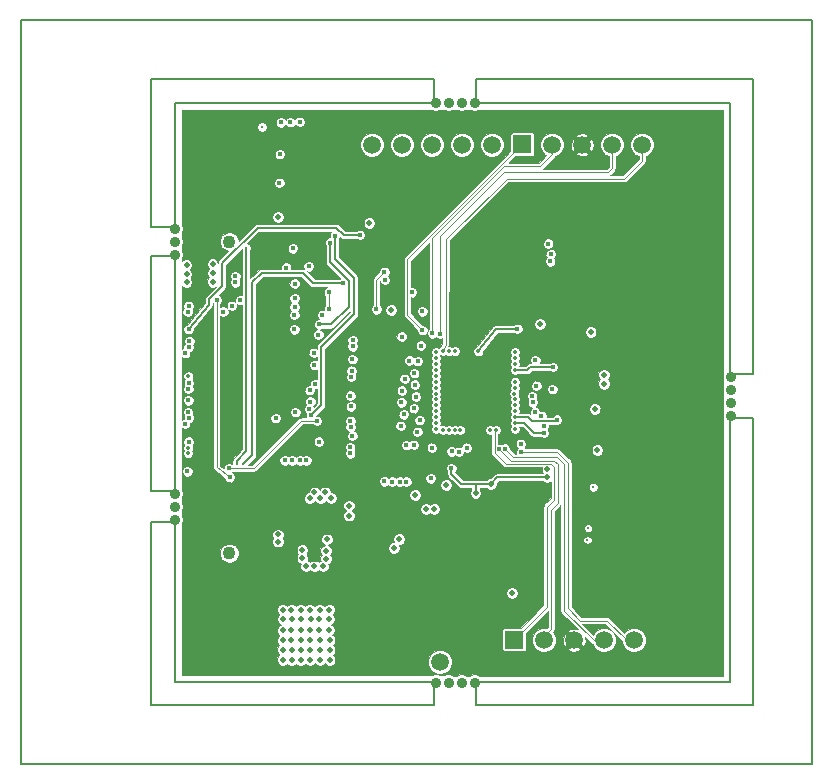
<source format=gbr>
G04 (created by PCBNEW (2013-05-31 BZR 4019)-stable) date 11/04/2014 15:09:40*
%MOIN*%
G04 Gerber Fmt 3.4, Leading zero omitted, Abs format*
%FSLAX34Y34*%
G01*
G70*
G90*
G04 APERTURE LIST*
%ADD10C,0.00590551*%
%ADD11C,0.0077*%
%ADD12C,0.0157*%
%ADD13C,0.0195*%
%ADD14C,0.0432*%
%ADD15C,0.0354*%
%ADD16C,0.2165*%
%ADD17C,0.0597*%
%ADD18R,0.0597X0.0597*%
%ADD19C,0.0117*%
%ADD20C,0.0077*%
%ADD21C,0.0196*%
%ADD22C,0.0138*%
%ADD23C,0.0039*%
G04 APERTURE END LIST*
G54D10*
G54D11*
X42606Y-52483D02*
X42606Y-27680D01*
X68983Y-52483D02*
X42606Y-52483D01*
X68983Y-27680D02*
X68983Y-52483D01*
X42606Y-27680D02*
X68983Y-27680D01*
X66228Y-30437D02*
X66228Y-39492D01*
X57764Y-30437D02*
X66228Y-30437D01*
X57764Y-29650D02*
X57764Y-30437D01*
X67016Y-29650D02*
X57764Y-29650D01*
X67016Y-39492D02*
X67016Y-29650D01*
X66228Y-39492D02*
X67016Y-39492D01*
X57764Y-50515D02*
X57764Y-49728D01*
X67016Y-50515D02*
X57764Y-50515D01*
X67016Y-40948D02*
X67016Y-50515D01*
X66228Y-40948D02*
X67016Y-40948D01*
X66228Y-49728D02*
X66228Y-40948D01*
X57764Y-49728D02*
X66228Y-49728D01*
X46936Y-50515D02*
X46936Y-44413D01*
X56386Y-50515D02*
X46936Y-50515D01*
X56386Y-49728D02*
X56386Y-50515D01*
X47724Y-49728D02*
X56386Y-49728D01*
X47724Y-44413D02*
X47724Y-49728D01*
X46936Y-44413D02*
X47724Y-44413D01*
X46936Y-43390D02*
X46936Y-35555D01*
X47724Y-43390D02*
X46936Y-43390D01*
X47724Y-35555D02*
X47724Y-43390D01*
X46936Y-35555D02*
X47724Y-35555D01*
X47724Y-30437D02*
X47724Y-34570D01*
X46936Y-34570D02*
X47724Y-34570D01*
X46936Y-29648D02*
X46936Y-34570D01*
X46936Y-29648D02*
X56384Y-29648D01*
X56384Y-29648D02*
X56384Y-30437D01*
X47724Y-30437D02*
X56384Y-30437D01*
G54D12*
X65748Y-45944D03*
X65866Y-43700D03*
X65866Y-34173D03*
X65826Y-36377D03*
X64606Y-36377D03*
X64921Y-36377D03*
X65511Y-36377D03*
X65236Y-36377D03*
X65275Y-34173D03*
X65551Y-34173D03*
X64960Y-34173D03*
X64645Y-34173D03*
X64645Y-43700D03*
X64960Y-43700D03*
X65551Y-43700D03*
X65275Y-43700D03*
X65000Y-45944D03*
X65354Y-45944D03*
X63897Y-46338D03*
X51216Y-33106D03*
X51232Y-32149D03*
G54D13*
X52891Y-48678D03*
X52872Y-47644D03*
X52881Y-47329D03*
X52872Y-48018D03*
X52891Y-48353D03*
X52891Y-49012D03*
X51326Y-49002D03*
X52566Y-49012D03*
X52242Y-49012D03*
X51631Y-49012D03*
X51927Y-49012D03*
X52251Y-48353D03*
X51936Y-48353D03*
X51936Y-48018D03*
X52251Y-48018D03*
X51622Y-48018D03*
X51326Y-48018D03*
X51326Y-48353D03*
X51622Y-48353D03*
X51927Y-48678D03*
X51631Y-48678D03*
X52566Y-48353D03*
X52547Y-48018D03*
X52557Y-47329D03*
X52547Y-47644D03*
X52242Y-48678D03*
X52566Y-48678D03*
X52261Y-47644D03*
X51946Y-47644D03*
X51927Y-47329D03*
X52232Y-47329D03*
X51622Y-47329D03*
X51326Y-47329D03*
X51326Y-47644D03*
X51631Y-47644D03*
X51986Y-45351D03*
X51326Y-48668D03*
X51986Y-45626D03*
X52104Y-45892D03*
X52773Y-45371D03*
X52675Y-45892D03*
X52389Y-45892D03*
X48124Y-36145D03*
X48124Y-36421D03*
X48124Y-35850D03*
G54D12*
X61338Y-33307D03*
X60708Y-32598D03*
X61181Y-32598D03*
X60787Y-33307D03*
X62598Y-33307D03*
X62677Y-32598D03*
X62047Y-32598D03*
X62047Y-33307D03*
X64448Y-30866D03*
X63523Y-31023D03*
X63917Y-31023D03*
X64842Y-30866D03*
X63937Y-33228D03*
X63444Y-32637D03*
X60236Y-32598D03*
X63307Y-33228D03*
X54409Y-33307D03*
X54409Y-32992D03*
X54803Y-32992D03*
X54803Y-33307D03*
X55669Y-33307D03*
X55669Y-32992D03*
X55275Y-32992D03*
X55275Y-33307D03*
X59763Y-33307D03*
X60157Y-33307D03*
X59291Y-33307D03*
X58818Y-33307D03*
X56574Y-31023D03*
X60118Y-31023D03*
X60511Y-31023D03*
X56968Y-31023D03*
X57834Y-31023D03*
X61377Y-31023D03*
X60984Y-31023D03*
X57440Y-31023D03*
X59173Y-31023D03*
X62716Y-31023D03*
X63110Y-31023D03*
X59566Y-31023D03*
X58700Y-31023D03*
X62244Y-31023D03*
X61850Y-31023D03*
X58307Y-31023D03*
X49842Y-30826D03*
X54803Y-31003D03*
X55196Y-31003D03*
X50236Y-30826D03*
X49602Y-32177D03*
X56062Y-31003D03*
X55669Y-31003D03*
X51893Y-31070D03*
X48976Y-30826D03*
X53937Y-31003D03*
X54330Y-31003D03*
X49370Y-30826D03*
X48503Y-30826D03*
X51271Y-31090D03*
X48110Y-30826D03*
X56141Y-33307D03*
X56141Y-32992D03*
X56535Y-32992D03*
X56535Y-33307D03*
X57401Y-33307D03*
X57401Y-32992D03*
X57007Y-32992D03*
X57007Y-33307D03*
X49606Y-33858D03*
X49606Y-33543D03*
X50000Y-33543D03*
X50000Y-33858D03*
X49133Y-33858D03*
X49133Y-33543D03*
X48740Y-33543D03*
X48740Y-33858D03*
X64488Y-49370D03*
X64251Y-46535D03*
X64645Y-46535D03*
X64881Y-49370D03*
X65748Y-49370D03*
X64566Y-45944D03*
X65118Y-46535D03*
X65354Y-49370D03*
X62992Y-47086D03*
X62992Y-46771D03*
X63385Y-46771D03*
X63385Y-47086D03*
X62519Y-47086D03*
X62519Y-46771D03*
X62125Y-46771D03*
X62125Y-47086D03*
X63543Y-46141D03*
X63740Y-45905D03*
X64133Y-45944D03*
X65511Y-46299D03*
X63937Y-43858D03*
X64251Y-43700D03*
X63543Y-43543D03*
X63543Y-43858D03*
X63543Y-34409D03*
X63543Y-34094D03*
X63937Y-34094D03*
X63937Y-34409D03*
X63937Y-36535D03*
X63937Y-36220D03*
X63543Y-36220D03*
X63543Y-36535D03*
X64173Y-33779D03*
X64330Y-36850D03*
X64724Y-36850D03*
X64566Y-33779D03*
X65433Y-33779D03*
X65590Y-36850D03*
X65196Y-36850D03*
X65039Y-33779D03*
X65118Y-43307D03*
X65511Y-43307D03*
X64645Y-43307D03*
X64251Y-43307D03*
X65511Y-46850D03*
X65826Y-46850D03*
X65826Y-46535D03*
X65826Y-47165D03*
X60314Y-49370D03*
X60314Y-49055D03*
X60708Y-49055D03*
X60708Y-49370D03*
X61574Y-49370D03*
X61574Y-49055D03*
X61181Y-49055D03*
X61181Y-49370D03*
X62913Y-49370D03*
X62913Y-49055D03*
X63307Y-49055D03*
X63307Y-49370D03*
X62440Y-49370D03*
X62440Y-49055D03*
X62047Y-49055D03*
X62047Y-49370D03*
X58661Y-49370D03*
X58661Y-49055D03*
X64015Y-49370D03*
X65905Y-48661D03*
X65590Y-49055D03*
X65905Y-49055D03*
X63464Y-47559D03*
X63779Y-47086D03*
X59921Y-49370D03*
X59921Y-49055D03*
X58188Y-49055D03*
X58188Y-49370D03*
X59448Y-49370D03*
X59448Y-49055D03*
X59055Y-49055D03*
X59055Y-49370D03*
X54409Y-48661D03*
X57007Y-46299D03*
X56614Y-46299D03*
X54803Y-48661D03*
X55669Y-48661D03*
X59448Y-46299D03*
X59055Y-46299D03*
X55275Y-48661D03*
X50236Y-49370D03*
X48976Y-49370D03*
X48818Y-49055D03*
X53937Y-48661D03*
X49763Y-49370D03*
X48503Y-49370D03*
X48110Y-49370D03*
X49370Y-49370D03*
X55433Y-46771D03*
X54173Y-48346D03*
X54566Y-48346D03*
X55826Y-46771D03*
X56692Y-46771D03*
X53779Y-47795D03*
X55039Y-48346D03*
X56299Y-46771D03*
X58031Y-46771D03*
X58425Y-46771D03*
X57559Y-46771D03*
X53779Y-47244D03*
X54251Y-47795D03*
X57165Y-46771D03*
X48129Y-34035D03*
X48818Y-34921D03*
X49917Y-32220D03*
X48129Y-34330D03*
X49606Y-41535D03*
X49921Y-41338D03*
X53779Y-37795D03*
X54330Y-37795D03*
X54173Y-39133D03*
X54015Y-41338D03*
X50157Y-45551D03*
X48818Y-45669D03*
X48779Y-46141D03*
X49566Y-42362D03*
X54803Y-44094D03*
X55669Y-44960D03*
X55433Y-43464D03*
X54566Y-42362D03*
X48425Y-34625D03*
X48129Y-34921D03*
X48129Y-35216D03*
X48425Y-34921D03*
X48110Y-45669D03*
X48425Y-45669D03*
X48129Y-34625D03*
X48425Y-35216D03*
X48110Y-47007D03*
X48425Y-47007D03*
X48425Y-47401D03*
X48110Y-47401D03*
X48110Y-46535D03*
X48425Y-46535D03*
X48425Y-46141D03*
X48110Y-46141D03*
X48110Y-33543D03*
X48110Y-31181D03*
X48110Y-31574D03*
X48425Y-34035D03*
X48818Y-33228D03*
X51582Y-31082D03*
X50633Y-30826D03*
X48425Y-34330D03*
X48110Y-32755D03*
X48425Y-32755D03*
X48425Y-33149D03*
X48110Y-33149D03*
X48110Y-32283D03*
X48425Y-32283D03*
X48425Y-31889D03*
X48110Y-31889D03*
X48110Y-47795D03*
X48425Y-47795D03*
X48425Y-48188D03*
X48110Y-48188D03*
X48110Y-49055D03*
X48425Y-49055D03*
X48425Y-48661D03*
X48110Y-48661D03*
X50787Y-48818D03*
X50314Y-46771D03*
X50708Y-47086D03*
X50393Y-49133D03*
X48740Y-47086D03*
X49763Y-46692D03*
X49212Y-46771D03*
X48897Y-46771D03*
X48976Y-41299D03*
X49133Y-43818D03*
X49094Y-43346D03*
X49173Y-35275D03*
X49921Y-34881D03*
X49173Y-34921D03*
X48818Y-35236D03*
X49606Y-36732D03*
X65826Y-33700D03*
X65826Y-33228D03*
X65433Y-33385D03*
X65905Y-31496D03*
X65826Y-38425D03*
X65826Y-41181D03*
X65826Y-40787D03*
X65826Y-38031D03*
X65826Y-39763D03*
X54566Y-33779D03*
X56771Y-33779D03*
X65826Y-40157D03*
X65826Y-39291D03*
X65826Y-42047D03*
X65826Y-41653D03*
X65826Y-38897D03*
X65905Y-36850D03*
X63700Y-33700D03*
X63622Y-40393D03*
X63543Y-38267D03*
X63543Y-38661D03*
X63622Y-40787D03*
X63622Y-41653D03*
X63543Y-39527D03*
X63543Y-39133D03*
X63622Y-41259D03*
X63622Y-42992D03*
X63149Y-42204D03*
X63070Y-39842D03*
X63149Y-42598D03*
X63622Y-42519D03*
X65905Y-43307D03*
X63543Y-40000D03*
X63622Y-42125D03*
X63070Y-40236D03*
X63543Y-37401D03*
X63070Y-37480D03*
X63070Y-37874D03*
X63543Y-37795D03*
X63543Y-36929D03*
X61653Y-33779D03*
X59212Y-33779D03*
X63937Y-36850D03*
X61496Y-46377D03*
X58346Y-47795D03*
X58346Y-48661D03*
X64881Y-46259D03*
X63858Y-46771D03*
X58346Y-48267D03*
G54D14*
X49554Y-45454D03*
X49554Y-35062D03*
G54D13*
X56102Y-43975D03*
G54D12*
X61386Y-35540D03*
X61024Y-35536D03*
X61024Y-35198D03*
X61394Y-35193D03*
G54D15*
X47725Y-34630D03*
X47725Y-35063D03*
X47725Y-35496D03*
X47725Y-44335D03*
X47725Y-43902D03*
X47725Y-43469D03*
X66268Y-39571D03*
X66268Y-40004D03*
X66268Y-40437D03*
X66268Y-40870D03*
G54D12*
X58299Y-40354D03*
X58299Y-39921D03*
X58082Y-40138D03*
X58515Y-40138D03*
X61011Y-37386D03*
X62078Y-44708D03*
X62275Y-44901D03*
X58732Y-40354D03*
X57866Y-40354D03*
X57433Y-40354D03*
X57000Y-40354D03*
X56783Y-40571D03*
X57216Y-40571D03*
X57653Y-40571D03*
X58082Y-40571D03*
X58515Y-40571D03*
X58515Y-41004D03*
X58082Y-41004D03*
X57653Y-41004D03*
X57216Y-41004D03*
X56783Y-41004D03*
X57000Y-40787D03*
X57433Y-40787D03*
X58299Y-40787D03*
X57866Y-40787D03*
X58732Y-40787D03*
X58732Y-39921D03*
X57866Y-39921D03*
X57433Y-39921D03*
X57000Y-39921D03*
X56783Y-40138D03*
X57216Y-40138D03*
X57653Y-40138D03*
X58515Y-39705D03*
X58082Y-39705D03*
X57653Y-39705D03*
X57216Y-39705D03*
X56783Y-39705D03*
X57000Y-39488D03*
X57433Y-39488D03*
X58299Y-39488D03*
X57866Y-39488D03*
X58732Y-39488D03*
X58732Y-39055D03*
X57866Y-39055D03*
X58299Y-39055D03*
X57433Y-39055D03*
X57000Y-39055D03*
X56783Y-39272D03*
X57216Y-39272D03*
X57653Y-39272D03*
X58082Y-39272D03*
X58515Y-39272D03*
G54D13*
X48990Y-35810D03*
X48990Y-36401D03*
X48990Y-36106D03*
X52389Y-43424D03*
X52744Y-43424D03*
X52941Y-43620D03*
X52586Y-43621D03*
X52773Y-45636D03*
G54D16*
X49752Y-32228D03*
X64791Y-32228D03*
X64791Y-47975D03*
X49752Y-47975D03*
G54D13*
X56378Y-43975D03*
X52232Y-43621D03*
G54D15*
X56426Y-49768D03*
X56859Y-49768D03*
X57292Y-49768D03*
X57726Y-49768D03*
X56425Y-30437D03*
X56858Y-30437D03*
X57291Y-30437D03*
X57725Y-30437D03*
G54D17*
X58307Y-31834D03*
X57307Y-31834D03*
X56307Y-31834D03*
X55307Y-31834D03*
G54D18*
X53307Y-31814D03*
G54D17*
X54307Y-31834D03*
G54D18*
X57576Y-49079D03*
G54D17*
X56576Y-49079D03*
X63314Y-31834D03*
X62314Y-31834D03*
X61314Y-31834D03*
G54D18*
X59314Y-31814D03*
G54D17*
X60314Y-31834D03*
X63043Y-48350D03*
X62043Y-48350D03*
X61043Y-48350D03*
G54D18*
X59043Y-48330D03*
G54D17*
X60043Y-48350D03*
G54D19*
X61685Y-43255D03*
G54D13*
X56783Y-43173D03*
X61728Y-40646D03*
X61821Y-42018D03*
X61594Y-38083D03*
X55748Y-43512D03*
X55032Y-45276D03*
G54D20*
X61488Y-45011D03*
G54D13*
X58976Y-46772D03*
G54D12*
X60177Y-35130D03*
G54D13*
X54949Y-37343D03*
G54D12*
X52646Y-37508D03*
G54D13*
X54221Y-34441D03*
X51169Y-34244D03*
X57756Y-43449D03*
G54D12*
X56949Y-42618D03*
G54D13*
X58264Y-43146D03*
X60142Y-42921D03*
G54D12*
X55299Y-38228D03*
G54D13*
X62039Y-39803D03*
X59910Y-37815D03*
X62036Y-39500D03*
G54D19*
X50011Y-42476D03*
G54D12*
X53323Y-36453D03*
G54D19*
X52901Y-30956D03*
G54D20*
X60677Y-34807D03*
X61854Y-44421D03*
X62578Y-44440D03*
X61988Y-45425D03*
G54D13*
X50921Y-43799D03*
X51012Y-36701D03*
X48158Y-36717D03*
X48150Y-39079D03*
X48189Y-41437D03*
X48138Y-43807D03*
X58002Y-47500D03*
G54D12*
X59961Y-44311D03*
X58626Y-44390D03*
X58413Y-43508D03*
X60205Y-43484D03*
X59882Y-37386D03*
X58256Y-36228D03*
X57106Y-36587D03*
G54D13*
X58616Y-45230D03*
G54D12*
X61102Y-40835D03*
G54D13*
X57668Y-44518D03*
G54D12*
X52012Y-34799D03*
X61264Y-40071D03*
X54457Y-43477D03*
G54D13*
X53465Y-45815D03*
G54D12*
X54579Y-44225D03*
G54D13*
X54268Y-46508D03*
X57984Y-48284D03*
G54D12*
X61957Y-34823D03*
X60906Y-36260D03*
X61957Y-35933D03*
X62154Y-36559D03*
X61228Y-42177D03*
X60882Y-38087D03*
X60780Y-39406D03*
X59350Y-37213D03*
G54D21*
X56091Y-35378D03*
X55579Y-35130D03*
G54D12*
X59508Y-36051D03*
X59650Y-35925D03*
X57094Y-35291D03*
X58354Y-35528D03*
X58370Y-36783D03*
X48165Y-37402D03*
X60266Y-35482D03*
X48193Y-37205D03*
X60246Y-35719D03*
X49565Y-42918D03*
X49132Y-37012D03*
G54D20*
X61511Y-44618D03*
G54D13*
X55217Y-44988D03*
G54D12*
X55288Y-40421D03*
X55701Y-40618D03*
X55366Y-40819D03*
X55705Y-41839D03*
G54D22*
X59065Y-40325D03*
G54D12*
X51732Y-36461D03*
X53591Y-41236D03*
G54D22*
X56447Y-41309D03*
G54D12*
X59951Y-40876D03*
X51728Y-36957D03*
G54D22*
X59065Y-40522D03*
G54D12*
X52870Y-37327D03*
X51728Y-37240D03*
X52870Y-36752D03*
X59669Y-40425D03*
X55736Y-39831D03*
X48193Y-37984D03*
X53906Y-34843D03*
X60319Y-39984D03*
G54D19*
X50114Y-35279D03*
X49791Y-42476D03*
G54D13*
X52811Y-44992D03*
G54D22*
X59065Y-38750D03*
G54D12*
X55638Y-36756D03*
G54D22*
X57067Y-38720D03*
G54D12*
X52906Y-35095D03*
X52543Y-37827D03*
G54D19*
X50641Y-31248D03*
G54D12*
X57205Y-42071D03*
G54D22*
X59075Y-41112D03*
G54D12*
X60039Y-41437D03*
X60473Y-41000D03*
G54D22*
X59065Y-40915D03*
X59065Y-39341D03*
G54D12*
X60339Y-39244D03*
X57465Y-41937D03*
G54D22*
X57254Y-41339D03*
G54D12*
X60030Y-41211D03*
G54D13*
X53539Y-43862D03*
X53539Y-44197D03*
G54D12*
X59272Y-41807D03*
G54D22*
X56870Y-38720D03*
G54D12*
X55981Y-37386D03*
G54D22*
X57854Y-38720D03*
G54D12*
X59150Y-37972D03*
G54D22*
X59055Y-40128D03*
G54D12*
X59748Y-39020D03*
G54D22*
X58238Y-41339D03*
X57057Y-41339D03*
X59065Y-39144D03*
X59065Y-38947D03*
G54D12*
X55933Y-38528D03*
G54D22*
X56437Y-39734D03*
X56437Y-40325D03*
G54D12*
X56260Y-42953D03*
G54D22*
X56860Y-41339D03*
G54D13*
X60154Y-42638D03*
G54D22*
X59065Y-41309D03*
G54D12*
X56957Y-42059D03*
G54D22*
X56663Y-41339D03*
X59065Y-39931D03*
G54D12*
X55394Y-39638D03*
X53650Y-41536D03*
G54D22*
X56437Y-41112D03*
G54D12*
X53583Y-40201D03*
G54D22*
X56437Y-39931D03*
G54D12*
X55831Y-39047D03*
G54D22*
X56437Y-40915D03*
G54D12*
X53579Y-41925D03*
X53602Y-40559D03*
G54D22*
X56437Y-40128D03*
G54D12*
X55303Y-40032D03*
X53662Y-38355D03*
G54D22*
X56437Y-38750D03*
G54D12*
X55709Y-39445D03*
X52193Y-35890D03*
X59740Y-40740D03*
X54453Y-37319D03*
X51721Y-37508D03*
X54721Y-36075D03*
X59787Y-39870D03*
X55555Y-39028D03*
G54D22*
X56437Y-38947D03*
G54D12*
X53662Y-38555D03*
X53610Y-39571D03*
G54D22*
X56437Y-39537D03*
G54D12*
X53626Y-39370D03*
G54D22*
X56437Y-39341D03*
G54D12*
X53579Y-42122D03*
G54D22*
X56437Y-40719D03*
G54D12*
X55772Y-40232D03*
X55890Y-41016D03*
X55260Y-41209D03*
X55815Y-41406D03*
X55445Y-41846D03*
X56303Y-41937D03*
X53650Y-38981D03*
G54D22*
X56437Y-39144D03*
G54D12*
X53587Y-41040D03*
G54D22*
X56437Y-40522D03*
G54D12*
X54736Y-36331D03*
X59646Y-40225D03*
X49354Y-37402D03*
X53071Y-34862D03*
X52276Y-40847D03*
X52248Y-40394D03*
X48185Y-39965D03*
X48221Y-38386D03*
X52516Y-38162D03*
X48201Y-39768D03*
X52232Y-40016D03*
G54D22*
X48188Y-39547D03*
G54D12*
X52402Y-39815D03*
X48079Y-38783D03*
X52386Y-39181D03*
X48193Y-38591D03*
X52366Y-38772D03*
G54D22*
X59065Y-39734D03*
G54D12*
X51445Y-35929D03*
X52213Y-40654D03*
X48181Y-40355D03*
X55984Y-38016D03*
X56319Y-38122D03*
X56575Y-38130D03*
G54D22*
X56673Y-38711D03*
G54D12*
X49744Y-36425D03*
X49634Y-37205D03*
X49917Y-37012D03*
X49748Y-36225D03*
X51717Y-37992D03*
X52535Y-41732D03*
X52118Y-42354D03*
G54D22*
X48169Y-42125D03*
G54D12*
X54984Y-43063D03*
X48173Y-40748D03*
X55453Y-43067D03*
X51752Y-40748D03*
G54D22*
X48188Y-41929D03*
G54D12*
X51917Y-42355D03*
X48197Y-41732D03*
X51398Y-42355D03*
X48075Y-41142D03*
X51638Y-42355D03*
X48201Y-40949D03*
X54721Y-43055D03*
X55225Y-43067D03*
X51091Y-40949D03*
G54D22*
X59065Y-40719D03*
G54D12*
X51669Y-35288D03*
G54D22*
X58435Y-41339D03*
G54D12*
X58536Y-41973D03*
X59281Y-42067D03*
X58740Y-41969D03*
X52465Y-41043D03*
X49535Y-42618D03*
X48154Y-42725D03*
G54D13*
X51169Y-44827D03*
X51169Y-45063D03*
G54D11*
X58489Y-42921D02*
X58264Y-43146D01*
X57756Y-43148D02*
X57756Y-43405D01*
X57756Y-43405D02*
X57756Y-43449D01*
X56949Y-42618D02*
X56949Y-42811D01*
X57288Y-43150D02*
X57756Y-43148D01*
X56949Y-42811D02*
X57288Y-43150D01*
X57756Y-43148D02*
X58264Y-43146D01*
X60142Y-42921D02*
X58489Y-42921D01*
X52338Y-36453D02*
X51992Y-36107D01*
X51992Y-36107D02*
X50641Y-36107D01*
X50625Y-36107D02*
X50311Y-36421D01*
X50311Y-36421D02*
X50311Y-42177D01*
X50311Y-42177D02*
X50011Y-42476D01*
X50641Y-36107D02*
X50625Y-36107D01*
X53323Y-36453D02*
X52338Y-36453D01*
G54D23*
X49565Y-42918D02*
X49132Y-42593D01*
X49132Y-42593D02*
X49132Y-37012D01*
X52870Y-36752D02*
X52870Y-37327D01*
G54D11*
X49314Y-35776D02*
X49314Y-36540D01*
X53363Y-34843D02*
X53119Y-34599D01*
X53119Y-34599D02*
X50491Y-34599D01*
X50491Y-34599D02*
X49314Y-35776D01*
X48862Y-37162D02*
X48193Y-37984D01*
X53906Y-34843D02*
X53363Y-34843D01*
X48862Y-36992D02*
X48862Y-37162D01*
X49314Y-36540D02*
X48862Y-36992D01*
X49791Y-42366D02*
X50114Y-42043D01*
X50114Y-42043D02*
X50114Y-35279D01*
X49791Y-42476D02*
X49791Y-42366D01*
X52906Y-35095D02*
X52906Y-35752D01*
X52949Y-37827D02*
X52543Y-37827D01*
X53543Y-37232D02*
X52949Y-37827D01*
X53543Y-36389D02*
X53543Y-37232D01*
X52906Y-35752D02*
X53543Y-36389D01*
X59715Y-41437D02*
X59386Y-41114D01*
X59386Y-41114D02*
X59075Y-41112D01*
X60039Y-41437D02*
X59715Y-41437D01*
X60473Y-41000D02*
X60354Y-41043D01*
X60354Y-41043D02*
X59646Y-41043D01*
X59508Y-40918D02*
X59065Y-40915D01*
X59646Y-41043D02*
X59508Y-40918D01*
X59587Y-39244D02*
X59488Y-39343D01*
X59488Y-39343D02*
X59065Y-39341D01*
X59587Y-39244D02*
X60339Y-39244D01*
X59150Y-37972D02*
X58445Y-37972D01*
X58445Y-37972D02*
X57854Y-38720D01*
G54D23*
X54453Y-37319D02*
X54453Y-36343D01*
X54453Y-36343D02*
X54721Y-36075D01*
G54D11*
X53071Y-34862D02*
X53067Y-35646D01*
X52610Y-40513D02*
X52276Y-40847D01*
X52610Y-38579D02*
X52610Y-40513D01*
X53705Y-37484D02*
X52610Y-38579D01*
X53705Y-36284D02*
X53705Y-37484D01*
X53067Y-35646D02*
X53705Y-36284D01*
G54D23*
X59314Y-31814D02*
X59314Y-31820D01*
X55476Y-37508D02*
X55984Y-38016D01*
X55476Y-35658D02*
X55476Y-37508D01*
X59314Y-31820D02*
X55476Y-35658D01*
X60314Y-31834D02*
X60314Y-32155D01*
X56319Y-34949D02*
X56319Y-38122D01*
X58721Y-32547D02*
X56319Y-34949D01*
X59922Y-32547D02*
X58721Y-32547D01*
X60314Y-32155D02*
X59922Y-32547D01*
X62314Y-31834D02*
X62314Y-32624D01*
X56575Y-34886D02*
X56575Y-38130D01*
X58705Y-32756D02*
X56575Y-34886D01*
X62182Y-32756D02*
X58705Y-32756D01*
X62314Y-32624D02*
X62182Y-32756D01*
X63314Y-31834D02*
X63314Y-32371D01*
X56764Y-38461D02*
X56673Y-38711D01*
X56776Y-34984D02*
X56764Y-38461D01*
X58796Y-32969D02*
X56776Y-34984D01*
X62716Y-32969D02*
X58796Y-32969D01*
X63314Y-32371D02*
X62716Y-32969D01*
X59043Y-48330D02*
X59048Y-48330D01*
X58398Y-41374D02*
X58435Y-41339D01*
X58396Y-42106D02*
X58398Y-41374D01*
X58760Y-42470D02*
X58396Y-42106D01*
X60266Y-42470D02*
X58760Y-42470D01*
X60374Y-42579D02*
X60266Y-42470D01*
X60374Y-43674D02*
X60374Y-42579D01*
X60138Y-43910D02*
X60374Y-43674D01*
X60138Y-47240D02*
X60138Y-43910D01*
X59048Y-48330D02*
X60138Y-47240D01*
X60043Y-48350D02*
X60043Y-48201D01*
X58937Y-42372D02*
X58536Y-41973D01*
X60384Y-42372D02*
X58937Y-42372D01*
X60492Y-42480D02*
X60384Y-42372D01*
X60492Y-43780D02*
X60492Y-42480D01*
X60276Y-43996D02*
X60492Y-43780D01*
X60276Y-47972D02*
X60276Y-43996D01*
X60043Y-48201D02*
X60276Y-47972D01*
X63043Y-48350D02*
X62791Y-48350D01*
X60482Y-42077D02*
X59281Y-42067D01*
X60846Y-42441D02*
X60482Y-42077D01*
X60846Y-47293D02*
X60846Y-42441D01*
X61240Y-47697D02*
X60846Y-47293D01*
X62136Y-47697D02*
X61240Y-47697D01*
X62791Y-48350D02*
X62136Y-47697D01*
X62057Y-48356D02*
X61693Y-48356D01*
X59006Y-42254D02*
X58740Y-41969D01*
X60463Y-42254D02*
X59006Y-42254D01*
X60699Y-42490D02*
X60463Y-42254D01*
X60699Y-47362D02*
X60699Y-42490D01*
X61693Y-48356D02*
X60699Y-47362D01*
X49535Y-42618D02*
X50370Y-42618D01*
X51945Y-41043D02*
X52465Y-41043D01*
X50370Y-42618D02*
X51945Y-41043D01*
G54D10*
G36*
X49978Y-36846D02*
X49952Y-36836D01*
X49924Y-36836D01*
X49924Y-36190D01*
X49897Y-36125D01*
X49847Y-36075D01*
X49783Y-36049D01*
X49713Y-36048D01*
X49648Y-36075D01*
X49598Y-36125D01*
X49572Y-36189D01*
X49571Y-36259D01*
X49597Y-36322D01*
X49594Y-36325D01*
X49568Y-36389D01*
X49567Y-36459D01*
X49594Y-36524D01*
X49644Y-36574D01*
X49708Y-36600D01*
X49778Y-36601D01*
X49843Y-36574D01*
X49893Y-36524D01*
X49919Y-36460D01*
X49920Y-36390D01*
X49894Y-36327D01*
X49897Y-36324D01*
X49923Y-36260D01*
X49924Y-36190D01*
X49924Y-36836D01*
X49882Y-36835D01*
X49817Y-36862D01*
X49767Y-36912D01*
X49741Y-36976D01*
X49740Y-37046D01*
X49752Y-37074D01*
X49733Y-37055D01*
X49669Y-37029D01*
X49599Y-37028D01*
X49534Y-37055D01*
X49484Y-37105D01*
X49458Y-37169D01*
X49457Y-37239D01*
X49470Y-37269D01*
X49453Y-37252D01*
X49389Y-37226D01*
X49319Y-37225D01*
X49254Y-37252D01*
X49249Y-37258D01*
X49249Y-37143D01*
X49281Y-37111D01*
X49307Y-37047D01*
X49308Y-36977D01*
X49281Y-36912D01*
X49231Y-36862D01*
X49197Y-36848D01*
X49410Y-36636D01*
X49439Y-36592D01*
X49439Y-36592D01*
X49450Y-36540D01*
X49450Y-35832D01*
X49962Y-35320D01*
X49978Y-35358D01*
X49978Y-36846D01*
X49978Y-36846D01*
G37*
G54D23*
X49978Y-36846D02*
X49952Y-36836D01*
X49924Y-36836D01*
X49924Y-36190D01*
X49897Y-36125D01*
X49847Y-36075D01*
X49783Y-36049D01*
X49713Y-36048D01*
X49648Y-36075D01*
X49598Y-36125D01*
X49572Y-36189D01*
X49571Y-36259D01*
X49597Y-36322D01*
X49594Y-36325D01*
X49568Y-36389D01*
X49567Y-36459D01*
X49594Y-36524D01*
X49644Y-36574D01*
X49708Y-36600D01*
X49778Y-36601D01*
X49843Y-36574D01*
X49893Y-36524D01*
X49919Y-36460D01*
X49920Y-36390D01*
X49894Y-36327D01*
X49897Y-36324D01*
X49923Y-36260D01*
X49924Y-36190D01*
X49924Y-36836D01*
X49882Y-36835D01*
X49817Y-36862D01*
X49767Y-36912D01*
X49741Y-36976D01*
X49740Y-37046D01*
X49752Y-37074D01*
X49733Y-37055D01*
X49669Y-37029D01*
X49599Y-37028D01*
X49534Y-37055D01*
X49484Y-37105D01*
X49458Y-37169D01*
X49457Y-37239D01*
X49470Y-37269D01*
X49453Y-37252D01*
X49389Y-37226D01*
X49319Y-37225D01*
X49254Y-37252D01*
X49249Y-37258D01*
X49249Y-37143D01*
X49281Y-37111D01*
X49307Y-37047D01*
X49308Y-36977D01*
X49281Y-36912D01*
X49231Y-36862D01*
X49197Y-36848D01*
X49410Y-36636D01*
X49439Y-36592D01*
X49439Y-36592D01*
X49450Y-36540D01*
X49450Y-35832D01*
X49962Y-35320D01*
X49978Y-35358D01*
X49978Y-36846D01*
G54D10*
G36*
X49978Y-41986D02*
X49695Y-42269D01*
X49665Y-42314D01*
X49655Y-42366D01*
X49655Y-42397D01*
X49635Y-42445D01*
X49635Y-42469D01*
X49634Y-42468D01*
X49570Y-42442D01*
X49500Y-42441D01*
X49435Y-42468D01*
X49385Y-42518D01*
X49359Y-42582D01*
X49359Y-42617D01*
X49249Y-42534D01*
X49249Y-37545D01*
X49254Y-37551D01*
X49318Y-37577D01*
X49388Y-37578D01*
X49453Y-37551D01*
X49503Y-37501D01*
X49529Y-37437D01*
X49530Y-37367D01*
X49517Y-37337D01*
X49534Y-37354D01*
X49598Y-37380D01*
X49668Y-37381D01*
X49733Y-37354D01*
X49783Y-37304D01*
X49809Y-37240D01*
X49810Y-37170D01*
X49798Y-37142D01*
X49817Y-37161D01*
X49881Y-37187D01*
X49951Y-37188D01*
X49978Y-37177D01*
X49978Y-41986D01*
X49978Y-41986D01*
G37*
G54D23*
X49978Y-41986D02*
X49695Y-42269D01*
X49665Y-42314D01*
X49655Y-42366D01*
X49655Y-42397D01*
X49635Y-42445D01*
X49635Y-42469D01*
X49634Y-42468D01*
X49570Y-42442D01*
X49500Y-42441D01*
X49435Y-42468D01*
X49385Y-42518D01*
X49359Y-42582D01*
X49359Y-42617D01*
X49249Y-42534D01*
X49249Y-37545D01*
X49254Y-37551D01*
X49318Y-37577D01*
X49388Y-37578D01*
X49453Y-37551D01*
X49503Y-37501D01*
X49529Y-37437D01*
X49530Y-37367D01*
X49517Y-37337D01*
X49534Y-37354D01*
X49598Y-37380D01*
X49668Y-37381D01*
X49733Y-37354D01*
X49783Y-37304D01*
X49809Y-37240D01*
X49810Y-37170D01*
X49798Y-37142D01*
X49817Y-37161D01*
X49881Y-37187D01*
X49951Y-37188D01*
X49978Y-37177D01*
X49978Y-41986D01*
G54D10*
G36*
X53253Y-36291D02*
X53223Y-36303D01*
X53210Y-36317D01*
X52394Y-36317D01*
X52132Y-36055D01*
X52157Y-36065D01*
X52227Y-36066D01*
X52292Y-36039D01*
X52342Y-35989D01*
X52368Y-35925D01*
X52369Y-35855D01*
X52342Y-35790D01*
X52292Y-35740D01*
X52228Y-35714D01*
X52158Y-35713D01*
X52093Y-35740D01*
X52043Y-35790D01*
X52017Y-35854D01*
X52016Y-35924D01*
X52039Y-35980D01*
X51992Y-35971D01*
X51845Y-35971D01*
X51845Y-35253D01*
X51818Y-35188D01*
X51768Y-35138D01*
X51704Y-35112D01*
X51634Y-35111D01*
X51569Y-35138D01*
X51519Y-35188D01*
X51493Y-35252D01*
X51492Y-35322D01*
X51519Y-35387D01*
X51569Y-35437D01*
X51633Y-35463D01*
X51703Y-35464D01*
X51768Y-35437D01*
X51818Y-35387D01*
X51844Y-35323D01*
X51845Y-35253D01*
X51845Y-35971D01*
X51618Y-35971D01*
X51620Y-35964D01*
X51621Y-35894D01*
X51594Y-35829D01*
X51544Y-35779D01*
X51480Y-35753D01*
X51410Y-35752D01*
X51345Y-35779D01*
X51295Y-35829D01*
X51269Y-35893D01*
X51268Y-35963D01*
X51271Y-35971D01*
X50641Y-35971D01*
X50625Y-35971D01*
X50573Y-35981D01*
X50529Y-36010D01*
X50250Y-36289D01*
X50250Y-35358D01*
X50270Y-35310D01*
X50270Y-35248D01*
X50246Y-35191D01*
X50202Y-35147D01*
X50154Y-35127D01*
X50547Y-34735D01*
X52949Y-34735D01*
X52921Y-34762D01*
X52895Y-34826D01*
X52894Y-34896D01*
X52904Y-34918D01*
X52871Y-34918D01*
X52806Y-34945D01*
X52756Y-34995D01*
X52730Y-35059D01*
X52729Y-35129D01*
X52756Y-35194D01*
X52770Y-35207D01*
X52770Y-35752D01*
X52780Y-35804D01*
X52809Y-35848D01*
X53253Y-36291D01*
X53253Y-36291D01*
G37*
G54D23*
X53253Y-36291D02*
X53223Y-36303D01*
X53210Y-36317D01*
X52394Y-36317D01*
X52132Y-36055D01*
X52157Y-36065D01*
X52227Y-36066D01*
X52292Y-36039D01*
X52342Y-35989D01*
X52368Y-35925D01*
X52369Y-35855D01*
X52342Y-35790D01*
X52292Y-35740D01*
X52228Y-35714D01*
X52158Y-35713D01*
X52093Y-35740D01*
X52043Y-35790D01*
X52017Y-35854D01*
X52016Y-35924D01*
X52039Y-35980D01*
X51992Y-35971D01*
X51845Y-35971D01*
X51845Y-35253D01*
X51818Y-35188D01*
X51768Y-35138D01*
X51704Y-35112D01*
X51634Y-35111D01*
X51569Y-35138D01*
X51519Y-35188D01*
X51493Y-35252D01*
X51492Y-35322D01*
X51519Y-35387D01*
X51569Y-35437D01*
X51633Y-35463D01*
X51703Y-35464D01*
X51768Y-35437D01*
X51818Y-35387D01*
X51844Y-35323D01*
X51845Y-35253D01*
X51845Y-35971D01*
X51618Y-35971D01*
X51620Y-35964D01*
X51621Y-35894D01*
X51594Y-35829D01*
X51544Y-35779D01*
X51480Y-35753D01*
X51410Y-35752D01*
X51345Y-35779D01*
X51295Y-35829D01*
X51269Y-35893D01*
X51268Y-35963D01*
X51271Y-35971D01*
X50641Y-35971D01*
X50625Y-35971D01*
X50573Y-35981D01*
X50529Y-36010D01*
X50250Y-36289D01*
X50250Y-35358D01*
X50270Y-35310D01*
X50270Y-35248D01*
X50246Y-35191D01*
X50202Y-35147D01*
X50154Y-35127D01*
X50547Y-34735D01*
X52949Y-34735D01*
X52921Y-34762D01*
X52895Y-34826D01*
X52894Y-34896D01*
X52904Y-34918D01*
X52871Y-34918D01*
X52806Y-34945D01*
X52756Y-34995D01*
X52730Y-35059D01*
X52729Y-35129D01*
X52756Y-35194D01*
X52770Y-35207D01*
X52770Y-35752D01*
X52780Y-35804D01*
X52809Y-35848D01*
X53253Y-36291D01*
G54D10*
G36*
X53569Y-37427D02*
X52513Y-38482D01*
X52484Y-38526D01*
X52474Y-38579D01*
X52474Y-38631D01*
X52465Y-38622D01*
X52401Y-38596D01*
X52331Y-38595D01*
X52266Y-38622D01*
X52216Y-38672D01*
X52190Y-38736D01*
X52189Y-38806D01*
X52216Y-38871D01*
X52266Y-38921D01*
X52330Y-38947D01*
X52400Y-38948D01*
X52465Y-38921D01*
X52474Y-38912D01*
X52474Y-39026D01*
X52421Y-39005D01*
X52351Y-39004D01*
X52286Y-39031D01*
X52236Y-39081D01*
X52210Y-39145D01*
X52209Y-39215D01*
X52236Y-39280D01*
X52286Y-39330D01*
X52350Y-39356D01*
X52420Y-39357D01*
X52474Y-39335D01*
X52474Y-39654D01*
X52437Y-39639D01*
X52367Y-39638D01*
X52302Y-39665D01*
X52252Y-39715D01*
X52226Y-39779D01*
X52225Y-39839D01*
X52197Y-39839D01*
X52132Y-39866D01*
X52082Y-39916D01*
X52056Y-39980D01*
X52055Y-40050D01*
X52082Y-40115D01*
X52132Y-40165D01*
X52196Y-40191D01*
X52266Y-40192D01*
X52331Y-40165D01*
X52381Y-40115D01*
X52407Y-40051D01*
X52408Y-39991D01*
X52436Y-39991D01*
X52474Y-39975D01*
X52474Y-40456D01*
X52366Y-40564D01*
X52362Y-40554D01*
X52349Y-40541D01*
X52397Y-40493D01*
X52423Y-40429D01*
X52424Y-40359D01*
X52397Y-40294D01*
X52347Y-40244D01*
X52283Y-40218D01*
X52213Y-40217D01*
X52148Y-40244D01*
X52098Y-40294D01*
X52072Y-40358D01*
X52071Y-40428D01*
X52098Y-40493D01*
X52111Y-40506D01*
X52063Y-40554D01*
X52037Y-40618D01*
X52036Y-40688D01*
X52063Y-40753D01*
X52106Y-40796D01*
X52100Y-40811D01*
X52099Y-40881D01*
X52118Y-40926D01*
X51945Y-40926D01*
X51928Y-40929D01*
X51928Y-40713D01*
X51908Y-40664D01*
X51908Y-36426D01*
X51881Y-36361D01*
X51831Y-36311D01*
X51767Y-36285D01*
X51697Y-36284D01*
X51632Y-36311D01*
X51582Y-36361D01*
X51556Y-36425D01*
X51555Y-36495D01*
X51582Y-36560D01*
X51632Y-36610D01*
X51696Y-36636D01*
X51766Y-36637D01*
X51831Y-36610D01*
X51881Y-36560D01*
X51907Y-36496D01*
X51908Y-36426D01*
X51908Y-40664D01*
X51904Y-40655D01*
X51904Y-37205D01*
X51877Y-37140D01*
X51835Y-37098D01*
X51877Y-37056D01*
X51903Y-36992D01*
X51904Y-36922D01*
X51877Y-36857D01*
X51827Y-36807D01*
X51763Y-36781D01*
X51693Y-36780D01*
X51628Y-36807D01*
X51578Y-36857D01*
X51552Y-36921D01*
X51551Y-36991D01*
X51578Y-37056D01*
X51620Y-37098D01*
X51578Y-37140D01*
X51552Y-37204D01*
X51551Y-37274D01*
X51578Y-37339D01*
X51609Y-37370D01*
X51571Y-37408D01*
X51545Y-37472D01*
X51544Y-37542D01*
X51571Y-37607D01*
X51621Y-37657D01*
X51685Y-37683D01*
X51755Y-37684D01*
X51820Y-37657D01*
X51870Y-37607D01*
X51896Y-37543D01*
X51897Y-37473D01*
X51870Y-37408D01*
X51839Y-37377D01*
X51877Y-37339D01*
X51903Y-37275D01*
X51904Y-37205D01*
X51904Y-40655D01*
X51901Y-40648D01*
X51893Y-40640D01*
X51893Y-37957D01*
X51866Y-37892D01*
X51816Y-37842D01*
X51752Y-37816D01*
X51682Y-37815D01*
X51617Y-37842D01*
X51567Y-37892D01*
X51541Y-37956D01*
X51540Y-38026D01*
X51567Y-38091D01*
X51617Y-38141D01*
X51681Y-38167D01*
X51751Y-38168D01*
X51816Y-38141D01*
X51866Y-38091D01*
X51892Y-38027D01*
X51893Y-37957D01*
X51893Y-40640D01*
X51851Y-40598D01*
X51787Y-40572D01*
X51717Y-40571D01*
X51652Y-40598D01*
X51602Y-40648D01*
X51576Y-40712D01*
X51575Y-40782D01*
X51602Y-40847D01*
X51652Y-40897D01*
X51716Y-40923D01*
X51786Y-40924D01*
X51851Y-40897D01*
X51901Y-40847D01*
X51927Y-40783D01*
X51928Y-40713D01*
X51928Y-40929D01*
X51900Y-40934D01*
X51862Y-40960D01*
X51267Y-41555D01*
X51267Y-40914D01*
X51240Y-40849D01*
X51190Y-40799D01*
X51126Y-40773D01*
X51056Y-40772D01*
X50991Y-40799D01*
X50941Y-40849D01*
X50915Y-40913D01*
X50914Y-40983D01*
X50941Y-41048D01*
X50991Y-41098D01*
X51055Y-41124D01*
X51125Y-41125D01*
X51190Y-41098D01*
X51240Y-41048D01*
X51266Y-40984D01*
X51267Y-40914D01*
X51267Y-41555D01*
X50321Y-42501D01*
X50179Y-42501D01*
X50407Y-42273D01*
X50436Y-42229D01*
X50436Y-42229D01*
X50447Y-42177D01*
X50447Y-36477D01*
X50681Y-36243D01*
X51935Y-36243D01*
X52241Y-36549D01*
X52285Y-36578D01*
X52285Y-36578D01*
X52338Y-36589D01*
X52803Y-36589D01*
X52770Y-36602D01*
X52720Y-36652D01*
X52694Y-36716D01*
X52693Y-36786D01*
X52720Y-36851D01*
X52753Y-36883D01*
X52753Y-37195D01*
X52720Y-37227D01*
X52694Y-37291D01*
X52693Y-37337D01*
X52681Y-37332D01*
X52611Y-37331D01*
X52546Y-37358D01*
X52496Y-37408D01*
X52470Y-37472D01*
X52469Y-37542D01*
X52496Y-37607D01*
X52540Y-37650D01*
X52508Y-37650D01*
X52443Y-37677D01*
X52393Y-37727D01*
X52367Y-37791D01*
X52366Y-37861D01*
X52393Y-37926D01*
X52443Y-37976D01*
X52474Y-37988D01*
X52416Y-38012D01*
X52366Y-38062D01*
X52340Y-38126D01*
X52339Y-38196D01*
X52366Y-38261D01*
X52416Y-38311D01*
X52480Y-38337D01*
X52550Y-38338D01*
X52615Y-38311D01*
X52665Y-38261D01*
X52691Y-38197D01*
X52692Y-38127D01*
X52665Y-38062D01*
X52615Y-38012D01*
X52584Y-38000D01*
X52642Y-37976D01*
X52655Y-37963D01*
X52949Y-37963D01*
X53001Y-37952D01*
X53045Y-37923D01*
X53569Y-37399D01*
X53569Y-37427D01*
X53569Y-37427D01*
G37*
G54D23*
X53569Y-37427D02*
X52513Y-38482D01*
X52484Y-38526D01*
X52474Y-38579D01*
X52474Y-38631D01*
X52465Y-38622D01*
X52401Y-38596D01*
X52331Y-38595D01*
X52266Y-38622D01*
X52216Y-38672D01*
X52190Y-38736D01*
X52189Y-38806D01*
X52216Y-38871D01*
X52266Y-38921D01*
X52330Y-38947D01*
X52400Y-38948D01*
X52465Y-38921D01*
X52474Y-38912D01*
X52474Y-39026D01*
X52421Y-39005D01*
X52351Y-39004D01*
X52286Y-39031D01*
X52236Y-39081D01*
X52210Y-39145D01*
X52209Y-39215D01*
X52236Y-39280D01*
X52286Y-39330D01*
X52350Y-39356D01*
X52420Y-39357D01*
X52474Y-39335D01*
X52474Y-39654D01*
X52437Y-39639D01*
X52367Y-39638D01*
X52302Y-39665D01*
X52252Y-39715D01*
X52226Y-39779D01*
X52225Y-39839D01*
X52197Y-39839D01*
X52132Y-39866D01*
X52082Y-39916D01*
X52056Y-39980D01*
X52055Y-40050D01*
X52082Y-40115D01*
X52132Y-40165D01*
X52196Y-40191D01*
X52266Y-40192D01*
X52331Y-40165D01*
X52381Y-40115D01*
X52407Y-40051D01*
X52408Y-39991D01*
X52436Y-39991D01*
X52474Y-39975D01*
X52474Y-40456D01*
X52366Y-40564D01*
X52362Y-40554D01*
X52349Y-40541D01*
X52397Y-40493D01*
X52423Y-40429D01*
X52424Y-40359D01*
X52397Y-40294D01*
X52347Y-40244D01*
X52283Y-40218D01*
X52213Y-40217D01*
X52148Y-40244D01*
X52098Y-40294D01*
X52072Y-40358D01*
X52071Y-40428D01*
X52098Y-40493D01*
X52111Y-40506D01*
X52063Y-40554D01*
X52037Y-40618D01*
X52036Y-40688D01*
X52063Y-40753D01*
X52106Y-40796D01*
X52100Y-40811D01*
X52099Y-40881D01*
X52118Y-40926D01*
X51945Y-40926D01*
X51928Y-40929D01*
X51928Y-40713D01*
X51908Y-40664D01*
X51908Y-36426D01*
X51881Y-36361D01*
X51831Y-36311D01*
X51767Y-36285D01*
X51697Y-36284D01*
X51632Y-36311D01*
X51582Y-36361D01*
X51556Y-36425D01*
X51555Y-36495D01*
X51582Y-36560D01*
X51632Y-36610D01*
X51696Y-36636D01*
X51766Y-36637D01*
X51831Y-36610D01*
X51881Y-36560D01*
X51907Y-36496D01*
X51908Y-36426D01*
X51908Y-40664D01*
X51904Y-40655D01*
X51904Y-37205D01*
X51877Y-37140D01*
X51835Y-37098D01*
X51877Y-37056D01*
X51903Y-36992D01*
X51904Y-36922D01*
X51877Y-36857D01*
X51827Y-36807D01*
X51763Y-36781D01*
X51693Y-36780D01*
X51628Y-36807D01*
X51578Y-36857D01*
X51552Y-36921D01*
X51551Y-36991D01*
X51578Y-37056D01*
X51620Y-37098D01*
X51578Y-37140D01*
X51552Y-37204D01*
X51551Y-37274D01*
X51578Y-37339D01*
X51609Y-37370D01*
X51571Y-37408D01*
X51545Y-37472D01*
X51544Y-37542D01*
X51571Y-37607D01*
X51621Y-37657D01*
X51685Y-37683D01*
X51755Y-37684D01*
X51820Y-37657D01*
X51870Y-37607D01*
X51896Y-37543D01*
X51897Y-37473D01*
X51870Y-37408D01*
X51839Y-37377D01*
X51877Y-37339D01*
X51903Y-37275D01*
X51904Y-37205D01*
X51904Y-40655D01*
X51901Y-40648D01*
X51893Y-40640D01*
X51893Y-37957D01*
X51866Y-37892D01*
X51816Y-37842D01*
X51752Y-37816D01*
X51682Y-37815D01*
X51617Y-37842D01*
X51567Y-37892D01*
X51541Y-37956D01*
X51540Y-38026D01*
X51567Y-38091D01*
X51617Y-38141D01*
X51681Y-38167D01*
X51751Y-38168D01*
X51816Y-38141D01*
X51866Y-38091D01*
X51892Y-38027D01*
X51893Y-37957D01*
X51893Y-40640D01*
X51851Y-40598D01*
X51787Y-40572D01*
X51717Y-40571D01*
X51652Y-40598D01*
X51602Y-40648D01*
X51576Y-40712D01*
X51575Y-40782D01*
X51602Y-40847D01*
X51652Y-40897D01*
X51716Y-40923D01*
X51786Y-40924D01*
X51851Y-40897D01*
X51901Y-40847D01*
X51927Y-40783D01*
X51928Y-40713D01*
X51928Y-40929D01*
X51900Y-40934D01*
X51862Y-40960D01*
X51267Y-41555D01*
X51267Y-40914D01*
X51240Y-40849D01*
X51190Y-40799D01*
X51126Y-40773D01*
X51056Y-40772D01*
X50991Y-40799D01*
X50941Y-40849D01*
X50915Y-40913D01*
X50914Y-40983D01*
X50941Y-41048D01*
X50991Y-41098D01*
X51055Y-41124D01*
X51125Y-41125D01*
X51190Y-41098D01*
X51240Y-41048D01*
X51266Y-40984D01*
X51267Y-40914D01*
X51267Y-41555D01*
X50321Y-42501D01*
X50179Y-42501D01*
X50407Y-42273D01*
X50436Y-42229D01*
X50436Y-42229D01*
X50447Y-42177D01*
X50447Y-36477D01*
X50681Y-36243D01*
X51935Y-36243D01*
X52241Y-36549D01*
X52285Y-36578D01*
X52285Y-36578D01*
X52338Y-36589D01*
X52803Y-36589D01*
X52770Y-36602D01*
X52720Y-36652D01*
X52694Y-36716D01*
X52693Y-36786D01*
X52720Y-36851D01*
X52753Y-36883D01*
X52753Y-37195D01*
X52720Y-37227D01*
X52694Y-37291D01*
X52693Y-37337D01*
X52681Y-37332D01*
X52611Y-37331D01*
X52546Y-37358D01*
X52496Y-37408D01*
X52470Y-37472D01*
X52469Y-37542D01*
X52496Y-37607D01*
X52540Y-37650D01*
X52508Y-37650D01*
X52443Y-37677D01*
X52393Y-37727D01*
X52367Y-37791D01*
X52366Y-37861D01*
X52393Y-37926D01*
X52443Y-37976D01*
X52474Y-37988D01*
X52416Y-38012D01*
X52366Y-38062D01*
X52340Y-38126D01*
X52339Y-38196D01*
X52366Y-38261D01*
X52416Y-38311D01*
X52480Y-38337D01*
X52550Y-38338D01*
X52615Y-38311D01*
X52665Y-38261D01*
X52691Y-38197D01*
X52692Y-38127D01*
X52665Y-38062D01*
X52615Y-38012D01*
X52584Y-38000D01*
X52642Y-37976D01*
X52655Y-37963D01*
X52949Y-37963D01*
X53001Y-37952D01*
X53045Y-37923D01*
X53569Y-37399D01*
X53569Y-37427D01*
G54D10*
G36*
X56202Y-37990D02*
X56169Y-38022D01*
X56159Y-38046D01*
X56160Y-37981D01*
X56157Y-37973D01*
X56157Y-37351D01*
X56130Y-37286D01*
X56080Y-37236D01*
X56016Y-37210D01*
X55946Y-37209D01*
X55881Y-37236D01*
X55831Y-37286D01*
X55805Y-37350D01*
X55804Y-37420D01*
X55831Y-37485D01*
X55881Y-37535D01*
X55945Y-37561D01*
X56015Y-37562D01*
X56080Y-37535D01*
X56130Y-37485D01*
X56156Y-37421D01*
X56157Y-37351D01*
X56157Y-37973D01*
X56133Y-37916D01*
X56083Y-37866D01*
X56019Y-37840D01*
X55973Y-37839D01*
X55593Y-37459D01*
X55593Y-36927D01*
X55602Y-36931D01*
X55672Y-36932D01*
X55737Y-36905D01*
X55787Y-36855D01*
X55813Y-36791D01*
X55814Y-36721D01*
X55787Y-36656D01*
X55737Y-36606D01*
X55673Y-36580D01*
X55603Y-36579D01*
X55593Y-36584D01*
X55593Y-35706D01*
X56202Y-35097D01*
X56202Y-37990D01*
X56202Y-37990D01*
G37*
G54D23*
X56202Y-37990D02*
X56169Y-38022D01*
X56159Y-38046D01*
X56160Y-37981D01*
X56157Y-37973D01*
X56157Y-37351D01*
X56130Y-37286D01*
X56080Y-37236D01*
X56016Y-37210D01*
X55946Y-37209D01*
X55881Y-37236D01*
X55831Y-37286D01*
X55805Y-37350D01*
X55804Y-37420D01*
X55831Y-37485D01*
X55881Y-37535D01*
X55945Y-37561D01*
X56015Y-37562D01*
X56080Y-37535D01*
X56130Y-37485D01*
X56156Y-37421D01*
X56157Y-37351D01*
X56157Y-37973D01*
X56133Y-37916D01*
X56083Y-37866D01*
X56019Y-37840D01*
X55973Y-37839D01*
X55593Y-37459D01*
X55593Y-36927D01*
X55602Y-36931D01*
X55672Y-36932D01*
X55737Y-36905D01*
X55787Y-36855D01*
X55813Y-36791D01*
X55814Y-36721D01*
X55787Y-36656D01*
X55737Y-36606D01*
X55673Y-36580D01*
X55603Y-36579D01*
X55593Y-36584D01*
X55593Y-35706D01*
X56202Y-35097D01*
X56202Y-37990D01*
G54D10*
G36*
X66004Y-49547D02*
X63710Y-49542D01*
X63710Y-31755D01*
X63649Y-31609D01*
X63538Y-31498D01*
X63393Y-31438D01*
X63235Y-31437D01*
X63089Y-31498D01*
X62978Y-31609D01*
X62918Y-31754D01*
X62917Y-31912D01*
X62978Y-32058D01*
X63089Y-32169D01*
X63197Y-32214D01*
X63197Y-32322D01*
X62667Y-32852D01*
X62244Y-32852D01*
X62264Y-32838D01*
X62396Y-32706D01*
X62422Y-32668D01*
X62431Y-32624D01*
X62431Y-32214D01*
X62538Y-32169D01*
X62649Y-32058D01*
X62709Y-31913D01*
X62710Y-31755D01*
X62649Y-31609D01*
X62538Y-31498D01*
X62393Y-31438D01*
X62235Y-31437D01*
X62089Y-31498D01*
X61978Y-31609D01*
X61918Y-31754D01*
X61917Y-31912D01*
X61978Y-32058D01*
X62089Y-32169D01*
X62197Y-32214D01*
X62197Y-32575D01*
X62133Y-32639D01*
X61698Y-32639D01*
X61698Y-31849D01*
X61674Y-31700D01*
X61663Y-31673D01*
X61619Y-31634D01*
X61513Y-31740D01*
X61513Y-31528D01*
X61474Y-31484D01*
X61329Y-31449D01*
X61180Y-31473D01*
X61153Y-31484D01*
X61114Y-31528D01*
X61314Y-31727D01*
X61513Y-31528D01*
X61513Y-31740D01*
X61420Y-31834D01*
X61619Y-32033D01*
X61663Y-31994D01*
X61698Y-31849D01*
X61698Y-32639D01*
X61513Y-32639D01*
X61513Y-32139D01*
X61314Y-31940D01*
X61207Y-32046D01*
X61207Y-31834D01*
X61008Y-31634D01*
X60964Y-31673D01*
X60929Y-31818D01*
X60953Y-31967D01*
X60964Y-31994D01*
X61008Y-32033D01*
X61207Y-31834D01*
X61207Y-32046D01*
X61114Y-32139D01*
X61153Y-32183D01*
X61298Y-32218D01*
X61447Y-32194D01*
X61474Y-32183D01*
X61513Y-32139D01*
X61513Y-32639D01*
X59990Y-32639D01*
X60004Y-32629D01*
X60396Y-32237D01*
X60405Y-32224D01*
X60538Y-32169D01*
X60649Y-32058D01*
X60709Y-31913D01*
X60710Y-31755D01*
X60649Y-31609D01*
X60538Y-31498D01*
X60393Y-31438D01*
X60235Y-31437D01*
X60089Y-31498D01*
X59978Y-31609D01*
X59918Y-31754D01*
X59917Y-31912D01*
X59978Y-32058D01*
X60089Y-32169D01*
X60120Y-32182D01*
X59873Y-32430D01*
X58869Y-32430D01*
X59089Y-32210D01*
X59631Y-32210D01*
X59667Y-32195D01*
X59695Y-32167D01*
X59709Y-32131D01*
X59710Y-32093D01*
X59710Y-31496D01*
X59695Y-31460D01*
X59667Y-31432D01*
X59631Y-31418D01*
X59593Y-31417D01*
X58996Y-31417D01*
X58960Y-31432D01*
X58932Y-31460D01*
X58918Y-31496D01*
X58917Y-31534D01*
X58917Y-32050D01*
X58703Y-32265D01*
X58703Y-31755D01*
X58642Y-31609D01*
X58531Y-31498D01*
X58386Y-31438D01*
X58228Y-31437D01*
X58082Y-31498D01*
X57971Y-31609D01*
X57911Y-31754D01*
X57910Y-31912D01*
X57971Y-32058D01*
X58082Y-32169D01*
X58227Y-32229D01*
X58385Y-32230D01*
X58531Y-32169D01*
X58642Y-32058D01*
X58702Y-31913D01*
X58703Y-31755D01*
X58703Y-32265D01*
X57703Y-33265D01*
X57703Y-31755D01*
X57642Y-31609D01*
X57531Y-31498D01*
X57386Y-31438D01*
X57228Y-31437D01*
X57082Y-31498D01*
X56971Y-31609D01*
X56911Y-31754D01*
X56910Y-31912D01*
X56971Y-32058D01*
X57082Y-32169D01*
X57227Y-32229D01*
X57385Y-32230D01*
X57531Y-32169D01*
X57642Y-32058D01*
X57702Y-31913D01*
X57703Y-31755D01*
X57703Y-33265D01*
X56703Y-34265D01*
X56703Y-31755D01*
X56642Y-31609D01*
X56531Y-31498D01*
X56386Y-31438D01*
X56228Y-31437D01*
X56082Y-31498D01*
X55971Y-31609D01*
X55911Y-31754D01*
X55910Y-31912D01*
X55971Y-32058D01*
X56082Y-32169D01*
X56227Y-32229D01*
X56385Y-32230D01*
X56531Y-32169D01*
X56642Y-32058D01*
X56702Y-31913D01*
X56703Y-31755D01*
X56703Y-34265D01*
X55703Y-35265D01*
X55703Y-31755D01*
X55642Y-31609D01*
X55531Y-31498D01*
X55386Y-31438D01*
X55228Y-31437D01*
X55082Y-31498D01*
X54971Y-31609D01*
X54911Y-31754D01*
X54910Y-31912D01*
X54971Y-32058D01*
X55082Y-32169D01*
X55227Y-32229D01*
X55385Y-32230D01*
X55531Y-32169D01*
X55642Y-32058D01*
X55702Y-31913D01*
X55703Y-31755D01*
X55703Y-35265D01*
X55393Y-35575D01*
X55367Y-35613D01*
X55359Y-35658D01*
X55359Y-37508D01*
X55367Y-37552D01*
X55393Y-37590D01*
X55808Y-38005D01*
X55807Y-38050D01*
X55834Y-38115D01*
X55884Y-38165D01*
X55948Y-38191D01*
X56018Y-38192D01*
X56083Y-38165D01*
X56133Y-38115D01*
X56143Y-38091D01*
X56142Y-38156D01*
X56169Y-38221D01*
X56219Y-38271D01*
X56283Y-38297D01*
X56353Y-38298D01*
X56418Y-38271D01*
X56443Y-38246D01*
X56475Y-38279D01*
X56539Y-38305D01*
X56609Y-38306D01*
X56647Y-38290D01*
X56647Y-38440D01*
X56603Y-38559D01*
X56578Y-38569D01*
X56535Y-38612D01*
X56531Y-38608D01*
X56470Y-38583D01*
X56404Y-38583D01*
X56342Y-38608D01*
X56295Y-38655D01*
X56270Y-38716D01*
X56270Y-38782D01*
X56295Y-38844D01*
X56300Y-38848D01*
X56295Y-38852D01*
X56270Y-38913D01*
X56270Y-38979D01*
X56295Y-39041D01*
X56300Y-39045D01*
X56295Y-39049D01*
X56270Y-39110D01*
X56270Y-39176D01*
X56295Y-39238D01*
X56300Y-39242D01*
X56295Y-39246D01*
X56270Y-39307D01*
X56270Y-39373D01*
X56295Y-39435D01*
X56299Y-39438D01*
X56295Y-39442D01*
X56270Y-39503D01*
X56270Y-39569D01*
X56295Y-39631D01*
X56300Y-39635D01*
X56295Y-39639D01*
X56270Y-39700D01*
X56270Y-39766D01*
X56295Y-39828D01*
X56300Y-39832D01*
X56295Y-39836D01*
X56270Y-39897D01*
X56270Y-39963D01*
X56295Y-40025D01*
X56300Y-40029D01*
X56295Y-40033D01*
X56270Y-40094D01*
X56270Y-40160D01*
X56295Y-40222D01*
X56300Y-40226D01*
X56295Y-40230D01*
X56270Y-40291D01*
X56270Y-40357D01*
X56295Y-40419D01*
X56300Y-40423D01*
X56295Y-40427D01*
X56270Y-40488D01*
X56270Y-40554D01*
X56295Y-40616D01*
X56300Y-40620D01*
X56295Y-40624D01*
X56270Y-40685D01*
X56270Y-40751D01*
X56295Y-40813D01*
X56299Y-40816D01*
X56295Y-40820D01*
X56270Y-40881D01*
X56270Y-40947D01*
X56295Y-41009D01*
X56300Y-41013D01*
X56295Y-41017D01*
X56270Y-41078D01*
X56270Y-41144D01*
X56295Y-41206D01*
X56305Y-41215D01*
X56280Y-41275D01*
X56280Y-41341D01*
X56305Y-41403D01*
X56352Y-41450D01*
X56413Y-41475D01*
X56479Y-41475D01*
X56539Y-41450D01*
X56568Y-41480D01*
X56629Y-41505D01*
X56695Y-41505D01*
X56757Y-41480D01*
X56761Y-41475D01*
X56765Y-41480D01*
X56826Y-41505D01*
X56892Y-41505D01*
X56954Y-41480D01*
X56958Y-41475D01*
X56962Y-41480D01*
X57023Y-41505D01*
X57089Y-41505D01*
X57151Y-41480D01*
X57155Y-41475D01*
X57159Y-41480D01*
X57220Y-41505D01*
X57286Y-41505D01*
X57348Y-41480D01*
X57395Y-41433D01*
X57420Y-41372D01*
X57420Y-41306D01*
X57395Y-41244D01*
X57348Y-41197D01*
X57287Y-41172D01*
X57221Y-41172D01*
X57159Y-41197D01*
X57155Y-41202D01*
X57151Y-41197D01*
X57090Y-41172D01*
X57024Y-41172D01*
X56962Y-41197D01*
X56958Y-41202D01*
X56954Y-41197D01*
X56893Y-41172D01*
X56827Y-41172D01*
X56765Y-41197D01*
X56761Y-41202D01*
X56757Y-41197D01*
X56696Y-41172D01*
X56630Y-41172D01*
X56584Y-41191D01*
X56603Y-41145D01*
X56603Y-41079D01*
X56578Y-41017D01*
X56573Y-41013D01*
X56578Y-41009D01*
X56603Y-40948D01*
X56603Y-40882D01*
X56578Y-40820D01*
X56574Y-40817D01*
X56578Y-40813D01*
X56603Y-40752D01*
X56603Y-40686D01*
X56578Y-40624D01*
X56573Y-40620D01*
X56578Y-40616D01*
X56603Y-40555D01*
X56603Y-40489D01*
X56578Y-40427D01*
X56573Y-40423D01*
X56578Y-40419D01*
X56603Y-40358D01*
X56603Y-40292D01*
X56578Y-40230D01*
X56573Y-40226D01*
X56578Y-40222D01*
X56603Y-40161D01*
X56603Y-40095D01*
X56578Y-40033D01*
X56573Y-40029D01*
X56578Y-40025D01*
X56603Y-39964D01*
X56603Y-39898D01*
X56578Y-39836D01*
X56573Y-39832D01*
X56578Y-39828D01*
X56603Y-39767D01*
X56603Y-39701D01*
X56578Y-39639D01*
X56573Y-39635D01*
X56578Y-39631D01*
X56603Y-39570D01*
X56603Y-39504D01*
X56578Y-39442D01*
X56574Y-39439D01*
X56578Y-39435D01*
X56603Y-39374D01*
X56603Y-39308D01*
X56578Y-39246D01*
X56573Y-39242D01*
X56578Y-39238D01*
X56603Y-39177D01*
X56603Y-39111D01*
X56578Y-39049D01*
X56573Y-39045D01*
X56578Y-39041D01*
X56603Y-38980D01*
X56603Y-38914D01*
X56578Y-38852D01*
X56573Y-38848D01*
X56574Y-38848D01*
X56578Y-38852D01*
X56639Y-38877D01*
X56705Y-38877D01*
X56766Y-38852D01*
X56775Y-38861D01*
X56836Y-38886D01*
X56902Y-38886D01*
X56964Y-38861D01*
X56968Y-38856D01*
X56972Y-38861D01*
X57033Y-38886D01*
X57099Y-38886D01*
X57161Y-38861D01*
X57208Y-38814D01*
X57233Y-38753D01*
X57233Y-38687D01*
X57208Y-38625D01*
X57161Y-38578D01*
X57100Y-38553D01*
X57034Y-38553D01*
X56972Y-38578D01*
X56968Y-38583D01*
X56964Y-38578D01*
X56903Y-38553D01*
X56854Y-38553D01*
X56873Y-38501D01*
X56876Y-38481D01*
X56880Y-38461D01*
X56892Y-35032D01*
X58846Y-33086D01*
X62716Y-33086D01*
X62760Y-33077D01*
X62798Y-33051D01*
X63396Y-32453D01*
X63422Y-32415D01*
X63431Y-32371D01*
X63431Y-32214D01*
X63538Y-32169D01*
X63649Y-32058D01*
X63709Y-31913D01*
X63710Y-31755D01*
X63710Y-49542D01*
X63439Y-49541D01*
X63439Y-48271D01*
X63378Y-48125D01*
X63267Y-48014D01*
X63122Y-47954D01*
X62964Y-47953D01*
X62818Y-48014D01*
X62719Y-48113D01*
X62234Y-47629D01*
X62234Y-39764D01*
X62204Y-39692D01*
X62161Y-39649D01*
X62201Y-39610D01*
X62230Y-39538D01*
X62231Y-39461D01*
X62201Y-39389D01*
X62146Y-39334D01*
X62074Y-39305D01*
X61997Y-39304D01*
X61925Y-39334D01*
X61870Y-39389D01*
X61841Y-39461D01*
X61840Y-39538D01*
X61870Y-39610D01*
X61913Y-39653D01*
X61873Y-39692D01*
X61844Y-39764D01*
X61843Y-39841D01*
X61873Y-39913D01*
X61928Y-39968D01*
X62000Y-39997D01*
X62077Y-39998D01*
X62149Y-39968D01*
X62204Y-39913D01*
X62233Y-39841D01*
X62234Y-39764D01*
X62234Y-47629D01*
X62218Y-47614D01*
X62218Y-47614D01*
X62199Y-47601D01*
X62180Y-47588D01*
X62180Y-47588D01*
X62180Y-47588D01*
X62158Y-47584D01*
X62136Y-47580D01*
X62135Y-47580D01*
X62016Y-47580D01*
X62016Y-41979D01*
X61986Y-41907D01*
X61931Y-41852D01*
X61923Y-41849D01*
X61923Y-40607D01*
X61893Y-40535D01*
X61838Y-40480D01*
X61789Y-40460D01*
X61789Y-38044D01*
X61759Y-37972D01*
X61704Y-37917D01*
X61632Y-37888D01*
X61555Y-37887D01*
X61483Y-37917D01*
X61428Y-37972D01*
X61399Y-38044D01*
X61398Y-38121D01*
X61428Y-38193D01*
X61483Y-38248D01*
X61555Y-38277D01*
X61632Y-38278D01*
X61704Y-38248D01*
X61759Y-38193D01*
X61788Y-38121D01*
X61789Y-38044D01*
X61789Y-40460D01*
X61766Y-40451D01*
X61689Y-40450D01*
X61617Y-40480D01*
X61562Y-40535D01*
X61533Y-40607D01*
X61532Y-40684D01*
X61562Y-40756D01*
X61617Y-40811D01*
X61689Y-40840D01*
X61766Y-40841D01*
X61838Y-40811D01*
X61893Y-40756D01*
X61922Y-40684D01*
X61923Y-40607D01*
X61923Y-41849D01*
X61859Y-41823D01*
X61782Y-41822D01*
X61710Y-41852D01*
X61655Y-41907D01*
X61626Y-41979D01*
X61625Y-42056D01*
X61655Y-42128D01*
X61710Y-42183D01*
X61782Y-42212D01*
X61859Y-42213D01*
X61931Y-42183D01*
X61986Y-42128D01*
X62015Y-42056D01*
X62016Y-41979D01*
X62016Y-47580D01*
X61841Y-47580D01*
X61841Y-43225D01*
X61817Y-43167D01*
X61773Y-43123D01*
X61716Y-43099D01*
X61654Y-43099D01*
X61596Y-43123D01*
X61552Y-43167D01*
X61529Y-43224D01*
X61529Y-43286D01*
X61552Y-43344D01*
X61596Y-43388D01*
X61653Y-43411D01*
X61715Y-43411D01*
X61773Y-43388D01*
X61817Y-43344D01*
X61841Y-43287D01*
X61841Y-43225D01*
X61841Y-47580D01*
X61647Y-47580D01*
X61647Y-44591D01*
X61627Y-44541D01*
X61588Y-44502D01*
X61538Y-44482D01*
X61484Y-44482D01*
X61434Y-44502D01*
X61396Y-44540D01*
X61375Y-44590D01*
X61375Y-44645D01*
X61396Y-44695D01*
X61434Y-44733D01*
X61484Y-44754D01*
X61538Y-44754D01*
X61588Y-44733D01*
X61627Y-44695D01*
X61647Y-44645D01*
X61647Y-44591D01*
X61647Y-47580D01*
X61624Y-47580D01*
X61624Y-44984D01*
X61603Y-44934D01*
X61565Y-44896D01*
X61515Y-44875D01*
X61461Y-44875D01*
X61411Y-44896D01*
X61372Y-44934D01*
X61352Y-44984D01*
X61352Y-45038D01*
X61372Y-45088D01*
X61411Y-45127D01*
X61461Y-45147D01*
X61515Y-45147D01*
X61565Y-45127D01*
X61603Y-45088D01*
X61624Y-45038D01*
X61624Y-44984D01*
X61624Y-47580D01*
X61289Y-47580D01*
X60963Y-47245D01*
X60963Y-42441D01*
X60954Y-42396D01*
X60928Y-42358D01*
X60649Y-42078D01*
X60649Y-40965D01*
X60622Y-40900D01*
X60572Y-40850D01*
X60515Y-40826D01*
X60515Y-39209D01*
X60488Y-39144D01*
X60442Y-39098D01*
X60442Y-35447D01*
X60415Y-35382D01*
X60365Y-35332D01*
X60353Y-35327D01*
X60353Y-35095D01*
X60326Y-35030D01*
X60276Y-34980D01*
X60212Y-34954D01*
X60142Y-34953D01*
X60077Y-34980D01*
X60027Y-35030D01*
X60001Y-35094D01*
X60000Y-35164D01*
X60027Y-35229D01*
X60077Y-35279D01*
X60141Y-35305D01*
X60211Y-35306D01*
X60276Y-35279D01*
X60326Y-35229D01*
X60352Y-35165D01*
X60353Y-35095D01*
X60353Y-35327D01*
X60301Y-35306D01*
X60231Y-35305D01*
X60166Y-35332D01*
X60116Y-35382D01*
X60090Y-35446D01*
X60089Y-35516D01*
X60116Y-35581D01*
X60125Y-35590D01*
X60096Y-35619D01*
X60070Y-35683D01*
X60069Y-35753D01*
X60096Y-35818D01*
X60146Y-35868D01*
X60210Y-35894D01*
X60280Y-35895D01*
X60345Y-35868D01*
X60395Y-35818D01*
X60421Y-35754D01*
X60422Y-35684D01*
X60395Y-35619D01*
X60386Y-35610D01*
X60415Y-35581D01*
X60441Y-35517D01*
X60442Y-35447D01*
X60442Y-39098D01*
X60438Y-39094D01*
X60374Y-39068D01*
X60304Y-39067D01*
X60239Y-39094D01*
X60226Y-39108D01*
X60105Y-39108D01*
X60105Y-37776D01*
X60075Y-37704D01*
X60020Y-37649D01*
X59948Y-37620D01*
X59871Y-37619D01*
X59799Y-37649D01*
X59744Y-37704D01*
X59715Y-37776D01*
X59714Y-37853D01*
X59744Y-37925D01*
X59799Y-37980D01*
X59871Y-38009D01*
X59948Y-38010D01*
X60020Y-37980D01*
X60075Y-37925D01*
X60104Y-37853D01*
X60105Y-37776D01*
X60105Y-39108D01*
X59902Y-39108D01*
X59923Y-39055D01*
X59924Y-38985D01*
X59897Y-38920D01*
X59847Y-38870D01*
X59783Y-38844D01*
X59713Y-38843D01*
X59648Y-38870D01*
X59598Y-38920D01*
X59572Y-38984D01*
X59571Y-39054D01*
X59593Y-39108D01*
X59587Y-39108D01*
X59534Y-39118D01*
X59490Y-39147D01*
X59431Y-39206D01*
X59326Y-39206D01*
X59326Y-37937D01*
X59299Y-37872D01*
X59249Y-37822D01*
X59185Y-37796D01*
X59115Y-37795D01*
X59050Y-37822D01*
X59037Y-37836D01*
X58445Y-37836D01*
X58437Y-37837D01*
X58428Y-37836D01*
X58409Y-37842D01*
X58392Y-37846D01*
X58386Y-37850D01*
X58378Y-37853D01*
X58362Y-37866D01*
X58348Y-37875D01*
X58344Y-37881D01*
X58338Y-37887D01*
X57807Y-38558D01*
X57759Y-38578D01*
X57712Y-38625D01*
X57687Y-38686D01*
X57687Y-38752D01*
X57712Y-38814D01*
X57759Y-38861D01*
X57820Y-38886D01*
X57886Y-38886D01*
X57948Y-38861D01*
X57995Y-38814D01*
X58020Y-38753D01*
X58020Y-38728D01*
X58510Y-38108D01*
X59037Y-38108D01*
X59050Y-38121D01*
X59114Y-38147D01*
X59184Y-38148D01*
X59249Y-38121D01*
X59299Y-38071D01*
X59325Y-38007D01*
X59326Y-37937D01*
X59326Y-39206D01*
X59219Y-39205D01*
X59231Y-39177D01*
X59231Y-39111D01*
X59206Y-39049D01*
X59201Y-39045D01*
X59206Y-39041D01*
X59231Y-38980D01*
X59231Y-38914D01*
X59206Y-38852D01*
X59201Y-38848D01*
X59206Y-38844D01*
X59231Y-38783D01*
X59231Y-38717D01*
X59206Y-38655D01*
X59159Y-38608D01*
X59098Y-38583D01*
X59032Y-38583D01*
X58970Y-38608D01*
X58923Y-38655D01*
X58898Y-38716D01*
X58898Y-38782D01*
X58923Y-38844D01*
X58928Y-38848D01*
X58923Y-38852D01*
X58898Y-38913D01*
X58898Y-38979D01*
X58923Y-39041D01*
X58928Y-39045D01*
X58923Y-39049D01*
X58898Y-39110D01*
X58898Y-39176D01*
X58923Y-39238D01*
X58928Y-39242D01*
X58923Y-39246D01*
X58898Y-39307D01*
X58898Y-39373D01*
X58923Y-39435D01*
X58970Y-39482D01*
X59031Y-39507D01*
X59097Y-39507D01*
X59159Y-39482D01*
X59163Y-39477D01*
X59487Y-39479D01*
X59539Y-39469D01*
X59583Y-39439D01*
X59584Y-39439D01*
X59584Y-39439D01*
X59643Y-39380D01*
X60226Y-39380D01*
X60239Y-39393D01*
X60303Y-39419D01*
X60373Y-39420D01*
X60438Y-39393D01*
X60488Y-39343D01*
X60514Y-39279D01*
X60515Y-39209D01*
X60515Y-40826D01*
X60508Y-40824D01*
X60495Y-40824D01*
X60495Y-39949D01*
X60468Y-39884D01*
X60418Y-39834D01*
X60354Y-39808D01*
X60284Y-39807D01*
X60219Y-39834D01*
X60169Y-39884D01*
X60143Y-39948D01*
X60142Y-40018D01*
X60169Y-40083D01*
X60219Y-40133D01*
X60283Y-40159D01*
X60353Y-40160D01*
X60418Y-40133D01*
X60468Y-40083D01*
X60494Y-40019D01*
X60495Y-39949D01*
X60495Y-40824D01*
X60438Y-40823D01*
X60373Y-40850D01*
X60323Y-40900D01*
X60321Y-40907D01*
X60126Y-40907D01*
X60127Y-40841D01*
X60100Y-40776D01*
X60050Y-40726D01*
X59986Y-40700D01*
X59963Y-40700D01*
X59963Y-39835D01*
X59936Y-39770D01*
X59886Y-39720D01*
X59822Y-39694D01*
X59752Y-39693D01*
X59687Y-39720D01*
X59637Y-39770D01*
X59611Y-39834D01*
X59610Y-39904D01*
X59637Y-39969D01*
X59687Y-40019D01*
X59751Y-40045D01*
X59821Y-40046D01*
X59886Y-40019D01*
X59936Y-39969D01*
X59962Y-39905D01*
X59963Y-39835D01*
X59963Y-40700D01*
X59916Y-40699D01*
X59914Y-40700D01*
X59889Y-40640D01*
X59839Y-40590D01*
X59777Y-40565D01*
X59818Y-40524D01*
X59844Y-40460D01*
X59845Y-40390D01*
X59818Y-40325D01*
X59801Y-40308D01*
X59821Y-40260D01*
X59822Y-40190D01*
X59795Y-40125D01*
X59745Y-40075D01*
X59681Y-40049D01*
X59611Y-40048D01*
X59546Y-40075D01*
X59496Y-40125D01*
X59470Y-40189D01*
X59469Y-40259D01*
X59496Y-40324D01*
X59513Y-40341D01*
X59493Y-40389D01*
X59492Y-40459D01*
X59519Y-40524D01*
X59569Y-40574D01*
X59631Y-40599D01*
X59590Y-40640D01*
X59564Y-40704D01*
X59563Y-40774D01*
X59575Y-40802D01*
X59560Y-40792D01*
X59557Y-40792D01*
X59553Y-40789D01*
X59529Y-40786D01*
X59508Y-40782D01*
X59219Y-40780D01*
X59231Y-40752D01*
X59231Y-40686D01*
X59206Y-40624D01*
X59201Y-40620D01*
X59206Y-40616D01*
X59231Y-40555D01*
X59231Y-40489D01*
X59206Y-40427D01*
X59201Y-40423D01*
X59206Y-40419D01*
X59231Y-40358D01*
X59231Y-40292D01*
X59206Y-40230D01*
X59196Y-40221D01*
X59221Y-40161D01*
X59221Y-40095D01*
X59196Y-40034D01*
X59206Y-40025D01*
X59231Y-39964D01*
X59231Y-39898D01*
X59206Y-39836D01*
X59201Y-39832D01*
X59206Y-39828D01*
X59231Y-39767D01*
X59231Y-39701D01*
X59206Y-39639D01*
X59159Y-39592D01*
X59098Y-39567D01*
X59032Y-39567D01*
X58970Y-39592D01*
X58923Y-39639D01*
X58898Y-39700D01*
X58898Y-39766D01*
X58923Y-39828D01*
X58928Y-39832D01*
X58923Y-39836D01*
X58898Y-39897D01*
X58898Y-39963D01*
X58923Y-40024D01*
X58913Y-40033D01*
X58888Y-40094D01*
X58888Y-40160D01*
X58913Y-40222D01*
X58923Y-40231D01*
X58898Y-40291D01*
X58898Y-40357D01*
X58923Y-40419D01*
X58928Y-40423D01*
X58923Y-40427D01*
X58898Y-40488D01*
X58898Y-40554D01*
X58923Y-40616D01*
X58928Y-40620D01*
X58923Y-40624D01*
X58898Y-40685D01*
X58898Y-40751D01*
X58923Y-40813D01*
X58927Y-40816D01*
X58923Y-40820D01*
X58898Y-40881D01*
X58898Y-40947D01*
X58923Y-41009D01*
X58933Y-41018D01*
X58908Y-41078D01*
X58908Y-41144D01*
X58933Y-41205D01*
X58923Y-41214D01*
X58898Y-41275D01*
X58898Y-41341D01*
X58923Y-41403D01*
X58970Y-41450D01*
X59031Y-41475D01*
X59097Y-41475D01*
X59159Y-41450D01*
X59206Y-41403D01*
X59231Y-41342D01*
X59231Y-41276D01*
X59220Y-41249D01*
X59330Y-41249D01*
X59619Y-41534D01*
X59661Y-41561D01*
X59662Y-41562D01*
X59662Y-41562D01*
X59663Y-41563D01*
X59710Y-41572D01*
X59715Y-41573D01*
X59715Y-41573D01*
X59716Y-41573D01*
X59716Y-41573D01*
X59926Y-41573D01*
X59939Y-41586D01*
X60003Y-41612D01*
X60073Y-41613D01*
X60138Y-41586D01*
X60188Y-41536D01*
X60214Y-41472D01*
X60215Y-41402D01*
X60188Y-41337D01*
X60170Y-41319D01*
X60179Y-41310D01*
X60205Y-41246D01*
X60206Y-41179D01*
X60354Y-41179D01*
X60377Y-41174D01*
X60400Y-41170D01*
X60413Y-41165D01*
X60437Y-41175D01*
X60507Y-41176D01*
X60572Y-41149D01*
X60622Y-41099D01*
X60648Y-41035D01*
X60649Y-40965D01*
X60649Y-42078D01*
X60564Y-41994D01*
X60526Y-41968D01*
X60482Y-41960D01*
X60479Y-41960D01*
X59414Y-41951D01*
X59395Y-41932D01*
X59421Y-41906D01*
X59447Y-41842D01*
X59448Y-41772D01*
X59421Y-41707D01*
X59371Y-41657D01*
X59307Y-41631D01*
X59237Y-41630D01*
X59172Y-41657D01*
X59122Y-41707D01*
X59096Y-41771D01*
X59095Y-41841D01*
X59122Y-41906D01*
X59157Y-41941D01*
X59131Y-41967D01*
X59105Y-42031D01*
X59104Y-42101D01*
X59119Y-42137D01*
X59056Y-42137D01*
X58915Y-41986D01*
X58916Y-41934D01*
X58889Y-41869D01*
X58839Y-41819D01*
X58775Y-41793D01*
X58705Y-41792D01*
X58640Y-41819D01*
X58636Y-41824D01*
X58635Y-41823D01*
X58571Y-41797D01*
X58514Y-41796D01*
X58515Y-41486D01*
X58529Y-41480D01*
X58576Y-41433D01*
X58601Y-41372D01*
X58601Y-41306D01*
X58576Y-41244D01*
X58529Y-41197D01*
X58468Y-41172D01*
X58402Y-41172D01*
X58340Y-41197D01*
X58336Y-41202D01*
X58332Y-41197D01*
X58271Y-41172D01*
X58205Y-41172D01*
X58143Y-41197D01*
X58096Y-41244D01*
X58071Y-41305D01*
X58071Y-41371D01*
X58096Y-41433D01*
X58143Y-41480D01*
X58204Y-41505D01*
X58270Y-41505D01*
X58281Y-41501D01*
X58279Y-42105D01*
X58279Y-42105D01*
X58279Y-42106D01*
X58283Y-42128D01*
X58287Y-42150D01*
X58287Y-42150D01*
X58287Y-42150D01*
X58300Y-42169D01*
X58312Y-42188D01*
X58313Y-42188D01*
X58313Y-42188D01*
X58677Y-42552D01*
X58715Y-42578D01*
X58760Y-42587D01*
X59964Y-42587D01*
X59959Y-42599D01*
X59958Y-42676D01*
X59988Y-42748D01*
X60013Y-42773D01*
X60002Y-42785D01*
X58489Y-42785D01*
X58436Y-42795D01*
X58392Y-42824D01*
X58266Y-42951D01*
X58225Y-42950D01*
X58153Y-42980D01*
X58123Y-43010D01*
X57755Y-43012D01*
X57753Y-43012D01*
X57641Y-43012D01*
X57641Y-41902D01*
X57614Y-41837D01*
X57564Y-41787D01*
X57500Y-41761D01*
X57430Y-41760D01*
X57365Y-41787D01*
X57315Y-41837D01*
X57289Y-41901D01*
X57289Y-41915D01*
X57240Y-41895D01*
X57170Y-41894D01*
X57105Y-41921D01*
X57087Y-41940D01*
X57056Y-41909D01*
X56992Y-41883D01*
X56922Y-41882D01*
X56857Y-41909D01*
X56807Y-41959D01*
X56781Y-42023D01*
X56780Y-42093D01*
X56807Y-42158D01*
X56857Y-42208D01*
X56921Y-42234D01*
X56991Y-42235D01*
X57056Y-42208D01*
X57074Y-42189D01*
X57105Y-42220D01*
X57169Y-42246D01*
X57239Y-42247D01*
X57304Y-42220D01*
X57354Y-42170D01*
X57380Y-42106D01*
X57380Y-42092D01*
X57429Y-42112D01*
X57499Y-42113D01*
X57564Y-42086D01*
X57614Y-42036D01*
X57640Y-41972D01*
X57641Y-41902D01*
X57641Y-43012D01*
X57344Y-43013D01*
X57085Y-42754D01*
X57085Y-42730D01*
X57098Y-42717D01*
X57124Y-42653D01*
X57125Y-42583D01*
X57098Y-42518D01*
X57048Y-42468D01*
X56984Y-42442D01*
X56914Y-42441D01*
X56849Y-42468D01*
X56799Y-42518D01*
X56773Y-42582D01*
X56772Y-42652D01*
X56799Y-42717D01*
X56813Y-42730D01*
X56813Y-42811D01*
X56823Y-42863D01*
X56852Y-42907D01*
X57191Y-43246D01*
X57192Y-43246D01*
X57192Y-43246D01*
X57214Y-43261D01*
X57235Y-43275D01*
X57236Y-43275D01*
X57236Y-43275D01*
X57262Y-43280D01*
X57287Y-43286D01*
X57288Y-43285D01*
X57288Y-43285D01*
X57620Y-43284D01*
X57620Y-43309D01*
X57590Y-43338D01*
X57561Y-43410D01*
X57560Y-43487D01*
X57590Y-43559D01*
X57645Y-43614D01*
X57717Y-43643D01*
X57794Y-43644D01*
X57866Y-43614D01*
X57921Y-43559D01*
X57950Y-43487D01*
X57951Y-43410D01*
X57921Y-43338D01*
X57892Y-43309D01*
X57892Y-43283D01*
X58124Y-43282D01*
X58153Y-43311D01*
X58225Y-43340D01*
X58302Y-43341D01*
X58374Y-43311D01*
X58429Y-43256D01*
X58458Y-43184D01*
X58459Y-43143D01*
X58545Y-43057D01*
X60002Y-43057D01*
X60031Y-43086D01*
X60103Y-43115D01*
X60180Y-43116D01*
X60252Y-43086D01*
X60257Y-43081D01*
X60257Y-43625D01*
X60055Y-43827D01*
X60029Y-43865D01*
X60021Y-43910D01*
X60021Y-47191D01*
X59278Y-47933D01*
X59171Y-47933D01*
X59171Y-46733D01*
X59141Y-46661D01*
X59086Y-46606D01*
X59014Y-46577D01*
X58937Y-46576D01*
X58865Y-46606D01*
X58810Y-46661D01*
X58781Y-46733D01*
X58780Y-46810D01*
X58810Y-46882D01*
X58865Y-46937D01*
X58937Y-46966D01*
X59014Y-46967D01*
X59086Y-46937D01*
X59141Y-46882D01*
X59170Y-46810D01*
X59171Y-46733D01*
X59171Y-47933D01*
X58725Y-47933D01*
X58689Y-47948D01*
X58661Y-47976D01*
X58647Y-48012D01*
X58646Y-48050D01*
X58646Y-48647D01*
X58661Y-48683D01*
X58689Y-48711D01*
X58725Y-48725D01*
X58763Y-48726D01*
X59360Y-48726D01*
X59396Y-48711D01*
X59424Y-48683D01*
X59438Y-48647D01*
X59439Y-48609D01*
X59439Y-48104D01*
X60159Y-47384D01*
X60159Y-47922D01*
X60125Y-47955D01*
X60122Y-47954D01*
X59964Y-47953D01*
X59818Y-48014D01*
X59707Y-48125D01*
X59647Y-48270D01*
X59646Y-48428D01*
X59707Y-48574D01*
X59818Y-48685D01*
X59963Y-48745D01*
X60121Y-48746D01*
X60267Y-48685D01*
X60378Y-48574D01*
X60438Y-48429D01*
X60439Y-48271D01*
X60378Y-48125D01*
X60333Y-48080D01*
X60358Y-48055D01*
X60358Y-48054D01*
X60358Y-48054D01*
X60369Y-48038D01*
X60383Y-48017D01*
X60383Y-48017D01*
X60384Y-48016D01*
X60388Y-47996D01*
X60393Y-47973D01*
X60392Y-47972D01*
X60393Y-47972D01*
X60393Y-44044D01*
X60574Y-43862D01*
X60582Y-43851D01*
X60582Y-47362D01*
X60590Y-47406D01*
X60616Y-47444D01*
X61162Y-47990D01*
X61058Y-47965D01*
X60909Y-47989D01*
X60882Y-48000D01*
X60843Y-48044D01*
X61043Y-48243D01*
X61048Y-48238D01*
X61154Y-48344D01*
X61149Y-48350D01*
X61348Y-48549D01*
X61392Y-48510D01*
X61427Y-48365D01*
X61406Y-48234D01*
X61610Y-48438D01*
X61610Y-48438D01*
X61648Y-48464D01*
X61648Y-48464D01*
X61662Y-48467D01*
X61707Y-48574D01*
X61818Y-48685D01*
X61963Y-48745D01*
X62121Y-48746D01*
X62267Y-48685D01*
X62378Y-48574D01*
X62438Y-48429D01*
X62439Y-48271D01*
X62378Y-48125D01*
X62267Y-48014D01*
X62122Y-47954D01*
X61964Y-47953D01*
X61818Y-48014D01*
X61707Y-48125D01*
X61684Y-48181D01*
X61316Y-47814D01*
X62087Y-47814D01*
X62646Y-48371D01*
X62646Y-48428D01*
X62707Y-48574D01*
X62818Y-48685D01*
X62963Y-48745D01*
X63121Y-48746D01*
X63267Y-48685D01*
X63378Y-48574D01*
X63438Y-48429D01*
X63439Y-48271D01*
X63439Y-49541D01*
X61242Y-49537D01*
X61242Y-48655D01*
X61043Y-48456D01*
X60936Y-48562D01*
X60936Y-48350D01*
X60737Y-48150D01*
X60693Y-48189D01*
X60658Y-48334D01*
X60682Y-48483D01*
X60693Y-48510D01*
X60737Y-48549D01*
X60936Y-48350D01*
X60936Y-48562D01*
X60843Y-48655D01*
X60882Y-48699D01*
X61027Y-48734D01*
X61176Y-48710D01*
X61203Y-48699D01*
X61242Y-48655D01*
X61242Y-49537D01*
X57868Y-49529D01*
X57780Y-49493D01*
X57671Y-49493D01*
X57584Y-49529D01*
X57432Y-49528D01*
X57346Y-49493D01*
X57237Y-49493D01*
X57153Y-49528D01*
X56996Y-49528D01*
X56978Y-49520D01*
X56978Y-43134D01*
X56948Y-43062D01*
X56893Y-43007D01*
X56821Y-42978D01*
X56744Y-42977D01*
X56672Y-43007D01*
X56617Y-43062D01*
X56588Y-43134D01*
X56587Y-43211D01*
X56617Y-43283D01*
X56672Y-43338D01*
X56744Y-43367D01*
X56821Y-43368D01*
X56893Y-43338D01*
X56948Y-43283D01*
X56977Y-43211D01*
X56978Y-43134D01*
X56978Y-49520D01*
X56972Y-49517D01*
X56972Y-49000D01*
X56911Y-48854D01*
X56800Y-48743D01*
X56655Y-48683D01*
X56573Y-48682D01*
X56573Y-43936D01*
X56543Y-43864D01*
X56488Y-43809D01*
X56479Y-43805D01*
X56479Y-41902D01*
X56452Y-41837D01*
X56402Y-41787D01*
X56338Y-41761D01*
X56268Y-41760D01*
X56203Y-41787D01*
X56153Y-41837D01*
X56127Y-41901D01*
X56126Y-41971D01*
X56153Y-42036D01*
X56203Y-42086D01*
X56267Y-42112D01*
X56337Y-42113D01*
X56402Y-42086D01*
X56452Y-42036D01*
X56478Y-41972D01*
X56479Y-41902D01*
X56479Y-43805D01*
X56436Y-43787D01*
X56436Y-42918D01*
X56409Y-42853D01*
X56359Y-42803D01*
X56295Y-42777D01*
X56225Y-42776D01*
X56160Y-42803D01*
X56110Y-42853D01*
X56109Y-42857D01*
X56109Y-38493D01*
X56082Y-38428D01*
X56032Y-38378D01*
X55968Y-38352D01*
X55898Y-38351D01*
X55833Y-38378D01*
X55783Y-38428D01*
X55757Y-38492D01*
X55756Y-38562D01*
X55783Y-38627D01*
X55833Y-38677D01*
X55897Y-38703D01*
X55967Y-38704D01*
X56032Y-38677D01*
X56082Y-38627D01*
X56108Y-38563D01*
X56109Y-38493D01*
X56109Y-42857D01*
X56084Y-42917D01*
X56083Y-42987D01*
X56110Y-43052D01*
X56160Y-43102D01*
X56224Y-43128D01*
X56294Y-43129D01*
X56359Y-43102D01*
X56409Y-43052D01*
X56435Y-42988D01*
X56436Y-42918D01*
X56436Y-43787D01*
X56416Y-43780D01*
X56339Y-43779D01*
X56267Y-43809D01*
X56239Y-43837D01*
X56212Y-43809D01*
X56140Y-43780D01*
X56066Y-43779D01*
X56066Y-40981D01*
X56039Y-40916D01*
X56007Y-40884D01*
X56007Y-39012D01*
X55980Y-38947D01*
X55930Y-38897D01*
X55866Y-38871D01*
X55796Y-38870D01*
X55731Y-38897D01*
X55702Y-38926D01*
X55654Y-38878D01*
X55590Y-38852D01*
X55520Y-38851D01*
X55475Y-38870D01*
X55475Y-38193D01*
X55448Y-38128D01*
X55398Y-38078D01*
X55334Y-38052D01*
X55264Y-38051D01*
X55199Y-38078D01*
X55149Y-38128D01*
X55144Y-38142D01*
X55144Y-37304D01*
X55114Y-37232D01*
X55059Y-37177D01*
X54987Y-37148D01*
X54912Y-37147D01*
X54912Y-36296D01*
X54885Y-36231D01*
X54849Y-36195D01*
X54870Y-36174D01*
X54896Y-36110D01*
X54897Y-36040D01*
X54870Y-35975D01*
X54820Y-35925D01*
X54756Y-35899D01*
X54703Y-35898D01*
X54703Y-31755D01*
X54642Y-31609D01*
X54531Y-31498D01*
X54386Y-31438D01*
X54228Y-31437D01*
X54082Y-31498D01*
X53971Y-31609D01*
X53911Y-31754D01*
X53910Y-31912D01*
X53971Y-32058D01*
X54082Y-32169D01*
X54227Y-32229D01*
X54385Y-32230D01*
X54531Y-32169D01*
X54642Y-32058D01*
X54702Y-31913D01*
X54703Y-31755D01*
X54703Y-35898D01*
X54686Y-35898D01*
X54621Y-35925D01*
X54571Y-35975D01*
X54545Y-36039D01*
X54544Y-36085D01*
X54416Y-36214D01*
X54416Y-34402D01*
X54386Y-34330D01*
X54331Y-34275D01*
X54259Y-34246D01*
X54182Y-34245D01*
X54110Y-34275D01*
X54055Y-34330D01*
X54026Y-34402D01*
X54025Y-34479D01*
X54055Y-34551D01*
X54110Y-34606D01*
X54182Y-34635D01*
X54259Y-34636D01*
X54331Y-34606D01*
X54386Y-34551D01*
X54415Y-34479D01*
X54416Y-34402D01*
X54416Y-36214D01*
X54370Y-36260D01*
X54344Y-36298D01*
X54336Y-36343D01*
X54336Y-37187D01*
X54303Y-37219D01*
X54277Y-37283D01*
X54276Y-37353D01*
X54303Y-37418D01*
X54353Y-37468D01*
X54417Y-37494D01*
X54487Y-37495D01*
X54552Y-37468D01*
X54602Y-37418D01*
X54628Y-37354D01*
X54629Y-37284D01*
X54602Y-37219D01*
X54570Y-37187D01*
X54570Y-36391D01*
X54570Y-36391D01*
X54586Y-36430D01*
X54636Y-36480D01*
X54700Y-36506D01*
X54770Y-36507D01*
X54835Y-36480D01*
X54885Y-36430D01*
X54911Y-36366D01*
X54912Y-36296D01*
X54912Y-37147D01*
X54910Y-37147D01*
X54838Y-37177D01*
X54783Y-37232D01*
X54754Y-37304D01*
X54753Y-37381D01*
X54783Y-37453D01*
X54838Y-37508D01*
X54910Y-37537D01*
X54987Y-37538D01*
X55059Y-37508D01*
X55114Y-37453D01*
X55143Y-37381D01*
X55144Y-37304D01*
X55144Y-38142D01*
X55123Y-38192D01*
X55122Y-38262D01*
X55149Y-38327D01*
X55199Y-38377D01*
X55263Y-38403D01*
X55333Y-38404D01*
X55398Y-38377D01*
X55448Y-38327D01*
X55474Y-38263D01*
X55475Y-38193D01*
X55475Y-38870D01*
X55455Y-38878D01*
X55405Y-38928D01*
X55379Y-38992D01*
X55378Y-39062D01*
X55405Y-39127D01*
X55455Y-39177D01*
X55519Y-39203D01*
X55589Y-39204D01*
X55654Y-39177D01*
X55683Y-39148D01*
X55731Y-39196D01*
X55795Y-39222D01*
X55865Y-39223D01*
X55930Y-39196D01*
X55980Y-39146D01*
X56006Y-39082D01*
X56007Y-39012D01*
X56007Y-40884D01*
X55989Y-40866D01*
X55948Y-40849D01*
X55948Y-40197D01*
X55921Y-40132D01*
X55912Y-40123D01*
X55912Y-39796D01*
X55885Y-39731D01*
X55885Y-39731D01*
X55885Y-39410D01*
X55858Y-39345D01*
X55808Y-39295D01*
X55744Y-39269D01*
X55674Y-39268D01*
X55609Y-39295D01*
X55559Y-39345D01*
X55533Y-39409D01*
X55532Y-39479D01*
X55559Y-39544D01*
X55609Y-39594D01*
X55673Y-39620D01*
X55743Y-39621D01*
X55808Y-39594D01*
X55858Y-39544D01*
X55884Y-39480D01*
X55885Y-39410D01*
X55885Y-39731D01*
X55835Y-39681D01*
X55771Y-39655D01*
X55701Y-39654D01*
X55636Y-39681D01*
X55586Y-39731D01*
X55570Y-39771D01*
X55570Y-39603D01*
X55543Y-39538D01*
X55493Y-39488D01*
X55429Y-39462D01*
X55359Y-39461D01*
X55294Y-39488D01*
X55244Y-39538D01*
X55218Y-39602D01*
X55217Y-39672D01*
X55244Y-39737D01*
X55294Y-39787D01*
X55358Y-39813D01*
X55428Y-39814D01*
X55493Y-39787D01*
X55543Y-39737D01*
X55569Y-39673D01*
X55570Y-39603D01*
X55570Y-39771D01*
X55560Y-39795D01*
X55559Y-39865D01*
X55586Y-39930D01*
X55636Y-39980D01*
X55700Y-40006D01*
X55770Y-40007D01*
X55835Y-39980D01*
X55885Y-39930D01*
X55911Y-39866D01*
X55912Y-39796D01*
X55912Y-40123D01*
X55871Y-40082D01*
X55807Y-40056D01*
X55737Y-40055D01*
X55672Y-40082D01*
X55622Y-40132D01*
X55596Y-40196D01*
X55595Y-40266D01*
X55622Y-40331D01*
X55672Y-40381D01*
X55736Y-40407D01*
X55806Y-40408D01*
X55871Y-40381D01*
X55921Y-40331D01*
X55947Y-40267D01*
X55948Y-40197D01*
X55948Y-40849D01*
X55925Y-40840D01*
X55877Y-40839D01*
X55877Y-40583D01*
X55850Y-40518D01*
X55800Y-40468D01*
X55736Y-40442D01*
X55666Y-40441D01*
X55601Y-40468D01*
X55551Y-40518D01*
X55525Y-40582D01*
X55524Y-40652D01*
X55551Y-40717D01*
X55601Y-40767D01*
X55665Y-40793D01*
X55735Y-40794D01*
X55800Y-40767D01*
X55850Y-40717D01*
X55876Y-40653D01*
X55877Y-40583D01*
X55877Y-40839D01*
X55855Y-40839D01*
X55790Y-40866D01*
X55740Y-40916D01*
X55714Y-40980D01*
X55713Y-41050D01*
X55740Y-41115D01*
X55790Y-41165D01*
X55854Y-41191D01*
X55924Y-41192D01*
X55989Y-41165D01*
X56039Y-41115D01*
X56065Y-41051D01*
X56066Y-40981D01*
X56066Y-43779D01*
X56063Y-43779D01*
X55991Y-43809D01*
X55991Y-43810D01*
X55991Y-41371D01*
X55964Y-41306D01*
X55914Y-41256D01*
X55850Y-41230D01*
X55780Y-41229D01*
X55715Y-41256D01*
X55665Y-41306D01*
X55639Y-41370D01*
X55638Y-41440D01*
X55665Y-41505D01*
X55715Y-41555D01*
X55779Y-41581D01*
X55849Y-41582D01*
X55914Y-41555D01*
X55964Y-41505D01*
X55990Y-41441D01*
X55991Y-41371D01*
X55991Y-43810D01*
X55943Y-43858D01*
X55943Y-43473D01*
X55913Y-43401D01*
X55881Y-43369D01*
X55881Y-41804D01*
X55854Y-41739D01*
X55804Y-41689D01*
X55740Y-41663D01*
X55670Y-41662D01*
X55605Y-41689D01*
X55571Y-41723D01*
X55544Y-41696D01*
X55542Y-41695D01*
X55542Y-40784D01*
X55515Y-40719D01*
X55479Y-40683D01*
X55479Y-39997D01*
X55452Y-39932D01*
X55402Y-39882D01*
X55338Y-39856D01*
X55268Y-39855D01*
X55203Y-39882D01*
X55153Y-39932D01*
X55127Y-39996D01*
X55126Y-40066D01*
X55153Y-40131D01*
X55203Y-40181D01*
X55267Y-40207D01*
X55337Y-40208D01*
X55402Y-40181D01*
X55452Y-40131D01*
X55478Y-40067D01*
X55479Y-39997D01*
X55479Y-40683D01*
X55465Y-40669D01*
X55464Y-40669D01*
X55464Y-40386D01*
X55437Y-40321D01*
X55387Y-40271D01*
X55323Y-40245D01*
X55253Y-40244D01*
X55188Y-40271D01*
X55138Y-40321D01*
X55112Y-40385D01*
X55111Y-40455D01*
X55138Y-40520D01*
X55188Y-40570D01*
X55252Y-40596D01*
X55322Y-40597D01*
X55387Y-40570D01*
X55437Y-40520D01*
X55463Y-40456D01*
X55464Y-40386D01*
X55464Y-40669D01*
X55401Y-40643D01*
X55331Y-40642D01*
X55266Y-40669D01*
X55216Y-40719D01*
X55190Y-40783D01*
X55189Y-40853D01*
X55216Y-40918D01*
X55266Y-40968D01*
X55330Y-40994D01*
X55400Y-40995D01*
X55465Y-40968D01*
X55515Y-40918D01*
X55541Y-40854D01*
X55542Y-40784D01*
X55542Y-41695D01*
X55480Y-41670D01*
X55436Y-41669D01*
X55436Y-41174D01*
X55409Y-41109D01*
X55359Y-41059D01*
X55295Y-41033D01*
X55225Y-41032D01*
X55160Y-41059D01*
X55110Y-41109D01*
X55084Y-41173D01*
X55083Y-41243D01*
X55110Y-41308D01*
X55160Y-41358D01*
X55224Y-41384D01*
X55294Y-41385D01*
X55359Y-41358D01*
X55409Y-41308D01*
X55435Y-41244D01*
X55436Y-41174D01*
X55436Y-41669D01*
X55410Y-41669D01*
X55345Y-41696D01*
X55295Y-41746D01*
X55269Y-41810D01*
X55268Y-41880D01*
X55295Y-41945D01*
X55345Y-41995D01*
X55409Y-42021D01*
X55479Y-42022D01*
X55544Y-41995D01*
X55578Y-41961D01*
X55605Y-41988D01*
X55669Y-42014D01*
X55739Y-42015D01*
X55804Y-41988D01*
X55854Y-41938D01*
X55880Y-41874D01*
X55881Y-41804D01*
X55881Y-43369D01*
X55858Y-43346D01*
X55786Y-43317D01*
X55709Y-43316D01*
X55637Y-43346D01*
X55629Y-43355D01*
X55629Y-43032D01*
X55602Y-42967D01*
X55552Y-42917D01*
X55488Y-42891D01*
X55418Y-42890D01*
X55353Y-42917D01*
X55339Y-42932D01*
X55324Y-42917D01*
X55260Y-42891D01*
X55190Y-42890D01*
X55125Y-42917D01*
X55106Y-42936D01*
X55083Y-42913D01*
X55019Y-42887D01*
X54949Y-42886D01*
X54884Y-42913D01*
X54856Y-42941D01*
X54820Y-42905D01*
X54756Y-42879D01*
X54686Y-42878D01*
X54621Y-42905D01*
X54571Y-42955D01*
X54545Y-43019D01*
X54544Y-43089D01*
X54571Y-43154D01*
X54621Y-43204D01*
X54685Y-43230D01*
X54755Y-43231D01*
X54820Y-43204D01*
X54848Y-43176D01*
X54884Y-43212D01*
X54948Y-43238D01*
X55018Y-43239D01*
X55083Y-43212D01*
X55102Y-43193D01*
X55125Y-43216D01*
X55189Y-43242D01*
X55259Y-43243D01*
X55324Y-43216D01*
X55338Y-43201D01*
X55353Y-43216D01*
X55417Y-43242D01*
X55487Y-43243D01*
X55552Y-43216D01*
X55602Y-43166D01*
X55628Y-43102D01*
X55629Y-43032D01*
X55629Y-43355D01*
X55582Y-43401D01*
X55553Y-43473D01*
X55552Y-43550D01*
X55582Y-43622D01*
X55637Y-43677D01*
X55709Y-43706D01*
X55786Y-43707D01*
X55858Y-43677D01*
X55913Y-43622D01*
X55942Y-43550D01*
X55943Y-43473D01*
X55943Y-43858D01*
X55936Y-43864D01*
X55907Y-43936D01*
X55906Y-44013D01*
X55936Y-44085D01*
X55991Y-44140D01*
X56063Y-44169D01*
X56140Y-44170D01*
X56212Y-44140D01*
X56240Y-44112D01*
X56267Y-44140D01*
X56339Y-44169D01*
X56416Y-44170D01*
X56488Y-44140D01*
X56543Y-44085D01*
X56572Y-44013D01*
X56573Y-43936D01*
X56573Y-48682D01*
X56497Y-48682D01*
X56351Y-48743D01*
X56240Y-48854D01*
X56180Y-48999D01*
X56179Y-49157D01*
X56240Y-49303D01*
X56351Y-49414D01*
X56496Y-49474D01*
X56654Y-49475D01*
X56800Y-49414D01*
X56911Y-49303D01*
X56971Y-49158D01*
X56972Y-49000D01*
X56972Y-49517D01*
X56913Y-49493D01*
X56804Y-49493D01*
X56722Y-49527D01*
X56561Y-49527D01*
X56480Y-49493D01*
X56371Y-49493D01*
X56291Y-49526D01*
X55412Y-49524D01*
X55412Y-44949D01*
X55382Y-44877D01*
X55327Y-44822D01*
X55255Y-44793D01*
X55178Y-44792D01*
X55106Y-44822D01*
X55051Y-44877D01*
X55022Y-44949D01*
X55021Y-45026D01*
X55044Y-45081D01*
X54993Y-45080D01*
X54921Y-45110D01*
X54866Y-45165D01*
X54837Y-45237D01*
X54836Y-45314D01*
X54866Y-45386D01*
X54921Y-45441D01*
X54993Y-45470D01*
X55070Y-45471D01*
X55142Y-45441D01*
X55197Y-45386D01*
X55226Y-45314D01*
X55227Y-45237D01*
X55204Y-45182D01*
X55255Y-45183D01*
X55327Y-45153D01*
X55382Y-45098D01*
X55411Y-45026D01*
X55412Y-44949D01*
X55412Y-49524D01*
X54082Y-49521D01*
X54082Y-34808D01*
X54055Y-34743D01*
X54005Y-34693D01*
X53941Y-34667D01*
X53871Y-34666D01*
X53806Y-34693D01*
X53793Y-34707D01*
X53419Y-34707D01*
X53215Y-34502D01*
X53171Y-34473D01*
X53119Y-34463D01*
X52069Y-34463D01*
X52069Y-31036D01*
X52042Y-30971D01*
X51993Y-30921D01*
X51928Y-30894D01*
X51858Y-30894D01*
X51794Y-30921D01*
X51744Y-30971D01*
X51735Y-30992D01*
X51731Y-30983D01*
X51682Y-30933D01*
X51617Y-30906D01*
X51547Y-30906D01*
X51483Y-30933D01*
X51433Y-30982D01*
X51425Y-31002D01*
X51420Y-30990D01*
X51371Y-30941D01*
X51306Y-30914D01*
X51236Y-30914D01*
X51172Y-30941D01*
X51122Y-30990D01*
X51095Y-31055D01*
X51095Y-31125D01*
X51122Y-31190D01*
X51171Y-31239D01*
X51236Y-31266D01*
X51306Y-31266D01*
X51371Y-31239D01*
X51420Y-31190D01*
X51428Y-31171D01*
X51433Y-31182D01*
X51482Y-31231D01*
X51547Y-31258D01*
X51617Y-31258D01*
X51682Y-31231D01*
X51731Y-31182D01*
X51740Y-31161D01*
X51744Y-31170D01*
X51793Y-31219D01*
X51858Y-31246D01*
X51928Y-31246D01*
X51993Y-31220D01*
X52042Y-31170D01*
X52069Y-31106D01*
X52069Y-31036D01*
X52069Y-34463D01*
X51408Y-34463D01*
X51408Y-32114D01*
X51381Y-32050D01*
X51332Y-32000D01*
X51267Y-31973D01*
X51197Y-31973D01*
X51132Y-32000D01*
X51083Y-32049D01*
X51056Y-32114D01*
X51056Y-32184D01*
X51082Y-32249D01*
X51132Y-32298D01*
X51197Y-32325D01*
X51267Y-32325D01*
X51331Y-32298D01*
X51381Y-32249D01*
X51408Y-32184D01*
X51408Y-32114D01*
X51408Y-34463D01*
X51392Y-34463D01*
X51392Y-33071D01*
X51365Y-33006D01*
X51316Y-32957D01*
X51251Y-32930D01*
X51181Y-32930D01*
X51116Y-32957D01*
X51067Y-33006D01*
X51040Y-33071D01*
X51040Y-33141D01*
X51067Y-33205D01*
X51116Y-33255D01*
X51181Y-33282D01*
X51251Y-33282D01*
X51316Y-33255D01*
X51365Y-33206D01*
X51392Y-33141D01*
X51392Y-33071D01*
X51392Y-34463D01*
X51364Y-34463D01*
X51364Y-34205D01*
X51334Y-34133D01*
X51279Y-34078D01*
X51207Y-34049D01*
X51130Y-34048D01*
X51058Y-34078D01*
X51003Y-34133D01*
X50974Y-34205D01*
X50973Y-34282D01*
X51003Y-34354D01*
X51058Y-34409D01*
X51130Y-34438D01*
X51207Y-34439D01*
X51279Y-34409D01*
X51334Y-34354D01*
X51363Y-34282D01*
X51364Y-34205D01*
X51364Y-34463D01*
X50797Y-34463D01*
X50797Y-31217D01*
X50774Y-31159D01*
X50730Y-31115D01*
X50672Y-31092D01*
X50610Y-31092D01*
X50553Y-31115D01*
X50509Y-31159D01*
X50485Y-31216D01*
X50485Y-31278D01*
X50509Y-31336D01*
X50553Y-31380D01*
X50610Y-31404D01*
X50672Y-31404D01*
X50729Y-31380D01*
X50773Y-31336D01*
X50797Y-31279D01*
X50797Y-31217D01*
X50797Y-34463D01*
X50491Y-34463D01*
X50438Y-34473D01*
X50394Y-34502D01*
X49867Y-35030D01*
X49867Y-34999D01*
X49819Y-34884D01*
X49731Y-34796D01*
X49616Y-34748D01*
X49491Y-34748D01*
X49376Y-34796D01*
X49288Y-34884D01*
X49240Y-34999D01*
X49240Y-35124D01*
X49288Y-35239D01*
X49376Y-35327D01*
X49491Y-35375D01*
X49522Y-35375D01*
X49217Y-35679D01*
X49188Y-35723D01*
X49180Y-35761D01*
X49155Y-35700D01*
X49100Y-35645D01*
X49029Y-35615D01*
X48951Y-35615D01*
X48880Y-35645D01*
X48825Y-35700D01*
X48795Y-35771D01*
X48795Y-35849D01*
X48824Y-35921D01*
X48862Y-35958D01*
X48825Y-35995D01*
X48795Y-36067D01*
X48795Y-36144D01*
X48824Y-36216D01*
X48862Y-36253D01*
X48825Y-36290D01*
X48795Y-36362D01*
X48795Y-36439D01*
X48824Y-36511D01*
X48879Y-36566D01*
X48951Y-36596D01*
X49028Y-36596D01*
X49091Y-36570D01*
X48765Y-36896D01*
X48736Y-36940D01*
X48726Y-36992D01*
X48726Y-37112D01*
X48369Y-37551D01*
X48369Y-37170D01*
X48342Y-37105D01*
X48292Y-37055D01*
X48228Y-37029D01*
X48158Y-37028D01*
X48093Y-37055D01*
X48043Y-37105D01*
X48017Y-37169D01*
X48016Y-37239D01*
X48034Y-37283D01*
X48015Y-37302D01*
X47989Y-37366D01*
X47988Y-37436D01*
X48015Y-37501D01*
X48065Y-37551D01*
X48129Y-37577D01*
X48199Y-37578D01*
X48264Y-37551D01*
X48314Y-37501D01*
X48340Y-37437D01*
X48341Y-37367D01*
X48323Y-37323D01*
X48342Y-37304D01*
X48368Y-37240D01*
X48369Y-37170D01*
X48369Y-37551D01*
X48160Y-37807D01*
X48158Y-37807D01*
X48093Y-37834D01*
X48043Y-37884D01*
X48017Y-37948D01*
X48016Y-38018D01*
X48043Y-38083D01*
X48093Y-38133D01*
X48157Y-38159D01*
X48227Y-38160D01*
X48292Y-38133D01*
X48342Y-38083D01*
X48368Y-38019D01*
X48369Y-37983D01*
X48958Y-37258D01*
X48958Y-37258D01*
X48958Y-37257D01*
X48966Y-37247D01*
X48972Y-37236D01*
X48987Y-37214D01*
X48989Y-37204D01*
X48991Y-37200D01*
X48992Y-37187D01*
X48998Y-37162D01*
X48998Y-37126D01*
X49015Y-37143D01*
X49015Y-42593D01*
X49016Y-42601D01*
X49016Y-42609D01*
X49021Y-42623D01*
X49023Y-42637D01*
X49028Y-42644D01*
X49031Y-42652D01*
X49041Y-42663D01*
X49049Y-42675D01*
X49056Y-42680D01*
X49061Y-42686D01*
X49388Y-42932D01*
X49388Y-42952D01*
X49415Y-43017D01*
X49465Y-43067D01*
X49529Y-43093D01*
X49599Y-43094D01*
X49664Y-43067D01*
X49714Y-43017D01*
X49740Y-42953D01*
X49741Y-42883D01*
X49714Y-42818D01*
X49664Y-42768D01*
X49642Y-42759D01*
X49666Y-42735D01*
X50370Y-42735D01*
X50414Y-42726D01*
X50452Y-42700D01*
X51993Y-41160D01*
X52333Y-41160D01*
X52365Y-41192D01*
X52429Y-41218D01*
X52499Y-41219D01*
X52564Y-41192D01*
X52614Y-41142D01*
X52640Y-41078D01*
X52641Y-41008D01*
X52614Y-40943D01*
X52564Y-40893D01*
X52500Y-40867D01*
X52451Y-40866D01*
X52451Y-40863D01*
X52706Y-40609D01*
X52735Y-40565D01*
X52746Y-40513D01*
X52746Y-38635D01*
X53801Y-37580D01*
X53830Y-37536D01*
X53841Y-37484D01*
X53841Y-36284D01*
X53830Y-36231D01*
X53830Y-36231D01*
X53801Y-36187D01*
X53203Y-35589D01*
X53206Y-34975D01*
X53220Y-34961D01*
X53240Y-34912D01*
X53266Y-34939D01*
X53266Y-34939D01*
X53310Y-34968D01*
X53310Y-34968D01*
X53362Y-34978D01*
X53363Y-34979D01*
X53793Y-34979D01*
X53806Y-34992D01*
X53870Y-35018D01*
X53940Y-35019D01*
X54005Y-34992D01*
X54055Y-34942D01*
X54081Y-34878D01*
X54082Y-34808D01*
X54082Y-49521D01*
X53838Y-49521D01*
X53838Y-38520D01*
X53811Y-38455D01*
X53810Y-38455D01*
X53811Y-38454D01*
X53837Y-38390D01*
X53838Y-38320D01*
X53811Y-38255D01*
X53761Y-38205D01*
X53697Y-38179D01*
X53627Y-38178D01*
X53562Y-38205D01*
X53512Y-38255D01*
X53486Y-38319D01*
X53485Y-38389D01*
X53512Y-38454D01*
X53513Y-38454D01*
X53512Y-38455D01*
X53486Y-38519D01*
X53485Y-38589D01*
X53512Y-38654D01*
X53562Y-38704D01*
X53626Y-38730D01*
X53696Y-38731D01*
X53761Y-38704D01*
X53811Y-38654D01*
X53837Y-38590D01*
X53838Y-38520D01*
X53838Y-49521D01*
X53826Y-49521D01*
X53826Y-41501D01*
X53826Y-38946D01*
X53799Y-38881D01*
X53749Y-38831D01*
X53685Y-38805D01*
X53615Y-38804D01*
X53550Y-38831D01*
X53500Y-38881D01*
X53474Y-38945D01*
X53473Y-39015D01*
X53500Y-39080D01*
X53550Y-39130D01*
X53614Y-39156D01*
X53684Y-39157D01*
X53749Y-39130D01*
X53799Y-39080D01*
X53825Y-39016D01*
X53826Y-38946D01*
X53826Y-41501D01*
X53802Y-41443D01*
X53802Y-39335D01*
X53775Y-39270D01*
X53725Y-39220D01*
X53661Y-39194D01*
X53591Y-39193D01*
X53526Y-39220D01*
X53476Y-39270D01*
X53450Y-39334D01*
X53449Y-39404D01*
X53472Y-39459D01*
X53460Y-39471D01*
X53434Y-39535D01*
X53433Y-39605D01*
X53460Y-39670D01*
X53510Y-39720D01*
X53574Y-39746D01*
X53644Y-39747D01*
X53709Y-39720D01*
X53759Y-39670D01*
X53785Y-39606D01*
X53786Y-39536D01*
X53763Y-39481D01*
X53775Y-39469D01*
X53801Y-39405D01*
X53802Y-39335D01*
X53802Y-41443D01*
X53799Y-41436D01*
X53778Y-41415D01*
X53778Y-40524D01*
X53759Y-40478D01*
X53759Y-40166D01*
X53732Y-40101D01*
X53682Y-40051D01*
X53618Y-40025D01*
X53548Y-40024D01*
X53483Y-40051D01*
X53433Y-40101D01*
X53407Y-40165D01*
X53406Y-40235D01*
X53433Y-40300D01*
X53483Y-40350D01*
X53547Y-40376D01*
X53617Y-40377D01*
X53682Y-40350D01*
X53732Y-40300D01*
X53758Y-40236D01*
X53759Y-40166D01*
X53759Y-40478D01*
X53751Y-40459D01*
X53701Y-40409D01*
X53637Y-40383D01*
X53567Y-40382D01*
X53502Y-40409D01*
X53452Y-40459D01*
X53426Y-40523D01*
X53425Y-40593D01*
X53452Y-40658D01*
X53502Y-40708D01*
X53566Y-40734D01*
X53636Y-40735D01*
X53701Y-40708D01*
X53751Y-40658D01*
X53777Y-40594D01*
X53778Y-40524D01*
X53778Y-41415D01*
X53749Y-41386D01*
X53706Y-41369D01*
X53740Y-41335D01*
X53766Y-41271D01*
X53767Y-41201D01*
X53740Y-41136D01*
X53738Y-41134D01*
X53762Y-41075D01*
X53763Y-41005D01*
X53736Y-40940D01*
X53686Y-40890D01*
X53622Y-40864D01*
X53552Y-40863D01*
X53487Y-40890D01*
X53437Y-40940D01*
X53411Y-41004D01*
X53410Y-41074D01*
X53437Y-41139D01*
X53439Y-41141D01*
X53415Y-41200D01*
X53414Y-41270D01*
X53441Y-41335D01*
X53491Y-41385D01*
X53534Y-41402D01*
X53500Y-41436D01*
X53474Y-41500D01*
X53473Y-41570D01*
X53500Y-41635D01*
X53550Y-41685D01*
X53614Y-41711D01*
X53684Y-41712D01*
X53749Y-41685D01*
X53799Y-41635D01*
X53825Y-41571D01*
X53826Y-41501D01*
X53826Y-49521D01*
X53755Y-49521D01*
X53755Y-42087D01*
X53728Y-42023D01*
X53754Y-41960D01*
X53755Y-41890D01*
X53728Y-41825D01*
X53678Y-41775D01*
X53614Y-41749D01*
X53544Y-41748D01*
X53479Y-41775D01*
X53429Y-41825D01*
X53403Y-41889D01*
X53402Y-41959D01*
X53429Y-42023D01*
X53403Y-42086D01*
X53402Y-42156D01*
X53429Y-42221D01*
X53479Y-42271D01*
X53543Y-42297D01*
X53613Y-42298D01*
X53678Y-42271D01*
X53728Y-42221D01*
X53754Y-42157D01*
X53755Y-42087D01*
X53755Y-49521D01*
X53734Y-49520D01*
X53734Y-44158D01*
X53704Y-44086D01*
X53649Y-44031D01*
X53644Y-44029D01*
X53649Y-44027D01*
X53704Y-43972D01*
X53733Y-43900D01*
X53734Y-43823D01*
X53704Y-43751D01*
X53649Y-43696D01*
X53577Y-43667D01*
X53500Y-43666D01*
X53428Y-43696D01*
X53373Y-43751D01*
X53344Y-43823D01*
X53343Y-43900D01*
X53373Y-43972D01*
X53428Y-44027D01*
X53433Y-44029D01*
X53428Y-44031D01*
X53373Y-44086D01*
X53344Y-44158D01*
X53343Y-44235D01*
X53373Y-44307D01*
X53428Y-44362D01*
X53500Y-44391D01*
X53577Y-44392D01*
X53649Y-44362D01*
X53704Y-44307D01*
X53733Y-44235D01*
X53734Y-44158D01*
X53734Y-49520D01*
X53136Y-49519D01*
X53136Y-43581D01*
X53106Y-43509D01*
X53051Y-43454D01*
X52979Y-43425D01*
X52938Y-43424D01*
X52939Y-43385D01*
X52909Y-43313D01*
X52854Y-43258D01*
X52782Y-43229D01*
X52711Y-43228D01*
X52711Y-41697D01*
X52684Y-41632D01*
X52634Y-41582D01*
X52570Y-41556D01*
X52500Y-41555D01*
X52435Y-41582D01*
X52385Y-41632D01*
X52359Y-41696D01*
X52358Y-41766D01*
X52385Y-41831D01*
X52435Y-41881D01*
X52499Y-41907D01*
X52569Y-41908D01*
X52634Y-41881D01*
X52684Y-41831D01*
X52710Y-41767D01*
X52711Y-41697D01*
X52711Y-43228D01*
X52705Y-43228D01*
X52633Y-43258D01*
X52578Y-43313D01*
X52566Y-43342D01*
X52554Y-43313D01*
X52499Y-43258D01*
X52427Y-43229D01*
X52350Y-43228D01*
X52294Y-43252D01*
X52294Y-42319D01*
X52267Y-42254D01*
X52217Y-42204D01*
X52153Y-42178D01*
X52083Y-42177D01*
X52018Y-42204D01*
X52017Y-42206D01*
X52016Y-42205D01*
X51952Y-42179D01*
X51882Y-42178D01*
X51817Y-42205D01*
X51777Y-42245D01*
X51737Y-42205D01*
X51673Y-42179D01*
X51603Y-42178D01*
X51538Y-42205D01*
X51518Y-42226D01*
X51497Y-42205D01*
X51433Y-42179D01*
X51363Y-42178D01*
X51298Y-42205D01*
X51248Y-42255D01*
X51222Y-42319D01*
X51221Y-42389D01*
X51248Y-42454D01*
X51298Y-42504D01*
X51362Y-42530D01*
X51432Y-42531D01*
X51497Y-42504D01*
X51517Y-42483D01*
X51538Y-42504D01*
X51602Y-42530D01*
X51672Y-42531D01*
X51737Y-42504D01*
X51777Y-42464D01*
X51817Y-42504D01*
X51881Y-42530D01*
X51951Y-42531D01*
X52016Y-42504D01*
X52017Y-42502D01*
X52018Y-42503D01*
X52082Y-42529D01*
X52152Y-42530D01*
X52217Y-42503D01*
X52267Y-42453D01*
X52293Y-42389D01*
X52294Y-42319D01*
X52294Y-43252D01*
X52278Y-43258D01*
X52223Y-43313D01*
X52194Y-43385D01*
X52193Y-43425D01*
X52193Y-43425D01*
X52121Y-43455D01*
X52066Y-43510D01*
X52037Y-43582D01*
X52036Y-43659D01*
X52066Y-43731D01*
X52121Y-43786D01*
X52193Y-43815D01*
X52270Y-43816D01*
X52342Y-43786D01*
X52397Y-43731D01*
X52408Y-43703D01*
X52420Y-43731D01*
X52475Y-43786D01*
X52547Y-43815D01*
X52624Y-43816D01*
X52696Y-43786D01*
X52751Y-43731D01*
X52763Y-43701D01*
X52775Y-43730D01*
X52830Y-43785D01*
X52902Y-43814D01*
X52979Y-43815D01*
X53051Y-43785D01*
X53106Y-43730D01*
X53135Y-43658D01*
X53136Y-43581D01*
X53136Y-49519D01*
X53086Y-49519D01*
X53086Y-48974D01*
X53057Y-48902D01*
X53002Y-48847D01*
X52997Y-48845D01*
X53002Y-48843D01*
X53056Y-48788D01*
X53086Y-48717D01*
X53086Y-48639D01*
X53057Y-48567D01*
X53005Y-48515D01*
X53056Y-48463D01*
X53086Y-48392D01*
X53086Y-48314D01*
X53057Y-48242D01*
X53002Y-48188D01*
X52985Y-48181D01*
X53037Y-48129D01*
X53066Y-48057D01*
X53067Y-47980D01*
X53037Y-47908D01*
X52982Y-47853D01*
X52930Y-47831D01*
X52982Y-47810D01*
X53037Y-47755D01*
X53066Y-47683D01*
X53067Y-47606D01*
X53037Y-47534D01*
X52995Y-47492D01*
X53047Y-47440D01*
X53076Y-47368D01*
X53076Y-47291D01*
X53047Y-47219D01*
X53006Y-47178D01*
X53006Y-44953D01*
X52976Y-44881D01*
X52921Y-44826D01*
X52849Y-44797D01*
X52772Y-44796D01*
X52700Y-44826D01*
X52645Y-44881D01*
X52616Y-44953D01*
X52615Y-45030D01*
X52645Y-45102D01*
X52700Y-45157D01*
X52745Y-45175D01*
X52734Y-45175D01*
X52663Y-45205D01*
X52608Y-45260D01*
X52578Y-45332D01*
X52578Y-45409D01*
X52608Y-45481D01*
X52630Y-45503D01*
X52608Y-45526D01*
X52578Y-45597D01*
X52578Y-45675D01*
X52594Y-45714D01*
X52564Y-45727D01*
X52532Y-45759D01*
X52500Y-45727D01*
X52428Y-45697D01*
X52351Y-45697D01*
X52279Y-45727D01*
X52247Y-45759D01*
X52214Y-45727D01*
X52164Y-45706D01*
X52181Y-45665D01*
X52181Y-45588D01*
X52151Y-45516D01*
X52124Y-45489D01*
X52151Y-45461D01*
X52181Y-45390D01*
X52181Y-45312D01*
X52151Y-45241D01*
X52096Y-45186D01*
X52025Y-45156D01*
X51947Y-45156D01*
X51875Y-45185D01*
X51820Y-45240D01*
X51791Y-45312D01*
X51791Y-45389D01*
X51820Y-45461D01*
X51848Y-45489D01*
X51820Y-45516D01*
X51791Y-45587D01*
X51791Y-45665D01*
X51820Y-45737D01*
X51875Y-45792D01*
X51926Y-45813D01*
X51909Y-45853D01*
X51909Y-45931D01*
X51938Y-46002D01*
X51993Y-46057D01*
X52065Y-46087D01*
X52142Y-46087D01*
X52214Y-46058D01*
X52247Y-46025D01*
X52279Y-46057D01*
X52350Y-46087D01*
X52428Y-46087D01*
X52500Y-46058D01*
X52532Y-46025D01*
X52564Y-46057D01*
X52636Y-46087D01*
X52713Y-46087D01*
X52785Y-46058D01*
X52840Y-46003D01*
X52870Y-45931D01*
X52870Y-45854D01*
X52853Y-45814D01*
X52883Y-45802D01*
X52938Y-45747D01*
X52968Y-45675D01*
X52968Y-45598D01*
X52938Y-45526D01*
X52916Y-45503D01*
X52938Y-45481D01*
X52968Y-45409D01*
X52968Y-45332D01*
X52938Y-45260D01*
X52884Y-45205D01*
X52838Y-45187D01*
X52849Y-45187D01*
X52921Y-45157D01*
X52976Y-45102D01*
X53005Y-45030D01*
X53006Y-44953D01*
X53006Y-47178D01*
X52992Y-47164D01*
X52920Y-47134D01*
X52843Y-47134D01*
X52771Y-47164D01*
X52719Y-47216D01*
X52667Y-47164D01*
X52596Y-47134D01*
X52518Y-47134D01*
X52446Y-47164D01*
X52394Y-47216D01*
X52342Y-47164D01*
X52271Y-47134D01*
X52193Y-47134D01*
X52121Y-47164D01*
X52079Y-47206D01*
X52037Y-47164D01*
X51966Y-47134D01*
X51888Y-47134D01*
X51816Y-47164D01*
X51774Y-47206D01*
X51732Y-47164D01*
X51660Y-47134D01*
X51583Y-47134D01*
X51511Y-47164D01*
X51474Y-47201D01*
X51437Y-47164D01*
X51365Y-47134D01*
X51364Y-47134D01*
X51364Y-45024D01*
X51334Y-44952D01*
X51326Y-44945D01*
X51334Y-44937D01*
X51363Y-44865D01*
X51364Y-44788D01*
X51334Y-44716D01*
X51279Y-44661D01*
X51207Y-44632D01*
X51130Y-44631D01*
X51058Y-44661D01*
X51003Y-44716D01*
X50974Y-44788D01*
X50973Y-44865D01*
X51003Y-44937D01*
X51011Y-44944D01*
X51003Y-44952D01*
X50974Y-45024D01*
X50973Y-45101D01*
X51003Y-45173D01*
X51058Y-45228D01*
X51130Y-45257D01*
X51207Y-45258D01*
X51279Y-45228D01*
X51334Y-45173D01*
X51363Y-45101D01*
X51364Y-45024D01*
X51364Y-47134D01*
X51288Y-47134D01*
X51216Y-47164D01*
X51161Y-47219D01*
X51131Y-47290D01*
X51131Y-47368D01*
X51161Y-47439D01*
X51208Y-47487D01*
X51161Y-47534D01*
X51131Y-47605D01*
X51131Y-47683D01*
X51161Y-47754D01*
X51216Y-47809D01*
X51268Y-47831D01*
X51216Y-47853D01*
X51161Y-47908D01*
X51131Y-47979D01*
X51131Y-48057D01*
X51161Y-48128D01*
X51216Y-48183D01*
X51221Y-48185D01*
X51216Y-48187D01*
X51161Y-48242D01*
X51131Y-48314D01*
X51131Y-48391D01*
X51161Y-48463D01*
X51208Y-48510D01*
X51161Y-48557D01*
X51131Y-48629D01*
X51131Y-48706D01*
X51161Y-48778D01*
X51216Y-48833D01*
X51221Y-48835D01*
X51216Y-48837D01*
X51161Y-48892D01*
X51131Y-48963D01*
X51131Y-49041D01*
X51161Y-49113D01*
X51216Y-49168D01*
X51287Y-49197D01*
X51365Y-49197D01*
X51437Y-49168D01*
X51474Y-49131D01*
X51521Y-49177D01*
X51592Y-49207D01*
X51670Y-49207D01*
X51742Y-49178D01*
X51779Y-49140D01*
X51816Y-49177D01*
X51888Y-49207D01*
X51965Y-49207D01*
X52037Y-49178D01*
X52084Y-49131D01*
X52131Y-49177D01*
X52203Y-49207D01*
X52280Y-49207D01*
X52352Y-49178D01*
X52404Y-49126D01*
X52456Y-49177D01*
X52527Y-49207D01*
X52605Y-49207D01*
X52677Y-49178D01*
X52729Y-49126D01*
X52781Y-49177D01*
X52852Y-49207D01*
X52930Y-49207D01*
X53002Y-49178D01*
X53056Y-49123D01*
X53086Y-49051D01*
X53086Y-48974D01*
X53086Y-49519D01*
X49867Y-49512D01*
X49867Y-45391D01*
X49819Y-45276D01*
X49731Y-45188D01*
X49616Y-45140D01*
X49491Y-45140D01*
X49376Y-45188D01*
X49288Y-45276D01*
X49240Y-45391D01*
X49240Y-45516D01*
X49288Y-45631D01*
X49376Y-45719D01*
X49491Y-45767D01*
X49616Y-45767D01*
X49731Y-45719D01*
X49819Y-45631D01*
X49867Y-45516D01*
X49867Y-45391D01*
X49867Y-49512D01*
X48373Y-49509D01*
X48373Y-41697D01*
X48346Y-41632D01*
X48296Y-41582D01*
X48232Y-41556D01*
X48162Y-41555D01*
X48097Y-41582D01*
X48047Y-41632D01*
X48021Y-41696D01*
X48020Y-41766D01*
X48047Y-41831D01*
X48049Y-41833D01*
X48047Y-41834D01*
X48022Y-41895D01*
X48022Y-41962D01*
X48044Y-42015D01*
X48028Y-42031D01*
X48002Y-42092D01*
X48002Y-42158D01*
X48028Y-42220D01*
X48074Y-42267D01*
X48136Y-42292D01*
X48202Y-42292D01*
X48263Y-42267D01*
X48310Y-42220D01*
X48335Y-42159D01*
X48335Y-42093D01*
X48313Y-42039D01*
X48330Y-42023D01*
X48355Y-41962D01*
X48355Y-41896D01*
X48333Y-41843D01*
X48346Y-41831D01*
X48372Y-41767D01*
X48373Y-41697D01*
X48373Y-49509D01*
X48330Y-49509D01*
X48330Y-42690D01*
X48303Y-42625D01*
X48253Y-42575D01*
X48189Y-42549D01*
X48119Y-42548D01*
X48054Y-42575D01*
X48004Y-42625D01*
X47978Y-42689D01*
X47977Y-42759D01*
X48004Y-42824D01*
X48054Y-42874D01*
X48118Y-42900D01*
X48188Y-42901D01*
X48253Y-42874D01*
X48303Y-42824D01*
X48329Y-42760D01*
X48330Y-42690D01*
X48330Y-49509D01*
X47972Y-49508D01*
X47972Y-44454D01*
X47999Y-44389D01*
X47999Y-44280D01*
X47972Y-44215D01*
X47972Y-44021D01*
X47999Y-43956D01*
X47999Y-43847D01*
X47972Y-43782D01*
X47972Y-43588D01*
X47999Y-43523D01*
X47999Y-43414D01*
X47972Y-43349D01*
X47972Y-41288D01*
X47975Y-41291D01*
X48039Y-41317D01*
X48109Y-41318D01*
X48174Y-41291D01*
X48224Y-41241D01*
X48250Y-41177D01*
X48251Y-41118D01*
X48300Y-41098D01*
X48350Y-41048D01*
X48376Y-40984D01*
X48377Y-40914D01*
X48377Y-39733D01*
X48350Y-39668D01*
X48326Y-39644D01*
X48330Y-39641D01*
X48355Y-39580D01*
X48355Y-39514D01*
X48330Y-39453D01*
X48283Y-39406D01*
X48222Y-39380D01*
X48156Y-39380D01*
X48094Y-39406D01*
X48047Y-39452D01*
X48022Y-39513D01*
X48022Y-39580D01*
X48047Y-39641D01*
X48063Y-39656D01*
X48051Y-39668D01*
X48025Y-39732D01*
X48024Y-39802D01*
X48046Y-39854D01*
X48035Y-39865D01*
X48009Y-39929D01*
X48008Y-39999D01*
X48035Y-40064D01*
X48085Y-40114D01*
X48149Y-40140D01*
X48219Y-40141D01*
X48284Y-40114D01*
X48334Y-40064D01*
X48360Y-40000D01*
X48361Y-39930D01*
X48339Y-39878D01*
X48350Y-39867D01*
X48376Y-39803D01*
X48377Y-39733D01*
X48377Y-40914D01*
X48357Y-40865D01*
X48357Y-40320D01*
X48330Y-40255D01*
X48280Y-40205D01*
X48216Y-40179D01*
X48146Y-40178D01*
X48081Y-40205D01*
X48031Y-40255D01*
X48005Y-40319D01*
X48004Y-40389D01*
X48031Y-40454D01*
X48081Y-40504D01*
X48145Y-40530D01*
X48215Y-40531D01*
X48280Y-40504D01*
X48330Y-40454D01*
X48356Y-40390D01*
X48357Y-40320D01*
X48357Y-40865D01*
X48350Y-40849D01*
X48329Y-40829D01*
X48348Y-40783D01*
X48349Y-40713D01*
X48322Y-40648D01*
X48272Y-40598D01*
X48208Y-40572D01*
X48138Y-40571D01*
X48073Y-40598D01*
X48023Y-40648D01*
X47997Y-40712D01*
X47996Y-40782D01*
X48023Y-40847D01*
X48044Y-40867D01*
X48025Y-40913D01*
X48024Y-40972D01*
X47975Y-40992D01*
X47972Y-40995D01*
X47972Y-38925D01*
X47979Y-38932D01*
X48043Y-38958D01*
X48113Y-38959D01*
X48178Y-38932D01*
X48228Y-38882D01*
X48254Y-38818D01*
X48255Y-38755D01*
X48292Y-38740D01*
X48342Y-38690D01*
X48368Y-38626D01*
X48369Y-38556D01*
X48348Y-38507D01*
X48370Y-38485D01*
X48396Y-38421D01*
X48397Y-38351D01*
X48370Y-38286D01*
X48320Y-38236D01*
X48256Y-38210D01*
X48186Y-38209D01*
X48121Y-38236D01*
X48071Y-38286D01*
X48045Y-38350D01*
X48044Y-38420D01*
X48065Y-38469D01*
X48043Y-38491D01*
X48017Y-38555D01*
X48016Y-38618D01*
X47979Y-38633D01*
X47972Y-38640D01*
X47972Y-36545D01*
X48013Y-36586D01*
X48085Y-36615D01*
X48162Y-36616D01*
X48234Y-36586D01*
X48289Y-36531D01*
X48319Y-36459D01*
X48319Y-36382D01*
X48289Y-36310D01*
X48262Y-36283D01*
X48289Y-36256D01*
X48319Y-36184D01*
X48319Y-36106D01*
X48289Y-36035D01*
X48252Y-35997D01*
X48289Y-35960D01*
X48319Y-35889D01*
X48319Y-35811D01*
X48289Y-35739D01*
X48234Y-35684D01*
X48163Y-35655D01*
X48085Y-35655D01*
X48013Y-35684D01*
X47972Y-35726D01*
X47972Y-35615D01*
X47999Y-35550D01*
X47999Y-35441D01*
X47972Y-35376D01*
X47972Y-35182D01*
X47999Y-35117D01*
X47999Y-35008D01*
X47972Y-34943D01*
X47972Y-34749D01*
X47999Y-34684D01*
X47999Y-34575D01*
X47972Y-34510D01*
X47972Y-30688D01*
X56314Y-30688D01*
X56370Y-30711D01*
X56479Y-30711D01*
X56535Y-30688D01*
X56747Y-30688D01*
X56803Y-30711D01*
X56912Y-30711D01*
X56968Y-30688D01*
X57180Y-30688D01*
X57236Y-30711D01*
X57345Y-30711D01*
X57401Y-30688D01*
X57614Y-30688D01*
X57670Y-30711D01*
X57779Y-30711D01*
X57835Y-30688D01*
X66004Y-30688D01*
X66004Y-39489D01*
X65993Y-39516D01*
X65993Y-39625D01*
X66004Y-39652D01*
X66004Y-39922D01*
X65993Y-39949D01*
X65993Y-40058D01*
X66004Y-40085D01*
X66004Y-40355D01*
X65993Y-40382D01*
X65993Y-40491D01*
X66004Y-40518D01*
X66004Y-40788D01*
X65993Y-40815D01*
X65993Y-40924D01*
X66004Y-40951D01*
X66004Y-49547D01*
X66004Y-49547D01*
G37*
G54D23*
X66004Y-49547D02*
X63710Y-49542D01*
X63710Y-31755D01*
X63649Y-31609D01*
X63538Y-31498D01*
X63393Y-31438D01*
X63235Y-31437D01*
X63089Y-31498D01*
X62978Y-31609D01*
X62918Y-31754D01*
X62917Y-31912D01*
X62978Y-32058D01*
X63089Y-32169D01*
X63197Y-32214D01*
X63197Y-32322D01*
X62667Y-32852D01*
X62244Y-32852D01*
X62264Y-32838D01*
X62396Y-32706D01*
X62422Y-32668D01*
X62431Y-32624D01*
X62431Y-32214D01*
X62538Y-32169D01*
X62649Y-32058D01*
X62709Y-31913D01*
X62710Y-31755D01*
X62649Y-31609D01*
X62538Y-31498D01*
X62393Y-31438D01*
X62235Y-31437D01*
X62089Y-31498D01*
X61978Y-31609D01*
X61918Y-31754D01*
X61917Y-31912D01*
X61978Y-32058D01*
X62089Y-32169D01*
X62197Y-32214D01*
X62197Y-32575D01*
X62133Y-32639D01*
X61698Y-32639D01*
X61698Y-31849D01*
X61674Y-31700D01*
X61663Y-31673D01*
X61619Y-31634D01*
X61513Y-31740D01*
X61513Y-31528D01*
X61474Y-31484D01*
X61329Y-31449D01*
X61180Y-31473D01*
X61153Y-31484D01*
X61114Y-31528D01*
X61314Y-31727D01*
X61513Y-31528D01*
X61513Y-31740D01*
X61420Y-31834D01*
X61619Y-32033D01*
X61663Y-31994D01*
X61698Y-31849D01*
X61698Y-32639D01*
X61513Y-32639D01*
X61513Y-32139D01*
X61314Y-31940D01*
X61207Y-32046D01*
X61207Y-31834D01*
X61008Y-31634D01*
X60964Y-31673D01*
X60929Y-31818D01*
X60953Y-31967D01*
X60964Y-31994D01*
X61008Y-32033D01*
X61207Y-31834D01*
X61207Y-32046D01*
X61114Y-32139D01*
X61153Y-32183D01*
X61298Y-32218D01*
X61447Y-32194D01*
X61474Y-32183D01*
X61513Y-32139D01*
X61513Y-32639D01*
X59990Y-32639D01*
X60004Y-32629D01*
X60396Y-32237D01*
X60405Y-32224D01*
X60538Y-32169D01*
X60649Y-32058D01*
X60709Y-31913D01*
X60710Y-31755D01*
X60649Y-31609D01*
X60538Y-31498D01*
X60393Y-31438D01*
X60235Y-31437D01*
X60089Y-31498D01*
X59978Y-31609D01*
X59918Y-31754D01*
X59917Y-31912D01*
X59978Y-32058D01*
X60089Y-32169D01*
X60120Y-32182D01*
X59873Y-32430D01*
X58869Y-32430D01*
X59089Y-32210D01*
X59631Y-32210D01*
X59667Y-32195D01*
X59695Y-32167D01*
X59709Y-32131D01*
X59710Y-32093D01*
X59710Y-31496D01*
X59695Y-31460D01*
X59667Y-31432D01*
X59631Y-31418D01*
X59593Y-31417D01*
X58996Y-31417D01*
X58960Y-31432D01*
X58932Y-31460D01*
X58918Y-31496D01*
X58917Y-31534D01*
X58917Y-32050D01*
X58703Y-32265D01*
X58703Y-31755D01*
X58642Y-31609D01*
X58531Y-31498D01*
X58386Y-31438D01*
X58228Y-31437D01*
X58082Y-31498D01*
X57971Y-31609D01*
X57911Y-31754D01*
X57910Y-31912D01*
X57971Y-32058D01*
X58082Y-32169D01*
X58227Y-32229D01*
X58385Y-32230D01*
X58531Y-32169D01*
X58642Y-32058D01*
X58702Y-31913D01*
X58703Y-31755D01*
X58703Y-32265D01*
X57703Y-33265D01*
X57703Y-31755D01*
X57642Y-31609D01*
X57531Y-31498D01*
X57386Y-31438D01*
X57228Y-31437D01*
X57082Y-31498D01*
X56971Y-31609D01*
X56911Y-31754D01*
X56910Y-31912D01*
X56971Y-32058D01*
X57082Y-32169D01*
X57227Y-32229D01*
X57385Y-32230D01*
X57531Y-32169D01*
X57642Y-32058D01*
X57702Y-31913D01*
X57703Y-31755D01*
X57703Y-33265D01*
X56703Y-34265D01*
X56703Y-31755D01*
X56642Y-31609D01*
X56531Y-31498D01*
X56386Y-31438D01*
X56228Y-31437D01*
X56082Y-31498D01*
X55971Y-31609D01*
X55911Y-31754D01*
X55910Y-31912D01*
X55971Y-32058D01*
X56082Y-32169D01*
X56227Y-32229D01*
X56385Y-32230D01*
X56531Y-32169D01*
X56642Y-32058D01*
X56702Y-31913D01*
X56703Y-31755D01*
X56703Y-34265D01*
X55703Y-35265D01*
X55703Y-31755D01*
X55642Y-31609D01*
X55531Y-31498D01*
X55386Y-31438D01*
X55228Y-31437D01*
X55082Y-31498D01*
X54971Y-31609D01*
X54911Y-31754D01*
X54910Y-31912D01*
X54971Y-32058D01*
X55082Y-32169D01*
X55227Y-32229D01*
X55385Y-32230D01*
X55531Y-32169D01*
X55642Y-32058D01*
X55702Y-31913D01*
X55703Y-31755D01*
X55703Y-35265D01*
X55393Y-35575D01*
X55367Y-35613D01*
X55359Y-35658D01*
X55359Y-37508D01*
X55367Y-37552D01*
X55393Y-37590D01*
X55808Y-38005D01*
X55807Y-38050D01*
X55834Y-38115D01*
X55884Y-38165D01*
X55948Y-38191D01*
X56018Y-38192D01*
X56083Y-38165D01*
X56133Y-38115D01*
X56143Y-38091D01*
X56142Y-38156D01*
X56169Y-38221D01*
X56219Y-38271D01*
X56283Y-38297D01*
X56353Y-38298D01*
X56418Y-38271D01*
X56443Y-38246D01*
X56475Y-38279D01*
X56539Y-38305D01*
X56609Y-38306D01*
X56647Y-38290D01*
X56647Y-38440D01*
X56603Y-38559D01*
X56578Y-38569D01*
X56535Y-38612D01*
X56531Y-38608D01*
X56470Y-38583D01*
X56404Y-38583D01*
X56342Y-38608D01*
X56295Y-38655D01*
X56270Y-38716D01*
X56270Y-38782D01*
X56295Y-38844D01*
X56300Y-38848D01*
X56295Y-38852D01*
X56270Y-38913D01*
X56270Y-38979D01*
X56295Y-39041D01*
X56300Y-39045D01*
X56295Y-39049D01*
X56270Y-39110D01*
X56270Y-39176D01*
X56295Y-39238D01*
X56300Y-39242D01*
X56295Y-39246D01*
X56270Y-39307D01*
X56270Y-39373D01*
X56295Y-39435D01*
X56299Y-39438D01*
X56295Y-39442D01*
X56270Y-39503D01*
X56270Y-39569D01*
X56295Y-39631D01*
X56300Y-39635D01*
X56295Y-39639D01*
X56270Y-39700D01*
X56270Y-39766D01*
X56295Y-39828D01*
X56300Y-39832D01*
X56295Y-39836D01*
X56270Y-39897D01*
X56270Y-39963D01*
X56295Y-40025D01*
X56300Y-40029D01*
X56295Y-40033D01*
X56270Y-40094D01*
X56270Y-40160D01*
X56295Y-40222D01*
X56300Y-40226D01*
X56295Y-40230D01*
X56270Y-40291D01*
X56270Y-40357D01*
X56295Y-40419D01*
X56300Y-40423D01*
X56295Y-40427D01*
X56270Y-40488D01*
X56270Y-40554D01*
X56295Y-40616D01*
X56300Y-40620D01*
X56295Y-40624D01*
X56270Y-40685D01*
X56270Y-40751D01*
X56295Y-40813D01*
X56299Y-40816D01*
X56295Y-40820D01*
X56270Y-40881D01*
X56270Y-40947D01*
X56295Y-41009D01*
X56300Y-41013D01*
X56295Y-41017D01*
X56270Y-41078D01*
X56270Y-41144D01*
X56295Y-41206D01*
X56305Y-41215D01*
X56280Y-41275D01*
X56280Y-41341D01*
X56305Y-41403D01*
X56352Y-41450D01*
X56413Y-41475D01*
X56479Y-41475D01*
X56539Y-41450D01*
X56568Y-41480D01*
X56629Y-41505D01*
X56695Y-41505D01*
X56757Y-41480D01*
X56761Y-41475D01*
X56765Y-41480D01*
X56826Y-41505D01*
X56892Y-41505D01*
X56954Y-41480D01*
X56958Y-41475D01*
X56962Y-41480D01*
X57023Y-41505D01*
X57089Y-41505D01*
X57151Y-41480D01*
X57155Y-41475D01*
X57159Y-41480D01*
X57220Y-41505D01*
X57286Y-41505D01*
X57348Y-41480D01*
X57395Y-41433D01*
X57420Y-41372D01*
X57420Y-41306D01*
X57395Y-41244D01*
X57348Y-41197D01*
X57287Y-41172D01*
X57221Y-41172D01*
X57159Y-41197D01*
X57155Y-41202D01*
X57151Y-41197D01*
X57090Y-41172D01*
X57024Y-41172D01*
X56962Y-41197D01*
X56958Y-41202D01*
X56954Y-41197D01*
X56893Y-41172D01*
X56827Y-41172D01*
X56765Y-41197D01*
X56761Y-41202D01*
X56757Y-41197D01*
X56696Y-41172D01*
X56630Y-41172D01*
X56584Y-41191D01*
X56603Y-41145D01*
X56603Y-41079D01*
X56578Y-41017D01*
X56573Y-41013D01*
X56578Y-41009D01*
X56603Y-40948D01*
X56603Y-40882D01*
X56578Y-40820D01*
X56574Y-40817D01*
X56578Y-40813D01*
X56603Y-40752D01*
X56603Y-40686D01*
X56578Y-40624D01*
X56573Y-40620D01*
X56578Y-40616D01*
X56603Y-40555D01*
X56603Y-40489D01*
X56578Y-40427D01*
X56573Y-40423D01*
X56578Y-40419D01*
X56603Y-40358D01*
X56603Y-40292D01*
X56578Y-40230D01*
X56573Y-40226D01*
X56578Y-40222D01*
X56603Y-40161D01*
X56603Y-40095D01*
X56578Y-40033D01*
X56573Y-40029D01*
X56578Y-40025D01*
X56603Y-39964D01*
X56603Y-39898D01*
X56578Y-39836D01*
X56573Y-39832D01*
X56578Y-39828D01*
X56603Y-39767D01*
X56603Y-39701D01*
X56578Y-39639D01*
X56573Y-39635D01*
X56578Y-39631D01*
X56603Y-39570D01*
X56603Y-39504D01*
X56578Y-39442D01*
X56574Y-39439D01*
X56578Y-39435D01*
X56603Y-39374D01*
X56603Y-39308D01*
X56578Y-39246D01*
X56573Y-39242D01*
X56578Y-39238D01*
X56603Y-39177D01*
X56603Y-39111D01*
X56578Y-39049D01*
X56573Y-39045D01*
X56578Y-39041D01*
X56603Y-38980D01*
X56603Y-38914D01*
X56578Y-38852D01*
X56573Y-38848D01*
X56574Y-38848D01*
X56578Y-38852D01*
X56639Y-38877D01*
X56705Y-38877D01*
X56766Y-38852D01*
X56775Y-38861D01*
X56836Y-38886D01*
X56902Y-38886D01*
X56964Y-38861D01*
X56968Y-38856D01*
X56972Y-38861D01*
X57033Y-38886D01*
X57099Y-38886D01*
X57161Y-38861D01*
X57208Y-38814D01*
X57233Y-38753D01*
X57233Y-38687D01*
X57208Y-38625D01*
X57161Y-38578D01*
X57100Y-38553D01*
X57034Y-38553D01*
X56972Y-38578D01*
X56968Y-38583D01*
X56964Y-38578D01*
X56903Y-38553D01*
X56854Y-38553D01*
X56873Y-38501D01*
X56876Y-38481D01*
X56880Y-38461D01*
X56892Y-35032D01*
X58846Y-33086D01*
X62716Y-33086D01*
X62760Y-33077D01*
X62798Y-33051D01*
X63396Y-32453D01*
X63422Y-32415D01*
X63431Y-32371D01*
X63431Y-32214D01*
X63538Y-32169D01*
X63649Y-32058D01*
X63709Y-31913D01*
X63710Y-31755D01*
X63710Y-49542D01*
X63439Y-49541D01*
X63439Y-48271D01*
X63378Y-48125D01*
X63267Y-48014D01*
X63122Y-47954D01*
X62964Y-47953D01*
X62818Y-48014D01*
X62719Y-48113D01*
X62234Y-47629D01*
X62234Y-39764D01*
X62204Y-39692D01*
X62161Y-39649D01*
X62201Y-39610D01*
X62230Y-39538D01*
X62231Y-39461D01*
X62201Y-39389D01*
X62146Y-39334D01*
X62074Y-39305D01*
X61997Y-39304D01*
X61925Y-39334D01*
X61870Y-39389D01*
X61841Y-39461D01*
X61840Y-39538D01*
X61870Y-39610D01*
X61913Y-39653D01*
X61873Y-39692D01*
X61844Y-39764D01*
X61843Y-39841D01*
X61873Y-39913D01*
X61928Y-39968D01*
X62000Y-39997D01*
X62077Y-39998D01*
X62149Y-39968D01*
X62204Y-39913D01*
X62233Y-39841D01*
X62234Y-39764D01*
X62234Y-47629D01*
X62218Y-47614D01*
X62218Y-47614D01*
X62199Y-47601D01*
X62180Y-47588D01*
X62180Y-47588D01*
X62180Y-47588D01*
X62158Y-47584D01*
X62136Y-47580D01*
X62135Y-47580D01*
X62016Y-47580D01*
X62016Y-41979D01*
X61986Y-41907D01*
X61931Y-41852D01*
X61923Y-41849D01*
X61923Y-40607D01*
X61893Y-40535D01*
X61838Y-40480D01*
X61789Y-40460D01*
X61789Y-38044D01*
X61759Y-37972D01*
X61704Y-37917D01*
X61632Y-37888D01*
X61555Y-37887D01*
X61483Y-37917D01*
X61428Y-37972D01*
X61399Y-38044D01*
X61398Y-38121D01*
X61428Y-38193D01*
X61483Y-38248D01*
X61555Y-38277D01*
X61632Y-38278D01*
X61704Y-38248D01*
X61759Y-38193D01*
X61788Y-38121D01*
X61789Y-38044D01*
X61789Y-40460D01*
X61766Y-40451D01*
X61689Y-40450D01*
X61617Y-40480D01*
X61562Y-40535D01*
X61533Y-40607D01*
X61532Y-40684D01*
X61562Y-40756D01*
X61617Y-40811D01*
X61689Y-40840D01*
X61766Y-40841D01*
X61838Y-40811D01*
X61893Y-40756D01*
X61922Y-40684D01*
X61923Y-40607D01*
X61923Y-41849D01*
X61859Y-41823D01*
X61782Y-41822D01*
X61710Y-41852D01*
X61655Y-41907D01*
X61626Y-41979D01*
X61625Y-42056D01*
X61655Y-42128D01*
X61710Y-42183D01*
X61782Y-42212D01*
X61859Y-42213D01*
X61931Y-42183D01*
X61986Y-42128D01*
X62015Y-42056D01*
X62016Y-41979D01*
X62016Y-47580D01*
X61841Y-47580D01*
X61841Y-43225D01*
X61817Y-43167D01*
X61773Y-43123D01*
X61716Y-43099D01*
X61654Y-43099D01*
X61596Y-43123D01*
X61552Y-43167D01*
X61529Y-43224D01*
X61529Y-43286D01*
X61552Y-43344D01*
X61596Y-43388D01*
X61653Y-43411D01*
X61715Y-43411D01*
X61773Y-43388D01*
X61817Y-43344D01*
X61841Y-43287D01*
X61841Y-43225D01*
X61841Y-47580D01*
X61647Y-47580D01*
X61647Y-44591D01*
X61627Y-44541D01*
X61588Y-44502D01*
X61538Y-44482D01*
X61484Y-44482D01*
X61434Y-44502D01*
X61396Y-44540D01*
X61375Y-44590D01*
X61375Y-44645D01*
X61396Y-44695D01*
X61434Y-44733D01*
X61484Y-44754D01*
X61538Y-44754D01*
X61588Y-44733D01*
X61627Y-44695D01*
X61647Y-44645D01*
X61647Y-44591D01*
X61647Y-47580D01*
X61624Y-47580D01*
X61624Y-44984D01*
X61603Y-44934D01*
X61565Y-44896D01*
X61515Y-44875D01*
X61461Y-44875D01*
X61411Y-44896D01*
X61372Y-44934D01*
X61352Y-44984D01*
X61352Y-45038D01*
X61372Y-45088D01*
X61411Y-45127D01*
X61461Y-45147D01*
X61515Y-45147D01*
X61565Y-45127D01*
X61603Y-45088D01*
X61624Y-45038D01*
X61624Y-44984D01*
X61624Y-47580D01*
X61289Y-47580D01*
X60963Y-47245D01*
X60963Y-42441D01*
X60954Y-42396D01*
X60928Y-42358D01*
X60649Y-42078D01*
X60649Y-40965D01*
X60622Y-40900D01*
X60572Y-40850D01*
X60515Y-40826D01*
X60515Y-39209D01*
X60488Y-39144D01*
X60442Y-39098D01*
X60442Y-35447D01*
X60415Y-35382D01*
X60365Y-35332D01*
X60353Y-35327D01*
X60353Y-35095D01*
X60326Y-35030D01*
X60276Y-34980D01*
X60212Y-34954D01*
X60142Y-34953D01*
X60077Y-34980D01*
X60027Y-35030D01*
X60001Y-35094D01*
X60000Y-35164D01*
X60027Y-35229D01*
X60077Y-35279D01*
X60141Y-35305D01*
X60211Y-35306D01*
X60276Y-35279D01*
X60326Y-35229D01*
X60352Y-35165D01*
X60353Y-35095D01*
X60353Y-35327D01*
X60301Y-35306D01*
X60231Y-35305D01*
X60166Y-35332D01*
X60116Y-35382D01*
X60090Y-35446D01*
X60089Y-35516D01*
X60116Y-35581D01*
X60125Y-35590D01*
X60096Y-35619D01*
X60070Y-35683D01*
X60069Y-35753D01*
X60096Y-35818D01*
X60146Y-35868D01*
X60210Y-35894D01*
X60280Y-35895D01*
X60345Y-35868D01*
X60395Y-35818D01*
X60421Y-35754D01*
X60422Y-35684D01*
X60395Y-35619D01*
X60386Y-35610D01*
X60415Y-35581D01*
X60441Y-35517D01*
X60442Y-35447D01*
X60442Y-39098D01*
X60438Y-39094D01*
X60374Y-39068D01*
X60304Y-39067D01*
X60239Y-39094D01*
X60226Y-39108D01*
X60105Y-39108D01*
X60105Y-37776D01*
X60075Y-37704D01*
X60020Y-37649D01*
X59948Y-37620D01*
X59871Y-37619D01*
X59799Y-37649D01*
X59744Y-37704D01*
X59715Y-37776D01*
X59714Y-37853D01*
X59744Y-37925D01*
X59799Y-37980D01*
X59871Y-38009D01*
X59948Y-38010D01*
X60020Y-37980D01*
X60075Y-37925D01*
X60104Y-37853D01*
X60105Y-37776D01*
X60105Y-39108D01*
X59902Y-39108D01*
X59923Y-39055D01*
X59924Y-38985D01*
X59897Y-38920D01*
X59847Y-38870D01*
X59783Y-38844D01*
X59713Y-38843D01*
X59648Y-38870D01*
X59598Y-38920D01*
X59572Y-38984D01*
X59571Y-39054D01*
X59593Y-39108D01*
X59587Y-39108D01*
X59534Y-39118D01*
X59490Y-39147D01*
X59431Y-39206D01*
X59326Y-39206D01*
X59326Y-37937D01*
X59299Y-37872D01*
X59249Y-37822D01*
X59185Y-37796D01*
X59115Y-37795D01*
X59050Y-37822D01*
X59037Y-37836D01*
X58445Y-37836D01*
X58437Y-37837D01*
X58428Y-37836D01*
X58409Y-37842D01*
X58392Y-37846D01*
X58386Y-37850D01*
X58378Y-37853D01*
X58362Y-37866D01*
X58348Y-37875D01*
X58344Y-37881D01*
X58338Y-37887D01*
X57807Y-38558D01*
X57759Y-38578D01*
X57712Y-38625D01*
X57687Y-38686D01*
X57687Y-38752D01*
X57712Y-38814D01*
X57759Y-38861D01*
X57820Y-38886D01*
X57886Y-38886D01*
X57948Y-38861D01*
X57995Y-38814D01*
X58020Y-38753D01*
X58020Y-38728D01*
X58510Y-38108D01*
X59037Y-38108D01*
X59050Y-38121D01*
X59114Y-38147D01*
X59184Y-38148D01*
X59249Y-38121D01*
X59299Y-38071D01*
X59325Y-38007D01*
X59326Y-37937D01*
X59326Y-39206D01*
X59219Y-39205D01*
X59231Y-39177D01*
X59231Y-39111D01*
X59206Y-39049D01*
X59201Y-39045D01*
X59206Y-39041D01*
X59231Y-38980D01*
X59231Y-38914D01*
X59206Y-38852D01*
X59201Y-38848D01*
X59206Y-38844D01*
X59231Y-38783D01*
X59231Y-38717D01*
X59206Y-38655D01*
X59159Y-38608D01*
X59098Y-38583D01*
X59032Y-38583D01*
X58970Y-38608D01*
X58923Y-38655D01*
X58898Y-38716D01*
X58898Y-38782D01*
X58923Y-38844D01*
X58928Y-38848D01*
X58923Y-38852D01*
X58898Y-38913D01*
X58898Y-38979D01*
X58923Y-39041D01*
X58928Y-39045D01*
X58923Y-39049D01*
X58898Y-39110D01*
X58898Y-39176D01*
X58923Y-39238D01*
X58928Y-39242D01*
X58923Y-39246D01*
X58898Y-39307D01*
X58898Y-39373D01*
X58923Y-39435D01*
X58970Y-39482D01*
X59031Y-39507D01*
X59097Y-39507D01*
X59159Y-39482D01*
X59163Y-39477D01*
X59487Y-39479D01*
X59539Y-39469D01*
X59583Y-39439D01*
X59584Y-39439D01*
X59584Y-39439D01*
X59643Y-39380D01*
X60226Y-39380D01*
X60239Y-39393D01*
X60303Y-39419D01*
X60373Y-39420D01*
X60438Y-39393D01*
X60488Y-39343D01*
X60514Y-39279D01*
X60515Y-39209D01*
X60515Y-40826D01*
X60508Y-40824D01*
X60495Y-40824D01*
X60495Y-39949D01*
X60468Y-39884D01*
X60418Y-39834D01*
X60354Y-39808D01*
X60284Y-39807D01*
X60219Y-39834D01*
X60169Y-39884D01*
X60143Y-39948D01*
X60142Y-40018D01*
X60169Y-40083D01*
X60219Y-40133D01*
X60283Y-40159D01*
X60353Y-40160D01*
X60418Y-40133D01*
X60468Y-40083D01*
X60494Y-40019D01*
X60495Y-39949D01*
X60495Y-40824D01*
X60438Y-40823D01*
X60373Y-40850D01*
X60323Y-40900D01*
X60321Y-40907D01*
X60126Y-40907D01*
X60127Y-40841D01*
X60100Y-40776D01*
X60050Y-40726D01*
X59986Y-40700D01*
X59963Y-40700D01*
X59963Y-39835D01*
X59936Y-39770D01*
X59886Y-39720D01*
X59822Y-39694D01*
X59752Y-39693D01*
X59687Y-39720D01*
X59637Y-39770D01*
X59611Y-39834D01*
X59610Y-39904D01*
X59637Y-39969D01*
X59687Y-40019D01*
X59751Y-40045D01*
X59821Y-40046D01*
X59886Y-40019D01*
X59936Y-39969D01*
X59962Y-39905D01*
X59963Y-39835D01*
X59963Y-40700D01*
X59916Y-40699D01*
X59914Y-40700D01*
X59889Y-40640D01*
X59839Y-40590D01*
X59777Y-40565D01*
X59818Y-40524D01*
X59844Y-40460D01*
X59845Y-40390D01*
X59818Y-40325D01*
X59801Y-40308D01*
X59821Y-40260D01*
X59822Y-40190D01*
X59795Y-40125D01*
X59745Y-40075D01*
X59681Y-40049D01*
X59611Y-40048D01*
X59546Y-40075D01*
X59496Y-40125D01*
X59470Y-40189D01*
X59469Y-40259D01*
X59496Y-40324D01*
X59513Y-40341D01*
X59493Y-40389D01*
X59492Y-40459D01*
X59519Y-40524D01*
X59569Y-40574D01*
X59631Y-40599D01*
X59590Y-40640D01*
X59564Y-40704D01*
X59563Y-40774D01*
X59575Y-40802D01*
X59560Y-40792D01*
X59557Y-40792D01*
X59553Y-40789D01*
X59529Y-40786D01*
X59508Y-40782D01*
X59219Y-40780D01*
X59231Y-40752D01*
X59231Y-40686D01*
X59206Y-40624D01*
X59201Y-40620D01*
X59206Y-40616D01*
X59231Y-40555D01*
X59231Y-40489D01*
X59206Y-40427D01*
X59201Y-40423D01*
X59206Y-40419D01*
X59231Y-40358D01*
X59231Y-40292D01*
X59206Y-40230D01*
X59196Y-40221D01*
X59221Y-40161D01*
X59221Y-40095D01*
X59196Y-40034D01*
X59206Y-40025D01*
X59231Y-39964D01*
X59231Y-39898D01*
X59206Y-39836D01*
X59201Y-39832D01*
X59206Y-39828D01*
X59231Y-39767D01*
X59231Y-39701D01*
X59206Y-39639D01*
X59159Y-39592D01*
X59098Y-39567D01*
X59032Y-39567D01*
X58970Y-39592D01*
X58923Y-39639D01*
X58898Y-39700D01*
X58898Y-39766D01*
X58923Y-39828D01*
X58928Y-39832D01*
X58923Y-39836D01*
X58898Y-39897D01*
X58898Y-39963D01*
X58923Y-40024D01*
X58913Y-40033D01*
X58888Y-40094D01*
X58888Y-40160D01*
X58913Y-40222D01*
X58923Y-40231D01*
X58898Y-40291D01*
X58898Y-40357D01*
X58923Y-40419D01*
X58928Y-40423D01*
X58923Y-40427D01*
X58898Y-40488D01*
X58898Y-40554D01*
X58923Y-40616D01*
X58928Y-40620D01*
X58923Y-40624D01*
X58898Y-40685D01*
X58898Y-40751D01*
X58923Y-40813D01*
X58927Y-40816D01*
X58923Y-40820D01*
X58898Y-40881D01*
X58898Y-40947D01*
X58923Y-41009D01*
X58933Y-41018D01*
X58908Y-41078D01*
X58908Y-41144D01*
X58933Y-41205D01*
X58923Y-41214D01*
X58898Y-41275D01*
X58898Y-41341D01*
X58923Y-41403D01*
X58970Y-41450D01*
X59031Y-41475D01*
X59097Y-41475D01*
X59159Y-41450D01*
X59206Y-41403D01*
X59231Y-41342D01*
X59231Y-41276D01*
X59220Y-41249D01*
X59330Y-41249D01*
X59619Y-41534D01*
X59661Y-41561D01*
X59662Y-41562D01*
X59662Y-41562D01*
X59663Y-41563D01*
X59710Y-41572D01*
X59715Y-41573D01*
X59715Y-41573D01*
X59716Y-41573D01*
X59716Y-41573D01*
X59926Y-41573D01*
X59939Y-41586D01*
X60003Y-41612D01*
X60073Y-41613D01*
X60138Y-41586D01*
X60188Y-41536D01*
X60214Y-41472D01*
X60215Y-41402D01*
X60188Y-41337D01*
X60170Y-41319D01*
X60179Y-41310D01*
X60205Y-41246D01*
X60206Y-41179D01*
X60354Y-41179D01*
X60377Y-41174D01*
X60400Y-41170D01*
X60413Y-41165D01*
X60437Y-41175D01*
X60507Y-41176D01*
X60572Y-41149D01*
X60622Y-41099D01*
X60648Y-41035D01*
X60649Y-40965D01*
X60649Y-42078D01*
X60564Y-41994D01*
X60526Y-41968D01*
X60482Y-41960D01*
X60479Y-41960D01*
X59414Y-41951D01*
X59395Y-41932D01*
X59421Y-41906D01*
X59447Y-41842D01*
X59448Y-41772D01*
X59421Y-41707D01*
X59371Y-41657D01*
X59307Y-41631D01*
X59237Y-41630D01*
X59172Y-41657D01*
X59122Y-41707D01*
X59096Y-41771D01*
X59095Y-41841D01*
X59122Y-41906D01*
X59157Y-41941D01*
X59131Y-41967D01*
X59105Y-42031D01*
X59104Y-42101D01*
X59119Y-42137D01*
X59056Y-42137D01*
X58915Y-41986D01*
X58916Y-41934D01*
X58889Y-41869D01*
X58839Y-41819D01*
X58775Y-41793D01*
X58705Y-41792D01*
X58640Y-41819D01*
X58636Y-41824D01*
X58635Y-41823D01*
X58571Y-41797D01*
X58514Y-41796D01*
X58515Y-41486D01*
X58529Y-41480D01*
X58576Y-41433D01*
X58601Y-41372D01*
X58601Y-41306D01*
X58576Y-41244D01*
X58529Y-41197D01*
X58468Y-41172D01*
X58402Y-41172D01*
X58340Y-41197D01*
X58336Y-41202D01*
X58332Y-41197D01*
X58271Y-41172D01*
X58205Y-41172D01*
X58143Y-41197D01*
X58096Y-41244D01*
X58071Y-41305D01*
X58071Y-41371D01*
X58096Y-41433D01*
X58143Y-41480D01*
X58204Y-41505D01*
X58270Y-41505D01*
X58281Y-41501D01*
X58279Y-42105D01*
X58279Y-42105D01*
X58279Y-42106D01*
X58283Y-42128D01*
X58287Y-42150D01*
X58287Y-42150D01*
X58287Y-42150D01*
X58300Y-42169D01*
X58312Y-42188D01*
X58313Y-42188D01*
X58313Y-42188D01*
X58677Y-42552D01*
X58715Y-42578D01*
X58760Y-42587D01*
X59964Y-42587D01*
X59959Y-42599D01*
X59958Y-42676D01*
X59988Y-42748D01*
X60013Y-42773D01*
X60002Y-42785D01*
X58489Y-42785D01*
X58436Y-42795D01*
X58392Y-42824D01*
X58266Y-42951D01*
X58225Y-42950D01*
X58153Y-42980D01*
X58123Y-43010D01*
X57755Y-43012D01*
X57753Y-43012D01*
X57641Y-43012D01*
X57641Y-41902D01*
X57614Y-41837D01*
X57564Y-41787D01*
X57500Y-41761D01*
X57430Y-41760D01*
X57365Y-41787D01*
X57315Y-41837D01*
X57289Y-41901D01*
X57289Y-41915D01*
X57240Y-41895D01*
X57170Y-41894D01*
X57105Y-41921D01*
X57087Y-41940D01*
X57056Y-41909D01*
X56992Y-41883D01*
X56922Y-41882D01*
X56857Y-41909D01*
X56807Y-41959D01*
X56781Y-42023D01*
X56780Y-42093D01*
X56807Y-42158D01*
X56857Y-42208D01*
X56921Y-42234D01*
X56991Y-42235D01*
X57056Y-42208D01*
X57074Y-42189D01*
X57105Y-42220D01*
X57169Y-42246D01*
X57239Y-42247D01*
X57304Y-42220D01*
X57354Y-42170D01*
X57380Y-42106D01*
X57380Y-42092D01*
X57429Y-42112D01*
X57499Y-42113D01*
X57564Y-42086D01*
X57614Y-42036D01*
X57640Y-41972D01*
X57641Y-41902D01*
X57641Y-43012D01*
X57344Y-43013D01*
X57085Y-42754D01*
X57085Y-42730D01*
X57098Y-42717D01*
X57124Y-42653D01*
X57125Y-42583D01*
X57098Y-42518D01*
X57048Y-42468D01*
X56984Y-42442D01*
X56914Y-42441D01*
X56849Y-42468D01*
X56799Y-42518D01*
X56773Y-42582D01*
X56772Y-42652D01*
X56799Y-42717D01*
X56813Y-42730D01*
X56813Y-42811D01*
X56823Y-42863D01*
X56852Y-42907D01*
X57191Y-43246D01*
X57192Y-43246D01*
X57192Y-43246D01*
X57214Y-43261D01*
X57235Y-43275D01*
X57236Y-43275D01*
X57236Y-43275D01*
X57262Y-43280D01*
X57287Y-43286D01*
X57288Y-43285D01*
X57288Y-43285D01*
X57620Y-43284D01*
X57620Y-43309D01*
X57590Y-43338D01*
X57561Y-43410D01*
X57560Y-43487D01*
X57590Y-43559D01*
X57645Y-43614D01*
X57717Y-43643D01*
X57794Y-43644D01*
X57866Y-43614D01*
X57921Y-43559D01*
X57950Y-43487D01*
X57951Y-43410D01*
X57921Y-43338D01*
X57892Y-43309D01*
X57892Y-43283D01*
X58124Y-43282D01*
X58153Y-43311D01*
X58225Y-43340D01*
X58302Y-43341D01*
X58374Y-43311D01*
X58429Y-43256D01*
X58458Y-43184D01*
X58459Y-43143D01*
X58545Y-43057D01*
X60002Y-43057D01*
X60031Y-43086D01*
X60103Y-43115D01*
X60180Y-43116D01*
X60252Y-43086D01*
X60257Y-43081D01*
X60257Y-43625D01*
X60055Y-43827D01*
X60029Y-43865D01*
X60021Y-43910D01*
X60021Y-47191D01*
X59278Y-47933D01*
X59171Y-47933D01*
X59171Y-46733D01*
X59141Y-46661D01*
X59086Y-46606D01*
X59014Y-46577D01*
X58937Y-46576D01*
X58865Y-46606D01*
X58810Y-46661D01*
X58781Y-46733D01*
X58780Y-46810D01*
X58810Y-46882D01*
X58865Y-46937D01*
X58937Y-46966D01*
X59014Y-46967D01*
X59086Y-46937D01*
X59141Y-46882D01*
X59170Y-46810D01*
X59171Y-46733D01*
X59171Y-47933D01*
X58725Y-47933D01*
X58689Y-47948D01*
X58661Y-47976D01*
X58647Y-48012D01*
X58646Y-48050D01*
X58646Y-48647D01*
X58661Y-48683D01*
X58689Y-48711D01*
X58725Y-48725D01*
X58763Y-48726D01*
X59360Y-48726D01*
X59396Y-48711D01*
X59424Y-48683D01*
X59438Y-48647D01*
X59439Y-48609D01*
X59439Y-48104D01*
X60159Y-47384D01*
X60159Y-47922D01*
X60125Y-47955D01*
X60122Y-47954D01*
X59964Y-47953D01*
X59818Y-48014D01*
X59707Y-48125D01*
X59647Y-48270D01*
X59646Y-48428D01*
X59707Y-48574D01*
X59818Y-48685D01*
X59963Y-48745D01*
X60121Y-48746D01*
X60267Y-48685D01*
X60378Y-48574D01*
X60438Y-48429D01*
X60439Y-48271D01*
X60378Y-48125D01*
X60333Y-48080D01*
X60358Y-48055D01*
X60358Y-48054D01*
X60358Y-48054D01*
X60369Y-48038D01*
X60383Y-48017D01*
X60383Y-48017D01*
X60384Y-48016D01*
X60388Y-47996D01*
X60393Y-47973D01*
X60392Y-47972D01*
X60393Y-47972D01*
X60393Y-44044D01*
X60574Y-43862D01*
X60582Y-43851D01*
X60582Y-47362D01*
X60590Y-47406D01*
X60616Y-47444D01*
X61162Y-47990D01*
X61058Y-47965D01*
X60909Y-47989D01*
X60882Y-48000D01*
X60843Y-48044D01*
X61043Y-48243D01*
X61048Y-48238D01*
X61154Y-48344D01*
X61149Y-48350D01*
X61348Y-48549D01*
X61392Y-48510D01*
X61427Y-48365D01*
X61406Y-48234D01*
X61610Y-48438D01*
X61610Y-48438D01*
X61648Y-48464D01*
X61648Y-48464D01*
X61662Y-48467D01*
X61707Y-48574D01*
X61818Y-48685D01*
X61963Y-48745D01*
X62121Y-48746D01*
X62267Y-48685D01*
X62378Y-48574D01*
X62438Y-48429D01*
X62439Y-48271D01*
X62378Y-48125D01*
X62267Y-48014D01*
X62122Y-47954D01*
X61964Y-47953D01*
X61818Y-48014D01*
X61707Y-48125D01*
X61684Y-48181D01*
X61316Y-47814D01*
X62087Y-47814D01*
X62646Y-48371D01*
X62646Y-48428D01*
X62707Y-48574D01*
X62818Y-48685D01*
X62963Y-48745D01*
X63121Y-48746D01*
X63267Y-48685D01*
X63378Y-48574D01*
X63438Y-48429D01*
X63439Y-48271D01*
X63439Y-49541D01*
X61242Y-49537D01*
X61242Y-48655D01*
X61043Y-48456D01*
X60936Y-48562D01*
X60936Y-48350D01*
X60737Y-48150D01*
X60693Y-48189D01*
X60658Y-48334D01*
X60682Y-48483D01*
X60693Y-48510D01*
X60737Y-48549D01*
X60936Y-48350D01*
X60936Y-48562D01*
X60843Y-48655D01*
X60882Y-48699D01*
X61027Y-48734D01*
X61176Y-48710D01*
X61203Y-48699D01*
X61242Y-48655D01*
X61242Y-49537D01*
X57868Y-49529D01*
X57780Y-49493D01*
X57671Y-49493D01*
X57584Y-49529D01*
X57432Y-49528D01*
X57346Y-49493D01*
X57237Y-49493D01*
X57153Y-49528D01*
X56996Y-49528D01*
X56978Y-49520D01*
X56978Y-43134D01*
X56948Y-43062D01*
X56893Y-43007D01*
X56821Y-42978D01*
X56744Y-42977D01*
X56672Y-43007D01*
X56617Y-43062D01*
X56588Y-43134D01*
X56587Y-43211D01*
X56617Y-43283D01*
X56672Y-43338D01*
X56744Y-43367D01*
X56821Y-43368D01*
X56893Y-43338D01*
X56948Y-43283D01*
X56977Y-43211D01*
X56978Y-43134D01*
X56978Y-49520D01*
X56972Y-49517D01*
X56972Y-49000D01*
X56911Y-48854D01*
X56800Y-48743D01*
X56655Y-48683D01*
X56573Y-48682D01*
X56573Y-43936D01*
X56543Y-43864D01*
X56488Y-43809D01*
X56479Y-43805D01*
X56479Y-41902D01*
X56452Y-41837D01*
X56402Y-41787D01*
X56338Y-41761D01*
X56268Y-41760D01*
X56203Y-41787D01*
X56153Y-41837D01*
X56127Y-41901D01*
X56126Y-41971D01*
X56153Y-42036D01*
X56203Y-42086D01*
X56267Y-42112D01*
X56337Y-42113D01*
X56402Y-42086D01*
X56452Y-42036D01*
X56478Y-41972D01*
X56479Y-41902D01*
X56479Y-43805D01*
X56436Y-43787D01*
X56436Y-42918D01*
X56409Y-42853D01*
X56359Y-42803D01*
X56295Y-42777D01*
X56225Y-42776D01*
X56160Y-42803D01*
X56110Y-42853D01*
X56109Y-42857D01*
X56109Y-38493D01*
X56082Y-38428D01*
X56032Y-38378D01*
X55968Y-38352D01*
X55898Y-38351D01*
X55833Y-38378D01*
X55783Y-38428D01*
X55757Y-38492D01*
X55756Y-38562D01*
X55783Y-38627D01*
X55833Y-38677D01*
X55897Y-38703D01*
X55967Y-38704D01*
X56032Y-38677D01*
X56082Y-38627D01*
X56108Y-38563D01*
X56109Y-38493D01*
X56109Y-42857D01*
X56084Y-42917D01*
X56083Y-42987D01*
X56110Y-43052D01*
X56160Y-43102D01*
X56224Y-43128D01*
X56294Y-43129D01*
X56359Y-43102D01*
X56409Y-43052D01*
X56435Y-42988D01*
X56436Y-42918D01*
X56436Y-43787D01*
X56416Y-43780D01*
X56339Y-43779D01*
X56267Y-43809D01*
X56239Y-43837D01*
X56212Y-43809D01*
X56140Y-43780D01*
X56066Y-43779D01*
X56066Y-40981D01*
X56039Y-40916D01*
X56007Y-40884D01*
X56007Y-39012D01*
X55980Y-38947D01*
X55930Y-38897D01*
X55866Y-38871D01*
X55796Y-38870D01*
X55731Y-38897D01*
X55702Y-38926D01*
X55654Y-38878D01*
X55590Y-38852D01*
X55520Y-38851D01*
X55475Y-38870D01*
X55475Y-38193D01*
X55448Y-38128D01*
X55398Y-38078D01*
X55334Y-38052D01*
X55264Y-38051D01*
X55199Y-38078D01*
X55149Y-38128D01*
X55144Y-38142D01*
X55144Y-37304D01*
X55114Y-37232D01*
X55059Y-37177D01*
X54987Y-37148D01*
X54912Y-37147D01*
X54912Y-36296D01*
X54885Y-36231D01*
X54849Y-36195D01*
X54870Y-36174D01*
X54896Y-36110D01*
X54897Y-36040D01*
X54870Y-35975D01*
X54820Y-35925D01*
X54756Y-35899D01*
X54703Y-35898D01*
X54703Y-31755D01*
X54642Y-31609D01*
X54531Y-31498D01*
X54386Y-31438D01*
X54228Y-31437D01*
X54082Y-31498D01*
X53971Y-31609D01*
X53911Y-31754D01*
X53910Y-31912D01*
X53971Y-32058D01*
X54082Y-32169D01*
X54227Y-32229D01*
X54385Y-32230D01*
X54531Y-32169D01*
X54642Y-32058D01*
X54702Y-31913D01*
X54703Y-31755D01*
X54703Y-35898D01*
X54686Y-35898D01*
X54621Y-35925D01*
X54571Y-35975D01*
X54545Y-36039D01*
X54544Y-36085D01*
X54416Y-36214D01*
X54416Y-34402D01*
X54386Y-34330D01*
X54331Y-34275D01*
X54259Y-34246D01*
X54182Y-34245D01*
X54110Y-34275D01*
X54055Y-34330D01*
X54026Y-34402D01*
X54025Y-34479D01*
X54055Y-34551D01*
X54110Y-34606D01*
X54182Y-34635D01*
X54259Y-34636D01*
X54331Y-34606D01*
X54386Y-34551D01*
X54415Y-34479D01*
X54416Y-34402D01*
X54416Y-36214D01*
X54370Y-36260D01*
X54344Y-36298D01*
X54336Y-36343D01*
X54336Y-37187D01*
X54303Y-37219D01*
X54277Y-37283D01*
X54276Y-37353D01*
X54303Y-37418D01*
X54353Y-37468D01*
X54417Y-37494D01*
X54487Y-37495D01*
X54552Y-37468D01*
X54602Y-37418D01*
X54628Y-37354D01*
X54629Y-37284D01*
X54602Y-37219D01*
X54570Y-37187D01*
X54570Y-36391D01*
X54570Y-36391D01*
X54586Y-36430D01*
X54636Y-36480D01*
X54700Y-36506D01*
X54770Y-36507D01*
X54835Y-36480D01*
X54885Y-36430D01*
X54911Y-36366D01*
X54912Y-36296D01*
X54912Y-37147D01*
X54910Y-37147D01*
X54838Y-37177D01*
X54783Y-37232D01*
X54754Y-37304D01*
X54753Y-37381D01*
X54783Y-37453D01*
X54838Y-37508D01*
X54910Y-37537D01*
X54987Y-37538D01*
X55059Y-37508D01*
X55114Y-37453D01*
X55143Y-37381D01*
X55144Y-37304D01*
X55144Y-38142D01*
X55123Y-38192D01*
X55122Y-38262D01*
X55149Y-38327D01*
X55199Y-38377D01*
X55263Y-38403D01*
X55333Y-38404D01*
X55398Y-38377D01*
X55448Y-38327D01*
X55474Y-38263D01*
X55475Y-38193D01*
X55475Y-38870D01*
X55455Y-38878D01*
X55405Y-38928D01*
X55379Y-38992D01*
X55378Y-39062D01*
X55405Y-39127D01*
X55455Y-39177D01*
X55519Y-39203D01*
X55589Y-39204D01*
X55654Y-39177D01*
X55683Y-39148D01*
X55731Y-39196D01*
X55795Y-39222D01*
X55865Y-39223D01*
X55930Y-39196D01*
X55980Y-39146D01*
X56006Y-39082D01*
X56007Y-39012D01*
X56007Y-40884D01*
X55989Y-40866D01*
X55948Y-40849D01*
X55948Y-40197D01*
X55921Y-40132D01*
X55912Y-40123D01*
X55912Y-39796D01*
X55885Y-39731D01*
X55885Y-39731D01*
X55885Y-39410D01*
X55858Y-39345D01*
X55808Y-39295D01*
X55744Y-39269D01*
X55674Y-39268D01*
X55609Y-39295D01*
X55559Y-39345D01*
X55533Y-39409D01*
X55532Y-39479D01*
X55559Y-39544D01*
X55609Y-39594D01*
X55673Y-39620D01*
X55743Y-39621D01*
X55808Y-39594D01*
X55858Y-39544D01*
X55884Y-39480D01*
X55885Y-39410D01*
X55885Y-39731D01*
X55835Y-39681D01*
X55771Y-39655D01*
X55701Y-39654D01*
X55636Y-39681D01*
X55586Y-39731D01*
X55570Y-39771D01*
X55570Y-39603D01*
X55543Y-39538D01*
X55493Y-39488D01*
X55429Y-39462D01*
X55359Y-39461D01*
X55294Y-39488D01*
X55244Y-39538D01*
X55218Y-39602D01*
X55217Y-39672D01*
X55244Y-39737D01*
X55294Y-39787D01*
X55358Y-39813D01*
X55428Y-39814D01*
X55493Y-39787D01*
X55543Y-39737D01*
X55569Y-39673D01*
X55570Y-39603D01*
X55570Y-39771D01*
X55560Y-39795D01*
X55559Y-39865D01*
X55586Y-39930D01*
X55636Y-39980D01*
X55700Y-40006D01*
X55770Y-40007D01*
X55835Y-39980D01*
X55885Y-39930D01*
X55911Y-39866D01*
X55912Y-39796D01*
X55912Y-40123D01*
X55871Y-40082D01*
X55807Y-40056D01*
X55737Y-40055D01*
X55672Y-40082D01*
X55622Y-40132D01*
X55596Y-40196D01*
X55595Y-40266D01*
X55622Y-40331D01*
X55672Y-40381D01*
X55736Y-40407D01*
X55806Y-40408D01*
X55871Y-40381D01*
X55921Y-40331D01*
X55947Y-40267D01*
X55948Y-40197D01*
X55948Y-40849D01*
X55925Y-40840D01*
X55877Y-40839D01*
X55877Y-40583D01*
X55850Y-40518D01*
X55800Y-40468D01*
X55736Y-40442D01*
X55666Y-40441D01*
X55601Y-40468D01*
X55551Y-40518D01*
X55525Y-40582D01*
X55524Y-40652D01*
X55551Y-40717D01*
X55601Y-40767D01*
X55665Y-40793D01*
X55735Y-40794D01*
X55800Y-40767D01*
X55850Y-40717D01*
X55876Y-40653D01*
X55877Y-40583D01*
X55877Y-40839D01*
X55855Y-40839D01*
X55790Y-40866D01*
X55740Y-40916D01*
X55714Y-40980D01*
X55713Y-41050D01*
X55740Y-41115D01*
X55790Y-41165D01*
X55854Y-41191D01*
X55924Y-41192D01*
X55989Y-41165D01*
X56039Y-41115D01*
X56065Y-41051D01*
X56066Y-40981D01*
X56066Y-43779D01*
X56063Y-43779D01*
X55991Y-43809D01*
X55991Y-43810D01*
X55991Y-41371D01*
X55964Y-41306D01*
X55914Y-41256D01*
X55850Y-41230D01*
X55780Y-41229D01*
X55715Y-41256D01*
X55665Y-41306D01*
X55639Y-41370D01*
X55638Y-41440D01*
X55665Y-41505D01*
X55715Y-41555D01*
X55779Y-41581D01*
X55849Y-41582D01*
X55914Y-41555D01*
X55964Y-41505D01*
X55990Y-41441D01*
X55991Y-41371D01*
X55991Y-43810D01*
X55943Y-43858D01*
X55943Y-43473D01*
X55913Y-43401D01*
X55881Y-43369D01*
X55881Y-41804D01*
X55854Y-41739D01*
X55804Y-41689D01*
X55740Y-41663D01*
X55670Y-41662D01*
X55605Y-41689D01*
X55571Y-41723D01*
X55544Y-41696D01*
X55542Y-41695D01*
X55542Y-40784D01*
X55515Y-40719D01*
X55479Y-40683D01*
X55479Y-39997D01*
X55452Y-39932D01*
X55402Y-39882D01*
X55338Y-39856D01*
X55268Y-39855D01*
X55203Y-39882D01*
X55153Y-39932D01*
X55127Y-39996D01*
X55126Y-40066D01*
X55153Y-40131D01*
X55203Y-40181D01*
X55267Y-40207D01*
X55337Y-40208D01*
X55402Y-40181D01*
X55452Y-40131D01*
X55478Y-40067D01*
X55479Y-39997D01*
X55479Y-40683D01*
X55465Y-40669D01*
X55464Y-40669D01*
X55464Y-40386D01*
X55437Y-40321D01*
X55387Y-40271D01*
X55323Y-40245D01*
X55253Y-40244D01*
X55188Y-40271D01*
X55138Y-40321D01*
X55112Y-40385D01*
X55111Y-40455D01*
X55138Y-40520D01*
X55188Y-40570D01*
X55252Y-40596D01*
X55322Y-40597D01*
X55387Y-40570D01*
X55437Y-40520D01*
X55463Y-40456D01*
X55464Y-40386D01*
X55464Y-40669D01*
X55401Y-40643D01*
X55331Y-40642D01*
X55266Y-40669D01*
X55216Y-40719D01*
X55190Y-40783D01*
X55189Y-40853D01*
X55216Y-40918D01*
X55266Y-40968D01*
X55330Y-40994D01*
X55400Y-40995D01*
X55465Y-40968D01*
X55515Y-40918D01*
X55541Y-40854D01*
X55542Y-40784D01*
X55542Y-41695D01*
X55480Y-41670D01*
X55436Y-41669D01*
X55436Y-41174D01*
X55409Y-41109D01*
X55359Y-41059D01*
X55295Y-41033D01*
X55225Y-41032D01*
X55160Y-41059D01*
X55110Y-41109D01*
X55084Y-41173D01*
X55083Y-41243D01*
X55110Y-41308D01*
X55160Y-41358D01*
X55224Y-41384D01*
X55294Y-41385D01*
X55359Y-41358D01*
X55409Y-41308D01*
X55435Y-41244D01*
X55436Y-41174D01*
X55436Y-41669D01*
X55410Y-41669D01*
X55345Y-41696D01*
X55295Y-41746D01*
X55269Y-41810D01*
X55268Y-41880D01*
X55295Y-41945D01*
X55345Y-41995D01*
X55409Y-42021D01*
X55479Y-42022D01*
X55544Y-41995D01*
X55578Y-41961D01*
X55605Y-41988D01*
X55669Y-42014D01*
X55739Y-42015D01*
X55804Y-41988D01*
X55854Y-41938D01*
X55880Y-41874D01*
X55881Y-41804D01*
X55881Y-43369D01*
X55858Y-43346D01*
X55786Y-43317D01*
X55709Y-43316D01*
X55637Y-43346D01*
X55629Y-43355D01*
X55629Y-43032D01*
X55602Y-42967D01*
X55552Y-42917D01*
X55488Y-42891D01*
X55418Y-42890D01*
X55353Y-42917D01*
X55339Y-42932D01*
X55324Y-42917D01*
X55260Y-42891D01*
X55190Y-42890D01*
X55125Y-42917D01*
X55106Y-42936D01*
X55083Y-42913D01*
X55019Y-42887D01*
X54949Y-42886D01*
X54884Y-42913D01*
X54856Y-42941D01*
X54820Y-42905D01*
X54756Y-42879D01*
X54686Y-42878D01*
X54621Y-42905D01*
X54571Y-42955D01*
X54545Y-43019D01*
X54544Y-43089D01*
X54571Y-43154D01*
X54621Y-43204D01*
X54685Y-43230D01*
X54755Y-43231D01*
X54820Y-43204D01*
X54848Y-43176D01*
X54884Y-43212D01*
X54948Y-43238D01*
X55018Y-43239D01*
X55083Y-43212D01*
X55102Y-43193D01*
X55125Y-43216D01*
X55189Y-43242D01*
X55259Y-43243D01*
X55324Y-43216D01*
X55338Y-43201D01*
X55353Y-43216D01*
X55417Y-43242D01*
X55487Y-43243D01*
X55552Y-43216D01*
X55602Y-43166D01*
X55628Y-43102D01*
X55629Y-43032D01*
X55629Y-43355D01*
X55582Y-43401D01*
X55553Y-43473D01*
X55552Y-43550D01*
X55582Y-43622D01*
X55637Y-43677D01*
X55709Y-43706D01*
X55786Y-43707D01*
X55858Y-43677D01*
X55913Y-43622D01*
X55942Y-43550D01*
X55943Y-43473D01*
X55943Y-43858D01*
X55936Y-43864D01*
X55907Y-43936D01*
X55906Y-44013D01*
X55936Y-44085D01*
X55991Y-44140D01*
X56063Y-44169D01*
X56140Y-44170D01*
X56212Y-44140D01*
X56240Y-44112D01*
X56267Y-44140D01*
X56339Y-44169D01*
X56416Y-44170D01*
X56488Y-44140D01*
X56543Y-44085D01*
X56572Y-44013D01*
X56573Y-43936D01*
X56573Y-48682D01*
X56497Y-48682D01*
X56351Y-48743D01*
X56240Y-48854D01*
X56180Y-48999D01*
X56179Y-49157D01*
X56240Y-49303D01*
X56351Y-49414D01*
X56496Y-49474D01*
X56654Y-49475D01*
X56800Y-49414D01*
X56911Y-49303D01*
X56971Y-49158D01*
X56972Y-49000D01*
X56972Y-49517D01*
X56913Y-49493D01*
X56804Y-49493D01*
X56722Y-49527D01*
X56561Y-49527D01*
X56480Y-49493D01*
X56371Y-49493D01*
X56291Y-49526D01*
X55412Y-49524D01*
X55412Y-44949D01*
X55382Y-44877D01*
X55327Y-44822D01*
X55255Y-44793D01*
X55178Y-44792D01*
X55106Y-44822D01*
X55051Y-44877D01*
X55022Y-44949D01*
X55021Y-45026D01*
X55044Y-45081D01*
X54993Y-45080D01*
X54921Y-45110D01*
X54866Y-45165D01*
X54837Y-45237D01*
X54836Y-45314D01*
X54866Y-45386D01*
X54921Y-45441D01*
X54993Y-45470D01*
X55070Y-45471D01*
X55142Y-45441D01*
X55197Y-45386D01*
X55226Y-45314D01*
X55227Y-45237D01*
X55204Y-45182D01*
X55255Y-45183D01*
X55327Y-45153D01*
X55382Y-45098D01*
X55411Y-45026D01*
X55412Y-44949D01*
X55412Y-49524D01*
X54082Y-49521D01*
X54082Y-34808D01*
X54055Y-34743D01*
X54005Y-34693D01*
X53941Y-34667D01*
X53871Y-34666D01*
X53806Y-34693D01*
X53793Y-34707D01*
X53419Y-34707D01*
X53215Y-34502D01*
X53171Y-34473D01*
X53119Y-34463D01*
X52069Y-34463D01*
X52069Y-31036D01*
X52042Y-30971D01*
X51993Y-30921D01*
X51928Y-30894D01*
X51858Y-30894D01*
X51794Y-30921D01*
X51744Y-30971D01*
X51735Y-30992D01*
X51731Y-30983D01*
X51682Y-30933D01*
X51617Y-30906D01*
X51547Y-30906D01*
X51483Y-30933D01*
X51433Y-30982D01*
X51425Y-31002D01*
X51420Y-30990D01*
X51371Y-30941D01*
X51306Y-30914D01*
X51236Y-30914D01*
X51172Y-30941D01*
X51122Y-30990D01*
X51095Y-31055D01*
X51095Y-31125D01*
X51122Y-31190D01*
X51171Y-31239D01*
X51236Y-31266D01*
X51306Y-31266D01*
X51371Y-31239D01*
X51420Y-31190D01*
X51428Y-31171D01*
X51433Y-31182D01*
X51482Y-31231D01*
X51547Y-31258D01*
X51617Y-31258D01*
X51682Y-31231D01*
X51731Y-31182D01*
X51740Y-31161D01*
X51744Y-31170D01*
X51793Y-31219D01*
X51858Y-31246D01*
X51928Y-31246D01*
X51993Y-31220D01*
X52042Y-31170D01*
X52069Y-31106D01*
X52069Y-31036D01*
X52069Y-34463D01*
X51408Y-34463D01*
X51408Y-32114D01*
X51381Y-32050D01*
X51332Y-32000D01*
X51267Y-31973D01*
X51197Y-31973D01*
X51132Y-32000D01*
X51083Y-32049D01*
X51056Y-32114D01*
X51056Y-32184D01*
X51082Y-32249D01*
X51132Y-32298D01*
X51197Y-32325D01*
X51267Y-32325D01*
X51331Y-32298D01*
X51381Y-32249D01*
X51408Y-32184D01*
X51408Y-32114D01*
X51408Y-34463D01*
X51392Y-34463D01*
X51392Y-33071D01*
X51365Y-33006D01*
X51316Y-32957D01*
X51251Y-32930D01*
X51181Y-32930D01*
X51116Y-32957D01*
X51067Y-33006D01*
X51040Y-33071D01*
X51040Y-33141D01*
X51067Y-33205D01*
X51116Y-33255D01*
X51181Y-33282D01*
X51251Y-33282D01*
X51316Y-33255D01*
X51365Y-33206D01*
X51392Y-33141D01*
X51392Y-33071D01*
X51392Y-34463D01*
X51364Y-34463D01*
X51364Y-34205D01*
X51334Y-34133D01*
X51279Y-34078D01*
X51207Y-34049D01*
X51130Y-34048D01*
X51058Y-34078D01*
X51003Y-34133D01*
X50974Y-34205D01*
X50973Y-34282D01*
X51003Y-34354D01*
X51058Y-34409D01*
X51130Y-34438D01*
X51207Y-34439D01*
X51279Y-34409D01*
X51334Y-34354D01*
X51363Y-34282D01*
X51364Y-34205D01*
X51364Y-34463D01*
X50797Y-34463D01*
X50797Y-31217D01*
X50774Y-31159D01*
X50730Y-31115D01*
X50672Y-31092D01*
X50610Y-31092D01*
X50553Y-31115D01*
X50509Y-31159D01*
X50485Y-31216D01*
X50485Y-31278D01*
X50509Y-31336D01*
X50553Y-31380D01*
X50610Y-31404D01*
X50672Y-31404D01*
X50729Y-31380D01*
X50773Y-31336D01*
X50797Y-31279D01*
X50797Y-31217D01*
X50797Y-34463D01*
X50491Y-34463D01*
X50438Y-34473D01*
X50394Y-34502D01*
X49867Y-35030D01*
X49867Y-34999D01*
X49819Y-34884D01*
X49731Y-34796D01*
X49616Y-34748D01*
X49491Y-34748D01*
X49376Y-34796D01*
X49288Y-34884D01*
X49240Y-34999D01*
X49240Y-35124D01*
X49288Y-35239D01*
X49376Y-35327D01*
X49491Y-35375D01*
X49522Y-35375D01*
X49217Y-35679D01*
X49188Y-35723D01*
X49180Y-35761D01*
X49155Y-35700D01*
X49100Y-35645D01*
X49029Y-35615D01*
X48951Y-35615D01*
X48880Y-35645D01*
X48825Y-35700D01*
X48795Y-35771D01*
X48795Y-35849D01*
X48824Y-35921D01*
X48862Y-35958D01*
X48825Y-35995D01*
X48795Y-36067D01*
X48795Y-36144D01*
X48824Y-36216D01*
X48862Y-36253D01*
X48825Y-36290D01*
X48795Y-36362D01*
X48795Y-36439D01*
X48824Y-36511D01*
X48879Y-36566D01*
X48951Y-36596D01*
X49028Y-36596D01*
X49091Y-36570D01*
X48765Y-36896D01*
X48736Y-36940D01*
X48726Y-36992D01*
X48726Y-37112D01*
X48369Y-37551D01*
X48369Y-37170D01*
X48342Y-37105D01*
X48292Y-37055D01*
X48228Y-37029D01*
X48158Y-37028D01*
X48093Y-37055D01*
X48043Y-37105D01*
X48017Y-37169D01*
X48016Y-37239D01*
X48034Y-37283D01*
X48015Y-37302D01*
X47989Y-37366D01*
X47988Y-37436D01*
X48015Y-37501D01*
X48065Y-37551D01*
X48129Y-37577D01*
X48199Y-37578D01*
X48264Y-37551D01*
X48314Y-37501D01*
X48340Y-37437D01*
X48341Y-37367D01*
X48323Y-37323D01*
X48342Y-37304D01*
X48368Y-37240D01*
X48369Y-37170D01*
X48369Y-37551D01*
X48160Y-37807D01*
X48158Y-37807D01*
X48093Y-37834D01*
X48043Y-37884D01*
X48017Y-37948D01*
X48016Y-38018D01*
X48043Y-38083D01*
X48093Y-38133D01*
X48157Y-38159D01*
X48227Y-38160D01*
X48292Y-38133D01*
X48342Y-38083D01*
X48368Y-38019D01*
X48369Y-37983D01*
X48958Y-37258D01*
X48958Y-37258D01*
X48958Y-37257D01*
X48966Y-37247D01*
X48972Y-37236D01*
X48987Y-37214D01*
X48989Y-37204D01*
X48991Y-37200D01*
X48992Y-37187D01*
X48998Y-37162D01*
X48998Y-37126D01*
X49015Y-37143D01*
X49015Y-42593D01*
X49016Y-42601D01*
X49016Y-42609D01*
X49021Y-42623D01*
X49023Y-42637D01*
X49028Y-42644D01*
X49031Y-42652D01*
X49041Y-42663D01*
X49049Y-42675D01*
X49056Y-42680D01*
X49061Y-42686D01*
X49388Y-42932D01*
X49388Y-42952D01*
X49415Y-43017D01*
X49465Y-43067D01*
X49529Y-43093D01*
X49599Y-43094D01*
X49664Y-43067D01*
X49714Y-43017D01*
X49740Y-42953D01*
X49741Y-42883D01*
X49714Y-42818D01*
X49664Y-42768D01*
X49642Y-42759D01*
X49666Y-42735D01*
X50370Y-42735D01*
X50414Y-42726D01*
X50452Y-42700D01*
X51993Y-41160D01*
X52333Y-41160D01*
X52365Y-41192D01*
X52429Y-41218D01*
X52499Y-41219D01*
X52564Y-41192D01*
X52614Y-41142D01*
X52640Y-41078D01*
X52641Y-41008D01*
X52614Y-40943D01*
X52564Y-40893D01*
X52500Y-40867D01*
X52451Y-40866D01*
X52451Y-40863D01*
X52706Y-40609D01*
X52735Y-40565D01*
X52746Y-40513D01*
X52746Y-38635D01*
X53801Y-37580D01*
X53830Y-37536D01*
X53841Y-37484D01*
X53841Y-36284D01*
X53830Y-36231D01*
X53830Y-36231D01*
X53801Y-36187D01*
X53203Y-35589D01*
X53206Y-34975D01*
X53220Y-34961D01*
X53240Y-34912D01*
X53266Y-34939D01*
X53266Y-34939D01*
X53310Y-34968D01*
X53310Y-34968D01*
X53362Y-34978D01*
X53363Y-34979D01*
X53793Y-34979D01*
X53806Y-34992D01*
X53870Y-35018D01*
X53940Y-35019D01*
X54005Y-34992D01*
X54055Y-34942D01*
X54081Y-34878D01*
X54082Y-34808D01*
X54082Y-49521D01*
X53838Y-49521D01*
X53838Y-38520D01*
X53811Y-38455D01*
X53810Y-38455D01*
X53811Y-38454D01*
X53837Y-38390D01*
X53838Y-38320D01*
X53811Y-38255D01*
X53761Y-38205D01*
X53697Y-38179D01*
X53627Y-38178D01*
X53562Y-38205D01*
X53512Y-38255D01*
X53486Y-38319D01*
X53485Y-38389D01*
X53512Y-38454D01*
X53513Y-38454D01*
X53512Y-38455D01*
X53486Y-38519D01*
X53485Y-38589D01*
X53512Y-38654D01*
X53562Y-38704D01*
X53626Y-38730D01*
X53696Y-38731D01*
X53761Y-38704D01*
X53811Y-38654D01*
X53837Y-38590D01*
X53838Y-38520D01*
X53838Y-49521D01*
X53826Y-49521D01*
X53826Y-41501D01*
X53826Y-38946D01*
X53799Y-38881D01*
X53749Y-38831D01*
X53685Y-38805D01*
X53615Y-38804D01*
X53550Y-38831D01*
X53500Y-38881D01*
X53474Y-38945D01*
X53473Y-39015D01*
X53500Y-39080D01*
X53550Y-39130D01*
X53614Y-39156D01*
X53684Y-39157D01*
X53749Y-39130D01*
X53799Y-39080D01*
X53825Y-39016D01*
X53826Y-38946D01*
X53826Y-41501D01*
X53802Y-41443D01*
X53802Y-39335D01*
X53775Y-39270D01*
X53725Y-39220D01*
X53661Y-39194D01*
X53591Y-39193D01*
X53526Y-39220D01*
X53476Y-39270D01*
X53450Y-39334D01*
X53449Y-39404D01*
X53472Y-39459D01*
X53460Y-39471D01*
X53434Y-39535D01*
X53433Y-39605D01*
X53460Y-39670D01*
X53510Y-39720D01*
X53574Y-39746D01*
X53644Y-39747D01*
X53709Y-39720D01*
X53759Y-39670D01*
X53785Y-39606D01*
X53786Y-39536D01*
X53763Y-39481D01*
X53775Y-39469D01*
X53801Y-39405D01*
X53802Y-39335D01*
X53802Y-41443D01*
X53799Y-41436D01*
X53778Y-41415D01*
X53778Y-40524D01*
X53759Y-40478D01*
X53759Y-40166D01*
X53732Y-40101D01*
X53682Y-40051D01*
X53618Y-40025D01*
X53548Y-40024D01*
X53483Y-40051D01*
X53433Y-40101D01*
X53407Y-40165D01*
X53406Y-40235D01*
X53433Y-40300D01*
X53483Y-40350D01*
X53547Y-40376D01*
X53617Y-40377D01*
X53682Y-40350D01*
X53732Y-40300D01*
X53758Y-40236D01*
X53759Y-40166D01*
X53759Y-40478D01*
X53751Y-40459D01*
X53701Y-40409D01*
X53637Y-40383D01*
X53567Y-40382D01*
X53502Y-40409D01*
X53452Y-40459D01*
X53426Y-40523D01*
X53425Y-40593D01*
X53452Y-40658D01*
X53502Y-40708D01*
X53566Y-40734D01*
X53636Y-40735D01*
X53701Y-40708D01*
X53751Y-40658D01*
X53777Y-40594D01*
X53778Y-40524D01*
X53778Y-41415D01*
X53749Y-41386D01*
X53706Y-41369D01*
X53740Y-41335D01*
X53766Y-41271D01*
X53767Y-41201D01*
X53740Y-41136D01*
X53738Y-41134D01*
X53762Y-41075D01*
X53763Y-41005D01*
X53736Y-40940D01*
X53686Y-40890D01*
X53622Y-40864D01*
X53552Y-40863D01*
X53487Y-40890D01*
X53437Y-40940D01*
X53411Y-41004D01*
X53410Y-41074D01*
X53437Y-41139D01*
X53439Y-41141D01*
X53415Y-41200D01*
X53414Y-41270D01*
X53441Y-41335D01*
X53491Y-41385D01*
X53534Y-41402D01*
X53500Y-41436D01*
X53474Y-41500D01*
X53473Y-41570D01*
X53500Y-41635D01*
X53550Y-41685D01*
X53614Y-41711D01*
X53684Y-41712D01*
X53749Y-41685D01*
X53799Y-41635D01*
X53825Y-41571D01*
X53826Y-41501D01*
X53826Y-49521D01*
X53755Y-49521D01*
X53755Y-42087D01*
X53728Y-42023D01*
X53754Y-41960D01*
X53755Y-41890D01*
X53728Y-41825D01*
X53678Y-41775D01*
X53614Y-41749D01*
X53544Y-41748D01*
X53479Y-41775D01*
X53429Y-41825D01*
X53403Y-41889D01*
X53402Y-41959D01*
X53429Y-42023D01*
X53403Y-42086D01*
X53402Y-42156D01*
X53429Y-42221D01*
X53479Y-42271D01*
X53543Y-42297D01*
X53613Y-42298D01*
X53678Y-42271D01*
X53728Y-42221D01*
X53754Y-42157D01*
X53755Y-42087D01*
X53755Y-49521D01*
X53734Y-49520D01*
X53734Y-44158D01*
X53704Y-44086D01*
X53649Y-44031D01*
X53644Y-44029D01*
X53649Y-44027D01*
X53704Y-43972D01*
X53733Y-43900D01*
X53734Y-43823D01*
X53704Y-43751D01*
X53649Y-43696D01*
X53577Y-43667D01*
X53500Y-43666D01*
X53428Y-43696D01*
X53373Y-43751D01*
X53344Y-43823D01*
X53343Y-43900D01*
X53373Y-43972D01*
X53428Y-44027D01*
X53433Y-44029D01*
X53428Y-44031D01*
X53373Y-44086D01*
X53344Y-44158D01*
X53343Y-44235D01*
X53373Y-44307D01*
X53428Y-44362D01*
X53500Y-44391D01*
X53577Y-44392D01*
X53649Y-44362D01*
X53704Y-44307D01*
X53733Y-44235D01*
X53734Y-44158D01*
X53734Y-49520D01*
X53136Y-49519D01*
X53136Y-43581D01*
X53106Y-43509D01*
X53051Y-43454D01*
X52979Y-43425D01*
X52938Y-43424D01*
X52939Y-43385D01*
X52909Y-43313D01*
X52854Y-43258D01*
X52782Y-43229D01*
X52711Y-43228D01*
X52711Y-41697D01*
X52684Y-41632D01*
X52634Y-41582D01*
X52570Y-41556D01*
X52500Y-41555D01*
X52435Y-41582D01*
X52385Y-41632D01*
X52359Y-41696D01*
X52358Y-41766D01*
X52385Y-41831D01*
X52435Y-41881D01*
X52499Y-41907D01*
X52569Y-41908D01*
X52634Y-41881D01*
X52684Y-41831D01*
X52710Y-41767D01*
X52711Y-41697D01*
X52711Y-43228D01*
X52705Y-43228D01*
X52633Y-43258D01*
X52578Y-43313D01*
X52566Y-43342D01*
X52554Y-43313D01*
X52499Y-43258D01*
X52427Y-43229D01*
X52350Y-43228D01*
X52294Y-43252D01*
X52294Y-42319D01*
X52267Y-42254D01*
X52217Y-42204D01*
X52153Y-42178D01*
X52083Y-42177D01*
X52018Y-42204D01*
X52017Y-42206D01*
X52016Y-42205D01*
X51952Y-42179D01*
X51882Y-42178D01*
X51817Y-42205D01*
X51777Y-42245D01*
X51737Y-42205D01*
X51673Y-42179D01*
X51603Y-42178D01*
X51538Y-42205D01*
X51518Y-42226D01*
X51497Y-42205D01*
X51433Y-42179D01*
X51363Y-42178D01*
X51298Y-42205D01*
X51248Y-42255D01*
X51222Y-42319D01*
X51221Y-42389D01*
X51248Y-42454D01*
X51298Y-42504D01*
X51362Y-42530D01*
X51432Y-42531D01*
X51497Y-42504D01*
X51517Y-42483D01*
X51538Y-42504D01*
X51602Y-42530D01*
X51672Y-42531D01*
X51737Y-42504D01*
X51777Y-42464D01*
X51817Y-42504D01*
X51881Y-42530D01*
X51951Y-42531D01*
X52016Y-42504D01*
X52017Y-42502D01*
X52018Y-42503D01*
X52082Y-42529D01*
X52152Y-42530D01*
X52217Y-42503D01*
X52267Y-42453D01*
X52293Y-42389D01*
X52294Y-42319D01*
X52294Y-43252D01*
X52278Y-43258D01*
X52223Y-43313D01*
X52194Y-43385D01*
X52193Y-43425D01*
X52193Y-43425D01*
X52121Y-43455D01*
X52066Y-43510D01*
X52037Y-43582D01*
X52036Y-43659D01*
X52066Y-43731D01*
X52121Y-43786D01*
X52193Y-43815D01*
X52270Y-43816D01*
X52342Y-43786D01*
X52397Y-43731D01*
X52408Y-43703D01*
X52420Y-43731D01*
X52475Y-43786D01*
X52547Y-43815D01*
X52624Y-43816D01*
X52696Y-43786D01*
X52751Y-43731D01*
X52763Y-43701D01*
X52775Y-43730D01*
X52830Y-43785D01*
X52902Y-43814D01*
X52979Y-43815D01*
X53051Y-43785D01*
X53106Y-43730D01*
X53135Y-43658D01*
X53136Y-43581D01*
X53136Y-49519D01*
X53086Y-49519D01*
X53086Y-48974D01*
X53057Y-48902D01*
X53002Y-48847D01*
X52997Y-48845D01*
X53002Y-48843D01*
X53056Y-48788D01*
X53086Y-48717D01*
X53086Y-48639D01*
X53057Y-48567D01*
X53005Y-48515D01*
X53056Y-48463D01*
X53086Y-48392D01*
X53086Y-48314D01*
X53057Y-48242D01*
X53002Y-48188D01*
X52985Y-48181D01*
X53037Y-48129D01*
X53066Y-48057D01*
X53067Y-47980D01*
X53037Y-47908D01*
X52982Y-47853D01*
X52930Y-47831D01*
X52982Y-47810D01*
X53037Y-47755D01*
X53066Y-47683D01*
X53067Y-47606D01*
X53037Y-47534D01*
X52995Y-47492D01*
X53047Y-47440D01*
X53076Y-47368D01*
X53076Y-47291D01*
X53047Y-47219D01*
X53006Y-47178D01*
X53006Y-44953D01*
X52976Y-44881D01*
X52921Y-44826D01*
X52849Y-44797D01*
X52772Y-44796D01*
X52700Y-44826D01*
X52645Y-44881D01*
X52616Y-44953D01*
X52615Y-45030D01*
X52645Y-45102D01*
X52700Y-45157D01*
X52745Y-45175D01*
X52734Y-45175D01*
X52663Y-45205D01*
X52608Y-45260D01*
X52578Y-45332D01*
X52578Y-45409D01*
X52608Y-45481D01*
X52630Y-45503D01*
X52608Y-45526D01*
X52578Y-45597D01*
X52578Y-45675D01*
X52594Y-45714D01*
X52564Y-45727D01*
X52532Y-45759D01*
X52500Y-45727D01*
X52428Y-45697D01*
X52351Y-45697D01*
X52279Y-45727D01*
X52247Y-45759D01*
X52214Y-45727D01*
X52164Y-45706D01*
X52181Y-45665D01*
X52181Y-45588D01*
X52151Y-45516D01*
X52124Y-45489D01*
X52151Y-45461D01*
X52181Y-45390D01*
X52181Y-45312D01*
X52151Y-45241D01*
X52096Y-45186D01*
X52025Y-45156D01*
X51947Y-45156D01*
X51875Y-45185D01*
X51820Y-45240D01*
X51791Y-45312D01*
X51791Y-45389D01*
X51820Y-45461D01*
X51848Y-45489D01*
X51820Y-45516D01*
X51791Y-45587D01*
X51791Y-45665D01*
X51820Y-45737D01*
X51875Y-45792D01*
X51926Y-45813D01*
X51909Y-45853D01*
X51909Y-45931D01*
X51938Y-46002D01*
X51993Y-46057D01*
X52065Y-46087D01*
X52142Y-46087D01*
X52214Y-46058D01*
X52247Y-46025D01*
X52279Y-46057D01*
X52350Y-46087D01*
X52428Y-46087D01*
X52500Y-46058D01*
X52532Y-46025D01*
X52564Y-46057D01*
X52636Y-46087D01*
X52713Y-46087D01*
X52785Y-46058D01*
X52840Y-46003D01*
X52870Y-45931D01*
X52870Y-45854D01*
X52853Y-45814D01*
X52883Y-45802D01*
X52938Y-45747D01*
X52968Y-45675D01*
X52968Y-45598D01*
X52938Y-45526D01*
X52916Y-45503D01*
X52938Y-45481D01*
X52968Y-45409D01*
X52968Y-45332D01*
X52938Y-45260D01*
X52884Y-45205D01*
X52838Y-45187D01*
X52849Y-45187D01*
X52921Y-45157D01*
X52976Y-45102D01*
X53005Y-45030D01*
X53006Y-44953D01*
X53006Y-47178D01*
X52992Y-47164D01*
X52920Y-47134D01*
X52843Y-47134D01*
X52771Y-47164D01*
X52719Y-47216D01*
X52667Y-47164D01*
X52596Y-47134D01*
X52518Y-47134D01*
X52446Y-47164D01*
X52394Y-47216D01*
X52342Y-47164D01*
X52271Y-47134D01*
X52193Y-47134D01*
X52121Y-47164D01*
X52079Y-47206D01*
X52037Y-47164D01*
X51966Y-47134D01*
X51888Y-47134D01*
X51816Y-47164D01*
X51774Y-47206D01*
X51732Y-47164D01*
X51660Y-47134D01*
X51583Y-47134D01*
X51511Y-47164D01*
X51474Y-47201D01*
X51437Y-47164D01*
X51365Y-47134D01*
X51364Y-47134D01*
X51364Y-45024D01*
X51334Y-44952D01*
X51326Y-44945D01*
X51334Y-44937D01*
X51363Y-44865D01*
X51364Y-44788D01*
X51334Y-44716D01*
X51279Y-44661D01*
X51207Y-44632D01*
X51130Y-44631D01*
X51058Y-44661D01*
X51003Y-44716D01*
X50974Y-44788D01*
X50973Y-44865D01*
X51003Y-44937D01*
X51011Y-44944D01*
X51003Y-44952D01*
X50974Y-45024D01*
X50973Y-45101D01*
X51003Y-45173D01*
X51058Y-45228D01*
X51130Y-45257D01*
X51207Y-45258D01*
X51279Y-45228D01*
X51334Y-45173D01*
X51363Y-45101D01*
X51364Y-45024D01*
X51364Y-47134D01*
X51288Y-47134D01*
X51216Y-47164D01*
X51161Y-47219D01*
X51131Y-47290D01*
X51131Y-47368D01*
X51161Y-47439D01*
X51208Y-47487D01*
X51161Y-47534D01*
X51131Y-47605D01*
X51131Y-47683D01*
X51161Y-47754D01*
X51216Y-47809D01*
X51268Y-47831D01*
X51216Y-47853D01*
X51161Y-47908D01*
X51131Y-47979D01*
X51131Y-48057D01*
X51161Y-48128D01*
X51216Y-48183D01*
X51221Y-48185D01*
X51216Y-48187D01*
X51161Y-48242D01*
X51131Y-48314D01*
X51131Y-48391D01*
X51161Y-48463D01*
X51208Y-48510D01*
X51161Y-48557D01*
X51131Y-48629D01*
X51131Y-48706D01*
X51161Y-48778D01*
X51216Y-48833D01*
X51221Y-48835D01*
X51216Y-48837D01*
X51161Y-48892D01*
X51131Y-48963D01*
X51131Y-49041D01*
X51161Y-49113D01*
X51216Y-49168D01*
X51287Y-49197D01*
X51365Y-49197D01*
X51437Y-49168D01*
X51474Y-49131D01*
X51521Y-49177D01*
X51592Y-49207D01*
X51670Y-49207D01*
X51742Y-49178D01*
X51779Y-49140D01*
X51816Y-49177D01*
X51888Y-49207D01*
X51965Y-49207D01*
X52037Y-49178D01*
X52084Y-49131D01*
X52131Y-49177D01*
X52203Y-49207D01*
X52280Y-49207D01*
X52352Y-49178D01*
X52404Y-49126D01*
X52456Y-49177D01*
X52527Y-49207D01*
X52605Y-49207D01*
X52677Y-49178D01*
X52729Y-49126D01*
X52781Y-49177D01*
X52852Y-49207D01*
X52930Y-49207D01*
X53002Y-49178D01*
X53056Y-49123D01*
X53086Y-49051D01*
X53086Y-48974D01*
X53086Y-49519D01*
X49867Y-49512D01*
X49867Y-45391D01*
X49819Y-45276D01*
X49731Y-45188D01*
X49616Y-45140D01*
X49491Y-45140D01*
X49376Y-45188D01*
X49288Y-45276D01*
X49240Y-45391D01*
X49240Y-45516D01*
X49288Y-45631D01*
X49376Y-45719D01*
X49491Y-45767D01*
X49616Y-45767D01*
X49731Y-45719D01*
X49819Y-45631D01*
X49867Y-45516D01*
X49867Y-45391D01*
X49867Y-49512D01*
X48373Y-49509D01*
X48373Y-41697D01*
X48346Y-41632D01*
X48296Y-41582D01*
X48232Y-41556D01*
X48162Y-41555D01*
X48097Y-41582D01*
X48047Y-41632D01*
X48021Y-41696D01*
X48020Y-41766D01*
X48047Y-41831D01*
X48049Y-41833D01*
X48047Y-41834D01*
X48022Y-41895D01*
X48022Y-41962D01*
X48044Y-42015D01*
X48028Y-42031D01*
X48002Y-42092D01*
X48002Y-42158D01*
X48028Y-42220D01*
X48074Y-42267D01*
X48136Y-42292D01*
X48202Y-42292D01*
X48263Y-42267D01*
X48310Y-42220D01*
X48335Y-42159D01*
X48335Y-42093D01*
X48313Y-42039D01*
X48330Y-42023D01*
X48355Y-41962D01*
X48355Y-41896D01*
X48333Y-41843D01*
X48346Y-41831D01*
X48372Y-41767D01*
X48373Y-41697D01*
X48373Y-49509D01*
X48330Y-49509D01*
X48330Y-42690D01*
X48303Y-42625D01*
X48253Y-42575D01*
X48189Y-42549D01*
X48119Y-42548D01*
X48054Y-42575D01*
X48004Y-42625D01*
X47978Y-42689D01*
X47977Y-42759D01*
X48004Y-42824D01*
X48054Y-42874D01*
X48118Y-42900D01*
X48188Y-42901D01*
X48253Y-42874D01*
X48303Y-42824D01*
X48329Y-42760D01*
X48330Y-42690D01*
X48330Y-49509D01*
X47972Y-49508D01*
X47972Y-44454D01*
X47999Y-44389D01*
X47999Y-44280D01*
X47972Y-44215D01*
X47972Y-44021D01*
X47999Y-43956D01*
X47999Y-43847D01*
X47972Y-43782D01*
X47972Y-43588D01*
X47999Y-43523D01*
X47999Y-43414D01*
X47972Y-43349D01*
X47972Y-41288D01*
X47975Y-41291D01*
X48039Y-41317D01*
X48109Y-41318D01*
X48174Y-41291D01*
X48224Y-41241D01*
X48250Y-41177D01*
X48251Y-41118D01*
X48300Y-41098D01*
X48350Y-41048D01*
X48376Y-40984D01*
X48377Y-40914D01*
X48377Y-39733D01*
X48350Y-39668D01*
X48326Y-39644D01*
X48330Y-39641D01*
X48355Y-39580D01*
X48355Y-39514D01*
X48330Y-39453D01*
X48283Y-39406D01*
X48222Y-39380D01*
X48156Y-39380D01*
X48094Y-39406D01*
X48047Y-39452D01*
X48022Y-39513D01*
X48022Y-39580D01*
X48047Y-39641D01*
X48063Y-39656D01*
X48051Y-39668D01*
X48025Y-39732D01*
X48024Y-39802D01*
X48046Y-39854D01*
X48035Y-39865D01*
X48009Y-39929D01*
X48008Y-39999D01*
X48035Y-40064D01*
X48085Y-40114D01*
X48149Y-40140D01*
X48219Y-40141D01*
X48284Y-40114D01*
X48334Y-40064D01*
X48360Y-40000D01*
X48361Y-39930D01*
X48339Y-39878D01*
X48350Y-39867D01*
X48376Y-39803D01*
X48377Y-39733D01*
X48377Y-40914D01*
X48357Y-40865D01*
X48357Y-40320D01*
X48330Y-40255D01*
X48280Y-40205D01*
X48216Y-40179D01*
X48146Y-40178D01*
X48081Y-40205D01*
X48031Y-40255D01*
X48005Y-40319D01*
X48004Y-40389D01*
X48031Y-40454D01*
X48081Y-40504D01*
X48145Y-40530D01*
X48215Y-40531D01*
X48280Y-40504D01*
X48330Y-40454D01*
X48356Y-40390D01*
X48357Y-40320D01*
X48357Y-40865D01*
X48350Y-40849D01*
X48329Y-40829D01*
X48348Y-40783D01*
X48349Y-40713D01*
X48322Y-40648D01*
X48272Y-40598D01*
X48208Y-40572D01*
X48138Y-40571D01*
X48073Y-40598D01*
X48023Y-40648D01*
X47997Y-40712D01*
X47996Y-40782D01*
X48023Y-40847D01*
X48044Y-40867D01*
X48025Y-40913D01*
X48024Y-40972D01*
X47975Y-40992D01*
X47972Y-40995D01*
X47972Y-38925D01*
X47979Y-38932D01*
X48043Y-38958D01*
X48113Y-38959D01*
X48178Y-38932D01*
X48228Y-38882D01*
X48254Y-38818D01*
X48255Y-38755D01*
X48292Y-38740D01*
X48342Y-38690D01*
X48368Y-38626D01*
X48369Y-38556D01*
X48348Y-38507D01*
X48370Y-38485D01*
X48396Y-38421D01*
X48397Y-38351D01*
X48370Y-38286D01*
X48320Y-38236D01*
X48256Y-38210D01*
X48186Y-38209D01*
X48121Y-38236D01*
X48071Y-38286D01*
X48045Y-38350D01*
X48044Y-38420D01*
X48065Y-38469D01*
X48043Y-38491D01*
X48017Y-38555D01*
X48016Y-38618D01*
X47979Y-38633D01*
X47972Y-38640D01*
X47972Y-36545D01*
X48013Y-36586D01*
X48085Y-36615D01*
X48162Y-36616D01*
X48234Y-36586D01*
X48289Y-36531D01*
X48319Y-36459D01*
X48319Y-36382D01*
X48289Y-36310D01*
X48262Y-36283D01*
X48289Y-36256D01*
X48319Y-36184D01*
X48319Y-36106D01*
X48289Y-36035D01*
X48252Y-35997D01*
X48289Y-35960D01*
X48319Y-35889D01*
X48319Y-35811D01*
X48289Y-35739D01*
X48234Y-35684D01*
X48163Y-35655D01*
X48085Y-35655D01*
X48013Y-35684D01*
X47972Y-35726D01*
X47972Y-35615D01*
X47999Y-35550D01*
X47999Y-35441D01*
X47972Y-35376D01*
X47972Y-35182D01*
X47999Y-35117D01*
X47999Y-35008D01*
X47972Y-34943D01*
X47972Y-34749D01*
X47999Y-34684D01*
X47999Y-34575D01*
X47972Y-34510D01*
X47972Y-30688D01*
X56314Y-30688D01*
X56370Y-30711D01*
X56479Y-30711D01*
X56535Y-30688D01*
X56747Y-30688D01*
X56803Y-30711D01*
X56912Y-30711D01*
X56968Y-30688D01*
X57180Y-30688D01*
X57236Y-30711D01*
X57345Y-30711D01*
X57401Y-30688D01*
X57614Y-30688D01*
X57670Y-30711D01*
X57779Y-30711D01*
X57835Y-30688D01*
X66004Y-30688D01*
X66004Y-39489D01*
X65993Y-39516D01*
X65993Y-39625D01*
X66004Y-39652D01*
X66004Y-39922D01*
X65993Y-39949D01*
X65993Y-40058D01*
X66004Y-40085D01*
X66004Y-40355D01*
X65993Y-40382D01*
X65993Y-40491D01*
X66004Y-40518D01*
X66004Y-40788D01*
X65993Y-40815D01*
X65993Y-40924D01*
X66004Y-40951D01*
X66004Y-49547D01*
M02*

</source>
